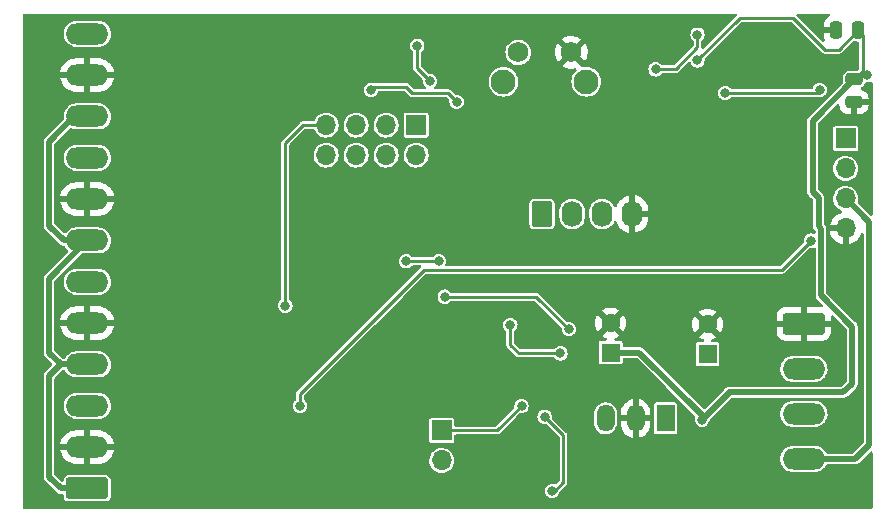
<source format=gbr>
%TF.GenerationSoftware,KiCad,Pcbnew,6.0.2+dfsg-1*%
%TF.CreationDate,2022-06-15T14:14:26+02:00*%
%TF.ProjectId,accra_A,61636372-615f-4412-9e6b-696361645f70,rev?*%
%TF.SameCoordinates,Original*%
%TF.FileFunction,Copper,L6,Bot*%
%TF.FilePolarity,Positive*%
%FSLAX46Y46*%
G04 Gerber Fmt 4.6, Leading zero omitted, Abs format (unit mm)*
G04 Created by KiCad (PCBNEW 6.0.2+dfsg-1) date 2022-06-15 14:14:26*
%MOMM*%
%LPD*%
G01*
G04 APERTURE LIST*
G04 Aperture macros list*
%AMRoundRect*
0 Rectangle with rounded corners*
0 $1 Rounding radius*
0 $2 $3 $4 $5 $6 $7 $8 $9 X,Y pos of 4 corners*
0 Add a 4 corners polygon primitive as box body*
4,1,4,$2,$3,$4,$5,$6,$7,$8,$9,$2,$3,0*
0 Add four circle primitives for the rounded corners*
1,1,$1+$1,$2,$3*
1,1,$1+$1,$4,$5*
1,1,$1+$1,$6,$7*
1,1,$1+$1,$8,$9*
0 Add four rect primitives between the rounded corners*
20,1,$1+$1,$2,$3,$4,$5,0*
20,1,$1+$1,$4,$5,$6,$7,0*
20,1,$1+$1,$6,$7,$8,$9,0*
20,1,$1+$1,$8,$9,$2,$3,0*%
G04 Aperture macros list end*
%TA.AperFunction,ComponentPad*%
%ADD10RoundRect,0.250000X1.550000X-0.650000X1.550000X0.650000X-1.550000X0.650000X-1.550000X-0.650000X0*%
%TD*%
%TA.AperFunction,ComponentPad*%
%ADD11O,3.600000X1.800000*%
%TD*%
%TA.AperFunction,ComponentPad*%
%ADD12RoundRect,0.250000X-0.620000X-0.845000X0.620000X-0.845000X0.620000X0.845000X-0.620000X0.845000X0*%
%TD*%
%TA.AperFunction,ComponentPad*%
%ADD13O,1.740000X2.190000*%
%TD*%
%TA.AperFunction,ComponentPad*%
%ADD14R,1.700000X1.700000*%
%TD*%
%TA.AperFunction,ComponentPad*%
%ADD15O,1.700000X1.700000*%
%TD*%
%TA.AperFunction,ComponentPad*%
%ADD16RoundRect,0.250000X-1.550000X0.650000X-1.550000X-0.650000X1.550000X-0.650000X1.550000X0.650000X0*%
%TD*%
%TA.AperFunction,SMDPad,CuDef*%
%ADD17RoundRect,0.250000X0.250000X0.475000X-0.250000X0.475000X-0.250000X-0.475000X0.250000X-0.475000X0*%
%TD*%
%TA.AperFunction,SMDPad,CuDef*%
%ADD18RoundRect,0.250000X-0.475000X0.250000X-0.475000X-0.250000X0.475000X-0.250000X0.475000X0.250000X0*%
%TD*%
%TA.AperFunction,ComponentPad*%
%ADD19R,1.500000X2.300000*%
%TD*%
%TA.AperFunction,ComponentPad*%
%ADD20O,1.500000X2.300000*%
%TD*%
%TA.AperFunction,ComponentPad*%
%ADD21C,2.100000*%
%TD*%
%TA.AperFunction,ComponentPad*%
%ADD22C,1.750000*%
%TD*%
%TA.AperFunction,ComponentPad*%
%ADD23R,1.600000X1.600000*%
%TD*%
%TA.AperFunction,ComponentPad*%
%ADD24C,1.600000*%
%TD*%
%TA.AperFunction,ViaPad*%
%ADD25C,0.800000*%
%TD*%
%TA.AperFunction,Conductor*%
%ADD26C,0.250000*%
%TD*%
%TA.AperFunction,Conductor*%
%ADD27C,0.500000*%
%TD*%
G04 APERTURE END LIST*
D10*
%TO.P,J4,1,Pin_1*%
%TO.N,+3V3*%
X117985000Y-124232500D03*
D11*
%TO.P,J4,2,Pin_2*%
%TO.N,GND*%
X117985000Y-120732500D03*
%TO.P,J4,3,Pin_3*%
%TO.N,Net-(J3-Pad7)*%
X117985000Y-117232500D03*
%TO.P,J4,4,Pin_4*%
%TO.N,+3V3*%
X117985000Y-113732500D03*
%TO.P,J4,5,Pin_5*%
%TO.N,GND*%
X117985000Y-110232500D03*
%TO.P,J4,6,Pin_6*%
%TO.N,Net-(J3-Pad5)*%
X117985000Y-106732500D03*
%TO.P,J4,7,Pin_7*%
%TO.N,+3V3*%
X117985000Y-103232500D03*
%TO.P,J4,8,Pin_8*%
%TO.N,GND*%
X117985000Y-99732500D03*
%TO.P,J4,9,Pin_9*%
%TO.N,Net-(J3-Pad3)*%
X117985000Y-96232500D03*
%TO.P,J4,10,Pin_10*%
%TO.N,+3V3*%
X117985000Y-92732500D03*
%TO.P,J4,11,Pin_11*%
%TO.N,GND*%
X117985000Y-89232500D03*
%TO.P,J4,12,Pin_12*%
%TO.N,Net-(J3-Pad1)*%
X117985000Y-85732500D03*
%TD*%
D12*
%TO.P,J5,1,Pin_1*%
%TO.N,+3V3*%
X156500000Y-101000000D03*
D13*
%TO.P,J5,2,Pin_2*%
%TO.N,/RXD*%
X159040000Y-101000000D03*
%TO.P,J5,3,Pin_3*%
%TO.N,/TXD*%
X161580000Y-101000000D03*
%TO.P,J5,4,Pin_4*%
%TO.N,GND*%
X164120000Y-101000000D03*
%TD*%
D14*
%TO.P,J3,1,Pin_1*%
%TO.N,Net-(J3-Pad1)*%
X145825000Y-93475000D03*
D15*
%TO.P,J3,2,Pin_2*%
%TO.N,Net-(J3-Pad2)*%
X145825000Y-96015000D03*
%TO.P,J3,3,Pin_3*%
%TO.N,Net-(J3-Pad3)*%
X143285000Y-93475000D03*
%TO.P,J3,4,Pin_4*%
%TO.N,Net-(J3-Pad4)*%
X143285000Y-96015000D03*
%TO.P,J3,5,Pin_5*%
%TO.N,Net-(J3-Pad5)*%
X140745000Y-93475000D03*
%TO.P,J3,6,Pin_6*%
%TO.N,Net-(J3-Pad6)*%
X140745000Y-96015000D03*
%TO.P,J3,7,Pin_7*%
%TO.N,Net-(J3-Pad7)*%
X138205000Y-93475000D03*
%TO.P,J3,8,Pin_8*%
%TO.N,Net-(J3-Pad8)*%
X138205000Y-96015000D03*
%TD*%
D14*
%TO.P,J2,1,Pin_1*%
%TO.N,/USB_D-*%
X182200000Y-94600000D03*
D15*
%TO.P,J2,2,Pin_2*%
%TO.N,/USB_D+*%
X182200000Y-97140000D03*
%TO.P,J2,3,Pin_3*%
%TO.N,+28V*%
X182200000Y-99680000D03*
%TO.P,J2,4,Pin_4*%
%TO.N,GND*%
X182200000Y-102220000D03*
%TD*%
D16*
%TO.P,J1,1,Pin_1*%
%TO.N,GND*%
X178657500Y-110302500D03*
D11*
%TO.P,J1,2,Pin_2*%
%TO.N,Net-(D1-Pad1)*%
X178657500Y-114112500D03*
%TO.P,J1,3,Pin_3*%
%TO.N,Net-(D1-Pad2)*%
X178657500Y-117922500D03*
%TO.P,J1,4,Pin_4*%
%TO.N,+28V*%
X178657500Y-121732500D03*
%TD*%
D17*
%TO.P,C7,1*%
%TO.N,+3V3*%
X183250000Y-85450000D03*
%TO.P,C7,2*%
%TO.N,GND*%
X181350000Y-85450000D03*
%TD*%
D18*
%TO.P,C6,1*%
%TO.N,+3V3*%
X182900000Y-89600000D03*
%TO.P,C6,2*%
%TO.N,GND*%
X182900000Y-91500000D03*
%TD*%
D14*
%TO.P,JP1,1,A*%
%TO.N,Net-(D1-Pad1)*%
X148000000Y-119325000D03*
D15*
%TO.P,JP1,2,B*%
%TO.N,Net-(JP1-Pad2)*%
X148000000Y-121865000D03*
%TD*%
D19*
%TO.P,U1,1,IN*%
%TO.N,+28V*%
X166947000Y-118292500D03*
D20*
%TO.P,U1,2,GND*%
%TO.N,GND*%
X164407000Y-118292500D03*
%TO.P,U1,3,OUT*%
%TO.N,+3V3*%
X161867000Y-118292500D03*
%TD*%
D21*
%TO.P,SW1,*%
%TO.N,*%
X153225000Y-89802500D03*
X160235000Y-89802500D03*
D22*
%TO.P,SW1,1,1*%
%TO.N,/config*%
X154475000Y-87312500D03*
%TO.P,SW1,2,2*%
%TO.N,GND*%
X158975000Y-87312500D03*
%TD*%
D23*
%TO.P,C2,1*%
%TO.N,+3V3*%
X162300000Y-112732380D03*
D24*
%TO.P,C2,2*%
%TO.N,GND*%
X162300000Y-110232380D03*
%TD*%
D23*
%TO.P,C1,1*%
%TO.N,+28V*%
X170500000Y-112832380D03*
D24*
%TO.P,C1,2*%
%TO.N,GND*%
X170500000Y-110332380D03*
%TD*%
D25*
%TO.N,GND*%
X173750000Y-89000000D03*
X168000000Y-123500000D03*
X166000000Y-93000000D03*
X165750000Y-85000000D03*
X165750000Y-90250000D03*
X165750000Y-90250000D03*
%TO.N,+3V3*%
X148250000Y-108000000D03*
X158750000Y-110750000D03*
%TO.N,Net-(D1-Pad1)*%
X154750000Y-117250000D03*
%TO.N,GND*%
X179750000Y-84500000D03*
X180750000Y-89250000D03*
X160250000Y-93750000D03*
X180750000Y-100750000D03*
X180250000Y-98000000D03*
X180250000Y-96000000D03*
X150750000Y-103500000D03*
%TO.N,/D*%
X172000000Y-90750000D03*
X180000000Y-90500000D03*
%TO.N,CNT3*%
X147750000Y-105000000D03*
%TO.N,CNT2*%
X149250000Y-91500000D03*
%TO.N,CNT1*%
X147000000Y-89750000D03*
%TO.N,CNT4*%
X136000000Y-117250000D03*
X179250000Y-103250000D03*
%TO.N,CNT3*%
X145000000Y-105000000D03*
%TO.N,CNT2*%
X142000000Y-90500000D03*
%TO.N,CNT1*%
X145925000Y-86750000D03*
%TO.N,+3V3*%
X184000000Y-89250000D03*
%TO.N,Net-(J3-Pad7)*%
X134750000Y-108750000D03*
%TO.N,+3V3*%
X170050000Y-118400000D03*
X169650000Y-88000000D03*
%TO.N,Net-(D1-Pad2)*%
X158050000Y-112800000D03*
X153800000Y-110400000D03*
X157350000Y-124450000D03*
X156700000Y-118150000D03*
%TO.N,Net-(C5-Pad1)*%
X166100000Y-88750000D03*
X169650000Y-85800000D03*
%TD*%
D26*
%TO.N,+3V3*%
X156000000Y-108000000D02*
X148250000Y-108000000D01*
X158750000Y-110750000D02*
X156000000Y-108000000D01*
%TO.N,Net-(D1-Pad1)*%
X152675000Y-119325000D02*
X148000000Y-119325000D01*
X154750000Y-117250000D02*
X152675000Y-119325000D01*
D27*
%TO.N,+3V3*%
X180104511Y-102254511D02*
X179895489Y-102045489D01*
X179895489Y-102045489D02*
X179895489Y-99604511D01*
X179895489Y-99604511D02*
X179395489Y-99104511D01*
X179395489Y-99104511D02*
X179395489Y-93104511D01*
X179395489Y-93104511D02*
X182900000Y-89600000D01*
X170050000Y-118400000D02*
X172300000Y-116150000D01*
X182000000Y-116100000D02*
X182750000Y-115350000D01*
X172300000Y-116150000D02*
X172300000Y-116100000D01*
X172300000Y-116100000D02*
X182000000Y-116100000D01*
X182750000Y-115350000D02*
X182750000Y-110540978D01*
X182750000Y-110540978D02*
X180104511Y-107895489D01*
X180104511Y-107895489D02*
X180104511Y-102254511D01*
D26*
%TO.N,CNT2*%
X145500000Y-90750000D02*
X148500000Y-90750000D01*
X148500000Y-90750000D02*
X149250000Y-91500000D01*
D27*
%TO.N,+3V3*%
X164732380Y-112732380D02*
X170050000Y-118050000D01*
X170050000Y-118050000D02*
X170050000Y-118400000D01*
D26*
%TO.N,CNT3*%
X147750000Y-105000000D02*
X145000000Y-105000000D01*
%TO.N,/D*%
X172000000Y-90750000D02*
X179750000Y-90750000D01*
X179750000Y-90750000D02*
X180000000Y-90500000D01*
%TO.N,CNT2*%
X145500000Y-90750000D02*
X145000000Y-90250000D01*
%TO.N,CNT1*%
X147000000Y-89750000D02*
X145925000Y-88675000D01*
X145925000Y-88675000D02*
X145925000Y-86750000D01*
%TO.N,CNT4*%
X136000000Y-116250000D02*
X136000000Y-117250000D01*
X176770489Y-105729511D02*
X146520489Y-105729511D01*
X179250000Y-103250000D02*
X176770489Y-105729511D01*
X146520489Y-105729511D02*
X136000000Y-116250000D01*
%TO.N,CNT2*%
X145000000Y-90250000D02*
X142250000Y-90250000D01*
X142250000Y-90250000D02*
X142000000Y-90500000D01*
%TO.N,+3V3*%
X184000000Y-89250000D02*
X183250000Y-89250000D01*
X183250000Y-89250000D02*
X182900000Y-89600000D01*
D27*
X114750000Y-114715000D02*
X114750000Y-123250000D01*
X114750000Y-123250000D02*
X115732500Y-124232500D01*
X115732500Y-124232500D02*
X117985000Y-124232500D01*
X114750000Y-114715000D02*
X115732500Y-113732500D01*
X114750000Y-94862020D02*
X114750000Y-102000000D01*
X114750000Y-102000000D02*
X115982500Y-103232500D01*
X114750000Y-94862020D02*
X116879520Y-92732500D01*
D26*
X116879520Y-92732500D02*
X117985000Y-92732500D01*
D27*
X117985000Y-103232500D02*
X115982500Y-103232500D01*
X115732500Y-113732500D02*
X114750000Y-112750000D01*
X117985000Y-113732500D02*
X115732500Y-113732500D01*
X114750000Y-112750000D02*
X114750000Y-106467500D01*
X114750000Y-106467500D02*
X117985000Y-103232500D01*
D26*
X116017500Y-113732500D02*
X117985000Y-113732500D01*
%TO.N,Net-(J3-Pad7)*%
X134750000Y-108750000D02*
X134750000Y-95000000D01*
X134750000Y-95000000D02*
X136275000Y-93475000D01*
X136275000Y-93475000D02*
X138205000Y-93475000D01*
D27*
%TO.N,+3V3*%
X162300000Y-112732380D02*
X164732380Y-112732380D01*
D26*
X173254520Y-84395480D02*
X177745480Y-84395480D01*
X180450000Y-87100000D02*
X181600000Y-87100000D01*
X169650000Y-88000000D02*
X173254520Y-84395480D01*
X177745480Y-84395480D02*
X180450000Y-87100000D01*
X181600000Y-87100000D02*
X183250000Y-85450000D01*
%TO.N,Net-(D1-Pad2)*%
X153800000Y-110400000D02*
X153800000Y-112100000D01*
X154500000Y-112800000D02*
X158050000Y-112800000D01*
X153800000Y-112100000D02*
X154500000Y-112800000D01*
X158300000Y-123700000D02*
X157550000Y-124450000D01*
X157550000Y-124450000D02*
X157350000Y-124450000D01*
X156700000Y-118150000D02*
X158300000Y-119750000D01*
X158300000Y-119750000D02*
X158300000Y-123700000D01*
D27*
%TO.N,+28V*%
X184179511Y-101659511D02*
X184179511Y-120570489D01*
X182200000Y-99680000D02*
X184179511Y-101659511D01*
X184179511Y-120570489D02*
X183017500Y-121732500D01*
X183017500Y-121732500D02*
X178657500Y-121732500D01*
D26*
%TO.N,Net-(C5-Pad1)*%
X167800000Y-88750000D02*
X166100000Y-88750000D01*
X169650000Y-85800000D02*
X169650000Y-86900000D01*
X169650000Y-86900000D02*
X167800000Y-88750000D01*
%TO.N,+3V3*%
X182900000Y-89600000D02*
X183650000Y-88850000D01*
X183650000Y-88850000D02*
X183650000Y-85850000D01*
X183650000Y-85850000D02*
X183250000Y-85450000D01*
%TD*%
%TA.AperFunction,Conductor*%
%TO.N,GND*%
G36*
X172917933Y-84048602D02*
G01*
X172964426Y-84102258D01*
X172974530Y-84172532D01*
X172945036Y-84237112D01*
X172938907Y-84243695D01*
X170197029Y-86985573D01*
X170134717Y-87019599D01*
X170063902Y-87014534D01*
X170007066Y-86971987D01*
X169982415Y-86907461D01*
X169980978Y-86891045D01*
X169980500Y-86880083D01*
X169980500Y-86371752D01*
X170000502Y-86303631D01*
X170029796Y-86271790D01*
X170075293Y-86236879D01*
X170075298Y-86236874D01*
X170081848Y-86231848D01*
X170178903Y-86105362D01*
X170239915Y-85958067D01*
X170260725Y-85800000D01*
X170239915Y-85641933D01*
X170178903Y-85494638D01*
X170081848Y-85368152D01*
X169955363Y-85271097D01*
X169808067Y-85210085D01*
X169650000Y-85189275D01*
X169491933Y-85210085D01*
X169344638Y-85271097D01*
X169218152Y-85368152D01*
X169121097Y-85494638D01*
X169060085Y-85641933D01*
X169039275Y-85800000D01*
X169060085Y-85958067D01*
X169121097Y-86105362D01*
X169218152Y-86231848D01*
X169224702Y-86236874D01*
X169224707Y-86236879D01*
X169270204Y-86271790D01*
X169312071Y-86329128D01*
X169319500Y-86371752D01*
X169319500Y-86710912D01*
X169299498Y-86779033D01*
X169282595Y-86800007D01*
X167700007Y-88382595D01*
X167637695Y-88416621D01*
X167610912Y-88419500D01*
X166671751Y-88419500D01*
X166603630Y-88399498D01*
X166571788Y-88370204D01*
X166553058Y-88345794D01*
X166531848Y-88318152D01*
X166505234Y-88297730D01*
X166411914Y-88226124D01*
X166405363Y-88221097D01*
X166258067Y-88160085D01*
X166100000Y-88139275D01*
X165941933Y-88160085D01*
X165794638Y-88221097D01*
X165788087Y-88226124D01*
X165788084Y-88226126D01*
X165686837Y-88303815D01*
X165668152Y-88318152D01*
X165571097Y-88444638D01*
X165510085Y-88591933D01*
X165489275Y-88750000D01*
X165510085Y-88908067D01*
X165571097Y-89055362D01*
X165668152Y-89181848D01*
X165794637Y-89278903D01*
X165941933Y-89339915D01*
X166100000Y-89360725D01*
X166108188Y-89359647D01*
X166249879Y-89340993D01*
X166258067Y-89339915D01*
X166405363Y-89278903D01*
X166531848Y-89181848D01*
X166571789Y-89129795D01*
X166629126Y-89087929D01*
X166671751Y-89080500D01*
X167780082Y-89080500D01*
X167791064Y-89080980D01*
X167818264Y-89083360D01*
X167818265Y-89083360D01*
X167829249Y-89084321D01*
X167839900Y-89081467D01*
X167839902Y-89081467D01*
X167866290Y-89074397D01*
X167877018Y-89072019D01*
X167903924Y-89067274D01*
X167903927Y-89067273D01*
X167914781Y-89065359D01*
X167924327Y-89059848D01*
X167927814Y-89058579D01*
X167931182Y-89057009D01*
X167941830Y-89054155D01*
X167950859Y-89047833D01*
X167950863Y-89047831D01*
X167973242Y-89032161D01*
X167982512Y-89026255D01*
X168006169Y-89012597D01*
X168006173Y-89012594D01*
X168015718Y-89007083D01*
X168040364Y-88977711D01*
X168047791Y-88969607D01*
X168867945Y-88149453D01*
X168930257Y-88115427D01*
X169001072Y-88120492D01*
X169057908Y-88163039D01*
X169073448Y-88190329D01*
X169121097Y-88305362D01*
X169218152Y-88431848D01*
X169224702Y-88436874D01*
X169224703Y-88436875D01*
X169258338Y-88462684D01*
X169344637Y-88528903D01*
X169491933Y-88589915D01*
X169650000Y-88610725D01*
X169658188Y-88609647D01*
X169799879Y-88590993D01*
X169808067Y-88589915D01*
X169955363Y-88528903D01*
X170041662Y-88462684D01*
X170075297Y-88436875D01*
X170075298Y-88436874D01*
X170081848Y-88431848D01*
X170178903Y-88305362D01*
X170239915Y-88158067D01*
X170260725Y-88000000D01*
X170252161Y-87934951D01*
X170263100Y-87864803D01*
X170287988Y-87829410D01*
X173354513Y-84762885D01*
X173416825Y-84728859D01*
X173443608Y-84725980D01*
X177556392Y-84725980D01*
X177624513Y-84745982D01*
X177645487Y-84762885D01*
X180202209Y-87319607D01*
X180209636Y-87327711D01*
X180234282Y-87357083D01*
X180243827Y-87362594D01*
X180243831Y-87362597D01*
X180267488Y-87376255D01*
X180276758Y-87382161D01*
X180299137Y-87397831D01*
X180299141Y-87397833D01*
X180308170Y-87404155D01*
X180318818Y-87407009D01*
X180322186Y-87408579D01*
X180325673Y-87409848D01*
X180335219Y-87415359D01*
X180346073Y-87417273D01*
X180346076Y-87417274D01*
X180372982Y-87422019D01*
X180383710Y-87424397D01*
X180410104Y-87431469D01*
X180410108Y-87431469D01*
X180420751Y-87434321D01*
X180431726Y-87433361D01*
X180431727Y-87433361D01*
X180458951Y-87430979D01*
X180469932Y-87430500D01*
X181580082Y-87430500D01*
X181591064Y-87430980D01*
X181618264Y-87433360D01*
X181618265Y-87433360D01*
X181629249Y-87434321D01*
X181639900Y-87431467D01*
X181639902Y-87431467D01*
X181666290Y-87424397D01*
X181677018Y-87422019D01*
X181703924Y-87417274D01*
X181703927Y-87417273D01*
X181714781Y-87415359D01*
X181724327Y-87409848D01*
X181727814Y-87408579D01*
X181731182Y-87407009D01*
X181741830Y-87404155D01*
X181750859Y-87397833D01*
X181750863Y-87397831D01*
X181773242Y-87382161D01*
X181782512Y-87376255D01*
X181806169Y-87362597D01*
X181806173Y-87362594D01*
X181815718Y-87357083D01*
X181840364Y-87327711D01*
X181847779Y-87319619D01*
X182766028Y-86401369D01*
X182828339Y-86367345D01*
X182896869Y-86371582D01*
X182906435Y-86374941D01*
X182906440Y-86374942D01*
X182913684Y-86377486D01*
X182921324Y-86378208D01*
X182921328Y-86378209D01*
X182937264Y-86379715D01*
X182945570Y-86380500D01*
X183193500Y-86380500D01*
X183261621Y-86400502D01*
X183308114Y-86454158D01*
X183319500Y-86506500D01*
X183319500Y-88660912D01*
X183299498Y-88729033D01*
X183282595Y-88750007D01*
X183175007Y-88857595D01*
X183112695Y-88891621D01*
X183085912Y-88894500D01*
X182370570Y-88894500D01*
X182361283Y-88895378D01*
X182346329Y-88896791D01*
X182346326Y-88896792D01*
X182338684Y-88897514D01*
X182331437Y-88900059D01*
X182233797Y-88934348D01*
X182209450Y-88942898D01*
X182099275Y-89024275D01*
X182017898Y-89134450D01*
X181972514Y-89263684D01*
X181971792Y-89271326D01*
X181971791Y-89271329D01*
X181971075Y-89278903D01*
X181969500Y-89295570D01*
X181969500Y-89834135D01*
X181949498Y-89902256D01*
X181932595Y-89923230D01*
X179097812Y-92758014D01*
X179086723Y-92767868D01*
X179067094Y-92783343D01*
X179067092Y-92783345D01*
X179059693Y-92789178D01*
X179054339Y-92796925D01*
X179054337Y-92796927D01*
X179025948Y-92838004D01*
X179023653Y-92841216D01*
X178988387Y-92888962D01*
X178985969Y-92895848D01*
X178981817Y-92901855D01*
X178978978Y-92910833D01*
X178978977Y-92910834D01*
X178963923Y-92958434D01*
X178962670Y-92962188D01*
X178946123Y-93009306D01*
X178946122Y-93009314D01*
X178943003Y-93018194D01*
X178942720Y-93025396D01*
X178942678Y-93025608D01*
X178940515Y-93032450D01*
X178939989Y-93039134D01*
X178939989Y-93092435D01*
X178939892Y-93097381D01*
X178937626Y-93155059D01*
X178939526Y-93162224D01*
X178939989Y-93170639D01*
X178939989Y-99069995D01*
X178939116Y-99084804D01*
X178935071Y-99118981D01*
X178936763Y-99128245D01*
X178936763Y-99128248D01*
X178945736Y-99177380D01*
X178946386Y-99181282D01*
X178955208Y-99239959D01*
X178958367Y-99246537D01*
X178959679Y-99253722D01*
X178964021Y-99262080D01*
X178964021Y-99262081D01*
X178987039Y-99306392D01*
X178988809Y-99309934D01*
X179005931Y-99345590D01*
X179014498Y-99363432D01*
X179019393Y-99368728D01*
X179019510Y-99368901D01*
X179022819Y-99375271D01*
X179027173Y-99380370D01*
X179064868Y-99418065D01*
X179068297Y-99421631D01*
X179107474Y-99464012D01*
X179113885Y-99467736D01*
X179120153Y-99473350D01*
X179271022Y-99624218D01*
X179403084Y-99756280D01*
X179437109Y-99818593D01*
X179439989Y-99845376D01*
X179439989Y-102010973D01*
X179439116Y-102025782D01*
X179435071Y-102059959D01*
X179436763Y-102069223D01*
X179436763Y-102069226D01*
X179445736Y-102118358D01*
X179446386Y-102122260D01*
X179453673Y-102170725D01*
X179455208Y-102180937D01*
X179458367Y-102187515D01*
X179459679Y-102194700D01*
X179464021Y-102203058D01*
X179464021Y-102203059D01*
X179487039Y-102247370D01*
X179488809Y-102250912D01*
X179501631Y-102277613D01*
X179514498Y-102304410D01*
X179519393Y-102309706D01*
X179519510Y-102309879D01*
X179522819Y-102316249D01*
X179527173Y-102321348D01*
X179564867Y-102359042D01*
X179568296Y-102362608D01*
X179600276Y-102397203D01*
X179602364Y-102399462D01*
X179607474Y-102404990D01*
X179606715Y-102405691D01*
X179642449Y-102456844D01*
X179649011Y-102496977D01*
X179649011Y-102571315D01*
X179629009Y-102639436D01*
X179575353Y-102685929D01*
X179505079Y-102696033D01*
X179474793Y-102687724D01*
X179453527Y-102678915D01*
X179408067Y-102660085D01*
X179250000Y-102639275D01*
X179091933Y-102660085D01*
X178944638Y-102721097D01*
X178818152Y-102818152D01*
X178813126Y-102824702D01*
X178777641Y-102870947D01*
X178721097Y-102944638D01*
X178660085Y-103091933D01*
X178639275Y-103250000D01*
X178640353Y-103258187D01*
X178647839Y-103315048D01*
X178636900Y-103385197D01*
X178612012Y-103420590D01*
X176670496Y-105362106D01*
X176608184Y-105396132D01*
X176581401Y-105399011D01*
X148428685Y-105399011D01*
X148360564Y-105379009D01*
X148314071Y-105325353D01*
X148303967Y-105255079D01*
X148312276Y-105224793D01*
X148336755Y-105165696D01*
X148339915Y-105158067D01*
X148360725Y-105000000D01*
X148339915Y-104841933D01*
X148278903Y-104694638D01*
X148181848Y-104568152D01*
X148055363Y-104471097D01*
X147908067Y-104410085D01*
X147750000Y-104389275D01*
X147591933Y-104410085D01*
X147444638Y-104471097D01*
X147318152Y-104568152D01*
X147313124Y-104574705D01*
X147278212Y-104620204D01*
X147220874Y-104662071D01*
X147178249Y-104669500D01*
X145571751Y-104669500D01*
X145503630Y-104649498D01*
X145471788Y-104620204D01*
X145431848Y-104568152D01*
X145305363Y-104471097D01*
X145158067Y-104410085D01*
X145000000Y-104389275D01*
X144841933Y-104410085D01*
X144694638Y-104471097D01*
X144568152Y-104568152D01*
X144471097Y-104694638D01*
X144410085Y-104841933D01*
X144389275Y-105000000D01*
X144410085Y-105158067D01*
X144471097Y-105305362D01*
X144568152Y-105431848D01*
X144694637Y-105528903D01*
X144841933Y-105589915D01*
X145000000Y-105610725D01*
X145008188Y-105609647D01*
X145149879Y-105590993D01*
X145158067Y-105589915D01*
X145305363Y-105528903D01*
X145431848Y-105431848D01*
X145471789Y-105379795D01*
X145529126Y-105337929D01*
X145571751Y-105330500D01*
X146147912Y-105330500D01*
X146216033Y-105350502D01*
X146262526Y-105404158D01*
X146272630Y-105474432D01*
X146243136Y-105539012D01*
X146237007Y-105545595D01*
X135780393Y-116002209D01*
X135772289Y-116009636D01*
X135742917Y-116034282D01*
X135737406Y-116043827D01*
X135737403Y-116043831D01*
X135723745Y-116067488D01*
X135717839Y-116076758D01*
X135702169Y-116099137D01*
X135702167Y-116099141D01*
X135695845Y-116108170D01*
X135692991Y-116118818D01*
X135691421Y-116122186D01*
X135690152Y-116125673D01*
X135684641Y-116135219D01*
X135682727Y-116146073D01*
X135682726Y-116146076D01*
X135677981Y-116172982D01*
X135675603Y-116183710D01*
X135668533Y-116210098D01*
X135665679Y-116220751D01*
X135667937Y-116246555D01*
X135669020Y-116258936D01*
X135669500Y-116269918D01*
X135669500Y-116678249D01*
X135649498Y-116746370D01*
X135620206Y-116778210D01*
X135568152Y-116818152D01*
X135563126Y-116824702D01*
X135527641Y-116870947D01*
X135471097Y-116944638D01*
X135410085Y-117091933D01*
X135389275Y-117250000D01*
X135410085Y-117408067D01*
X135471097Y-117555362D01*
X135568152Y-117681848D01*
X135574702Y-117686874D01*
X135574703Y-117686875D01*
X135631395Y-117730376D01*
X135694637Y-117778903D01*
X135841933Y-117839915D01*
X135850121Y-117840993D01*
X135897131Y-117847182D01*
X136000000Y-117860725D01*
X136008188Y-117859647D01*
X136149879Y-117840993D01*
X136158067Y-117839915D01*
X136305363Y-117778903D01*
X136368606Y-117730375D01*
X136425297Y-117686875D01*
X136425298Y-117686874D01*
X136431848Y-117681848D01*
X136528903Y-117555362D01*
X136589915Y-117408067D01*
X136610725Y-117250000D01*
X136589915Y-117091933D01*
X136528903Y-116944638D01*
X136431848Y-116818152D01*
X136425297Y-116813125D01*
X136425293Y-116813121D01*
X136379796Y-116778210D01*
X136337929Y-116720872D01*
X136330500Y-116678248D01*
X136330500Y-116439088D01*
X136350502Y-116370967D01*
X136367405Y-116349993D01*
X142317398Y-110400000D01*
X153189275Y-110400000D01*
X153190353Y-110408188D01*
X153207162Y-110535861D01*
X153210085Y-110558067D01*
X153271097Y-110705362D01*
X153368152Y-110831848D01*
X153374702Y-110836874D01*
X153374707Y-110836879D01*
X153420204Y-110871790D01*
X153462071Y-110929128D01*
X153469500Y-110971752D01*
X153469500Y-112080082D01*
X153469020Y-112091064D01*
X153465679Y-112129249D01*
X153468533Y-112139900D01*
X153468533Y-112139902D01*
X153475603Y-112166290D01*
X153477981Y-112177018D01*
X153482726Y-112203924D01*
X153482727Y-112203927D01*
X153484641Y-112214781D01*
X153490152Y-112224327D01*
X153491421Y-112227814D01*
X153492991Y-112231182D01*
X153495845Y-112241830D01*
X153502167Y-112250859D01*
X153502169Y-112250863D01*
X153517839Y-112273242D01*
X153523745Y-112282512D01*
X153537403Y-112306169D01*
X153537406Y-112306173D01*
X153542917Y-112315718D01*
X153552799Y-112324010D01*
X153572283Y-112340359D01*
X153580387Y-112347785D01*
X154252210Y-113019607D01*
X154259636Y-113027711D01*
X154284282Y-113057083D01*
X154293825Y-113062593D01*
X154293829Y-113062596D01*
X154317493Y-113076258D01*
X154326760Y-113082162D01*
X154358170Y-113104155D01*
X154368820Y-113107008D01*
X154372193Y-113108581D01*
X154375675Y-113109848D01*
X154385219Y-113115359D01*
X154404960Y-113118840D01*
X154422993Y-113122020D01*
X154433721Y-113124399D01*
X154460104Y-113131468D01*
X154460106Y-113131468D01*
X154470750Y-113134320D01*
X154481725Y-113133360D01*
X154481726Y-113133360D01*
X154508939Y-113130979D01*
X154519920Y-113130500D01*
X157478249Y-113130500D01*
X157546370Y-113150502D01*
X157578211Y-113179795D01*
X157618152Y-113231848D01*
X157624702Y-113236874D01*
X157624703Y-113236875D01*
X157668144Y-113270208D01*
X157744637Y-113328903D01*
X157891933Y-113389915D01*
X158050000Y-113410725D01*
X158058188Y-113409647D01*
X158199879Y-113390993D01*
X158208067Y-113389915D01*
X158355363Y-113328903D01*
X158431856Y-113270208D01*
X158475297Y-113236875D01*
X158475298Y-113236874D01*
X158481848Y-113231848D01*
X158578903Y-113105362D01*
X158639915Y-112958067D01*
X158648610Y-112892026D01*
X158653124Y-112857732D01*
X158660725Y-112800000D01*
X158639915Y-112641933D01*
X158578903Y-112494638D01*
X158481848Y-112368152D01*
X158473448Y-112361706D01*
X158392458Y-112299561D01*
X158355363Y-112271097D01*
X158208067Y-112210085D01*
X158050000Y-112189275D01*
X157891933Y-112210085D01*
X157744638Y-112271097D01*
X157738087Y-112276124D01*
X157738084Y-112276126D01*
X157666736Y-112330873D01*
X157618152Y-112368152D01*
X157596336Y-112396584D01*
X157578212Y-112420204D01*
X157520874Y-112462071D01*
X157478249Y-112469500D01*
X154689088Y-112469500D01*
X154620967Y-112449498D01*
X154599992Y-112432595D01*
X154167404Y-112000006D01*
X154133379Y-111937694D01*
X154130500Y-111910911D01*
X154130500Y-110971752D01*
X154150502Y-110903631D01*
X154179796Y-110871790D01*
X154225293Y-110836879D01*
X154225298Y-110836874D01*
X154231848Y-110831848D01*
X154328903Y-110705362D01*
X154389915Y-110558067D01*
X154392839Y-110535861D01*
X154409647Y-110408188D01*
X154410725Y-110400000D01*
X154389915Y-110241933D01*
X154328903Y-110094638D01*
X154231848Y-109968152D01*
X154105363Y-109871097D01*
X153958067Y-109810085D01*
X153800000Y-109789275D01*
X153641933Y-109810085D01*
X153494638Y-109871097D01*
X153368152Y-109968152D01*
X153363126Y-109974702D01*
X153276126Y-110088084D01*
X153271097Y-110094638D01*
X153210085Y-110241933D01*
X153189275Y-110400000D01*
X142317398Y-110400000D01*
X144717398Y-108000000D01*
X147639275Y-108000000D01*
X147660085Y-108158067D01*
X147721097Y-108305362D01*
X147818152Y-108431848D01*
X147824702Y-108436874D01*
X147824703Y-108436875D01*
X147881395Y-108480376D01*
X147944637Y-108528903D01*
X148091933Y-108589915D01*
X148250000Y-108610725D01*
X148258188Y-108609647D01*
X148399879Y-108590993D01*
X148408067Y-108589915D01*
X148555363Y-108528903D01*
X148618606Y-108480375D01*
X148675297Y-108436875D01*
X148675298Y-108436874D01*
X148681848Y-108431848D01*
X148721789Y-108379795D01*
X148779126Y-108337929D01*
X148821751Y-108330500D01*
X155810912Y-108330500D01*
X155879033Y-108350502D01*
X155900007Y-108367405D01*
X158112012Y-110579409D01*
X158146037Y-110641721D01*
X158147839Y-110684949D01*
X158139275Y-110750000D01*
X158160085Y-110908067D01*
X158221097Y-111055362D01*
X158318152Y-111181848D01*
X158444637Y-111278903D01*
X158591933Y-111339915D01*
X158750000Y-111360725D01*
X158758188Y-111359647D01*
X158899879Y-111340993D01*
X158908067Y-111339915D01*
X159055363Y-111278903D01*
X159181848Y-111181848D01*
X159278903Y-111055362D01*
X159339915Y-110908067D01*
X159360725Y-110750000D01*
X159339915Y-110591933D01*
X159278903Y-110444638D01*
X159181848Y-110318152D01*
X159133040Y-110280700D01*
X159082517Y-110241933D01*
X159077202Y-110237855D01*
X160987483Y-110237855D01*
X161006472Y-110454899D01*
X161008375Y-110465692D01*
X161064764Y-110676141D01*
X161068510Y-110686433D01*
X161160586Y-110883891D01*
X161166069Y-110893386D01*
X161202509Y-110945428D01*
X161212988Y-110953804D01*
X161226434Y-110946736D01*
X161927978Y-110245192D01*
X161934356Y-110233512D01*
X162664408Y-110233512D01*
X162664539Y-110235345D01*
X162668790Y-110241960D01*
X163374287Y-110947457D01*
X163386062Y-110953887D01*
X163398077Y-110944591D01*
X163433931Y-110893386D01*
X163439414Y-110883891D01*
X163531490Y-110686433D01*
X163535236Y-110676141D01*
X163591625Y-110465692D01*
X163593528Y-110454899D01*
X163603768Y-110337855D01*
X169187483Y-110337855D01*
X169206472Y-110554899D01*
X169208375Y-110565692D01*
X169264764Y-110776141D01*
X169268510Y-110786433D01*
X169360586Y-110983891D01*
X169366069Y-110993386D01*
X169402509Y-111045428D01*
X169412988Y-111053804D01*
X169426434Y-111046736D01*
X170127978Y-110345192D01*
X170134356Y-110333512D01*
X170864408Y-110333512D01*
X170864539Y-110335345D01*
X170868790Y-110341960D01*
X171574287Y-111047457D01*
X171586062Y-111053887D01*
X171598077Y-111044591D01*
X171629583Y-110999595D01*
X176349501Y-110999595D01*
X176349838Y-111006114D01*
X176359757Y-111101706D01*
X176362649Y-111115100D01*
X176414088Y-111269284D01*
X176420261Y-111282462D01*
X176505563Y-111420307D01*
X176514599Y-111431708D01*
X176629329Y-111546239D01*
X176640740Y-111555251D01*
X176778743Y-111640316D01*
X176791924Y-111646463D01*
X176946210Y-111697638D01*
X176959586Y-111700505D01*
X177053938Y-111710172D01*
X177060354Y-111710500D01*
X178385385Y-111710500D01*
X178400624Y-111706025D01*
X178401829Y-111704635D01*
X178403500Y-111696952D01*
X178403500Y-111692384D01*
X178911500Y-111692384D01*
X178915975Y-111707623D01*
X178917365Y-111708828D01*
X178925048Y-111710499D01*
X180254595Y-111710499D01*
X180261114Y-111710162D01*
X180356706Y-111700243D01*
X180370100Y-111697351D01*
X180524284Y-111645912D01*
X180537462Y-111639739D01*
X180675307Y-111554437D01*
X180686708Y-111545401D01*
X180801239Y-111430671D01*
X180810251Y-111419260D01*
X180895316Y-111281257D01*
X180901463Y-111268076D01*
X180952638Y-111113790D01*
X180955505Y-111100414D01*
X180965172Y-111006062D01*
X180965500Y-110999646D01*
X180965500Y-110574615D01*
X180961025Y-110559376D01*
X180959635Y-110558171D01*
X180951952Y-110556500D01*
X178929615Y-110556500D01*
X178914376Y-110560975D01*
X178913171Y-110562365D01*
X178911500Y-110570048D01*
X178911500Y-111692384D01*
X178403500Y-111692384D01*
X178403500Y-110574615D01*
X178399025Y-110559376D01*
X178397635Y-110558171D01*
X178389952Y-110556500D01*
X176367616Y-110556500D01*
X176352377Y-110560975D01*
X176351172Y-110562365D01*
X176349501Y-110570048D01*
X176349501Y-110999595D01*
X171629583Y-110999595D01*
X171633931Y-110993386D01*
X171639414Y-110983891D01*
X171731490Y-110786433D01*
X171735236Y-110776141D01*
X171791625Y-110565692D01*
X171793528Y-110554899D01*
X171812517Y-110337855D01*
X171812517Y-110326905D01*
X171793528Y-110109861D01*
X171791625Y-110099068D01*
X171773222Y-110030385D01*
X176349500Y-110030385D01*
X176353975Y-110045624D01*
X176355365Y-110046829D01*
X176363048Y-110048500D01*
X178385385Y-110048500D01*
X178400624Y-110044025D01*
X178401829Y-110042635D01*
X178403500Y-110034952D01*
X178403500Y-108912616D01*
X178399025Y-108897377D01*
X178397635Y-108896172D01*
X178389952Y-108894501D01*
X177060405Y-108894501D01*
X177053886Y-108894838D01*
X176958294Y-108904757D01*
X176944900Y-108907649D01*
X176790716Y-108959088D01*
X176777538Y-108965261D01*
X176639693Y-109050563D01*
X176628292Y-109059599D01*
X176513761Y-109174329D01*
X176504749Y-109185740D01*
X176419684Y-109323743D01*
X176413537Y-109336924D01*
X176362362Y-109491210D01*
X176359495Y-109504586D01*
X176349828Y-109598938D01*
X176349500Y-109605355D01*
X176349500Y-110030385D01*
X171773222Y-110030385D01*
X171735236Y-109888619D01*
X171731490Y-109878327D01*
X171639414Y-109680869D01*
X171633931Y-109671374D01*
X171597491Y-109619332D01*
X171587012Y-109610956D01*
X171573566Y-109618024D01*
X170872022Y-110319568D01*
X170864408Y-110333512D01*
X170134356Y-110333512D01*
X170135592Y-110331248D01*
X170135461Y-110329415D01*
X170131210Y-110322800D01*
X169425713Y-109617303D01*
X169413938Y-109610873D01*
X169401923Y-109620169D01*
X169366069Y-109671374D01*
X169360586Y-109680869D01*
X169268510Y-109878327D01*
X169264764Y-109888619D01*
X169208375Y-110099068D01*
X169206472Y-110109861D01*
X169187483Y-110326905D01*
X169187483Y-110337855D01*
X163603768Y-110337855D01*
X163612517Y-110237855D01*
X163612517Y-110226905D01*
X163593528Y-110009861D01*
X163591625Y-109999068D01*
X163535236Y-109788619D01*
X163531490Y-109778327D01*
X163439414Y-109580869D01*
X163433931Y-109571374D01*
X163397491Y-109519332D01*
X163387012Y-109510956D01*
X163373566Y-109518024D01*
X162672022Y-110219568D01*
X162664408Y-110233512D01*
X161934356Y-110233512D01*
X161935592Y-110231248D01*
X161935461Y-110229415D01*
X161931210Y-110222800D01*
X161225713Y-109517303D01*
X161213938Y-109510873D01*
X161201923Y-109520169D01*
X161166069Y-109571374D01*
X161160586Y-109580869D01*
X161068510Y-109778327D01*
X161064764Y-109788619D01*
X161008375Y-109999068D01*
X161006472Y-110009861D01*
X160987483Y-110226905D01*
X160987483Y-110237855D01*
X159077202Y-110237855D01*
X159055363Y-110221097D01*
X158908067Y-110160085D01*
X158750000Y-110139275D01*
X158684949Y-110147839D01*
X158614802Y-110136900D01*
X158579409Y-110112012D01*
X157612766Y-109145368D01*
X161578576Y-109145368D01*
X161585644Y-109158814D01*
X162287188Y-109860358D01*
X162301132Y-109867972D01*
X162302965Y-109867841D01*
X162309580Y-109863590D01*
X162927802Y-109245368D01*
X169778576Y-109245368D01*
X169785644Y-109258814D01*
X170487188Y-109960358D01*
X170501132Y-109967972D01*
X170502965Y-109967841D01*
X170509580Y-109963590D01*
X171215077Y-109258093D01*
X171221507Y-109246318D01*
X171212211Y-109234303D01*
X171161006Y-109198449D01*
X171151511Y-109192966D01*
X170954053Y-109100890D01*
X170943761Y-109097144D01*
X170733312Y-109040755D01*
X170722519Y-109038852D01*
X170505475Y-109019863D01*
X170494525Y-109019863D01*
X170277481Y-109038852D01*
X170266688Y-109040755D01*
X170056239Y-109097144D01*
X170045947Y-109100890D01*
X169848489Y-109192966D01*
X169838994Y-109198449D01*
X169786952Y-109234889D01*
X169778576Y-109245368D01*
X162927802Y-109245368D01*
X163015077Y-109158093D01*
X163021507Y-109146318D01*
X163012211Y-109134303D01*
X162961006Y-109098449D01*
X162951511Y-109092966D01*
X162754053Y-109000890D01*
X162743761Y-108997144D01*
X162533312Y-108940755D01*
X162522519Y-108938852D01*
X162305475Y-108919863D01*
X162294525Y-108919863D01*
X162077481Y-108938852D01*
X162066688Y-108940755D01*
X161856239Y-108997144D01*
X161845947Y-109000890D01*
X161648489Y-109092966D01*
X161638994Y-109098449D01*
X161586952Y-109134889D01*
X161578576Y-109145368D01*
X157612766Y-109145368D01*
X157432659Y-108965261D01*
X156247791Y-107780393D01*
X156240364Y-107772289D01*
X156222804Y-107751362D01*
X156222805Y-107751362D01*
X156215718Y-107742917D01*
X156206173Y-107737406D01*
X156206169Y-107737403D01*
X156182512Y-107723745D01*
X156173242Y-107717839D01*
X156150863Y-107702169D01*
X156150859Y-107702167D01*
X156141830Y-107695845D01*
X156131182Y-107692991D01*
X156127814Y-107691421D01*
X156124327Y-107690152D01*
X156114781Y-107684641D01*
X156103927Y-107682727D01*
X156103924Y-107682726D01*
X156077018Y-107677981D01*
X156066290Y-107675603D01*
X156039902Y-107668533D01*
X156039900Y-107668533D01*
X156029249Y-107665679D01*
X156018265Y-107666640D01*
X156018264Y-107666640D01*
X155991064Y-107669020D01*
X155980082Y-107669500D01*
X148821751Y-107669500D01*
X148753630Y-107649498D01*
X148721788Y-107620204D01*
X148711862Y-107607268D01*
X148681848Y-107568152D01*
X148555363Y-107471097D01*
X148408067Y-107410085D01*
X148250000Y-107389275D01*
X148091933Y-107410085D01*
X147944638Y-107471097D01*
X147818152Y-107568152D01*
X147721097Y-107694638D01*
X147660085Y-107841933D01*
X147639275Y-108000000D01*
X144717398Y-108000000D01*
X146620482Y-106096916D01*
X146682794Y-106062890D01*
X146709577Y-106060011D01*
X176750571Y-106060011D01*
X176761553Y-106060491D01*
X176788753Y-106062871D01*
X176788754Y-106062871D01*
X176799738Y-106063832D01*
X176810389Y-106060978D01*
X176810391Y-106060978D01*
X176836779Y-106053908D01*
X176847507Y-106051530D01*
X176874413Y-106046785D01*
X176874416Y-106046784D01*
X176885270Y-106044870D01*
X176894816Y-106039359D01*
X176898303Y-106038090D01*
X176901671Y-106036520D01*
X176912319Y-106033666D01*
X176921348Y-106027344D01*
X176921352Y-106027342D01*
X176943731Y-106011672D01*
X176953001Y-106005766D01*
X176976658Y-105992108D01*
X176976662Y-105992105D01*
X176986207Y-105986594D01*
X177010853Y-105957222D01*
X177018280Y-105949118D01*
X179079410Y-103887988D01*
X179141722Y-103853962D01*
X179184950Y-103852161D01*
X179250000Y-103860725D01*
X179258188Y-103859647D01*
X179399879Y-103840993D01*
X179408067Y-103839915D01*
X179474794Y-103812276D01*
X179545382Y-103804687D01*
X179608869Y-103836466D01*
X179645097Y-103897524D01*
X179649011Y-103928685D01*
X179649011Y-107860973D01*
X179648138Y-107875782D01*
X179644093Y-107909959D01*
X179645785Y-107919223D01*
X179645785Y-107919226D01*
X179654758Y-107968358D01*
X179655408Y-107972260D01*
X179660810Y-108008188D01*
X179664230Y-108030937D01*
X179667389Y-108037515D01*
X179668701Y-108044700D01*
X179673043Y-108053058D01*
X179673043Y-108053059D01*
X179696061Y-108097370D01*
X179697831Y-108100912D01*
X179723520Y-108154410D01*
X179728415Y-108159706D01*
X179728532Y-108159879D01*
X179731841Y-108166249D01*
X179736195Y-108171348D01*
X179773891Y-108209044D01*
X179777320Y-108212610D01*
X179816496Y-108254990D01*
X179822907Y-108258714D01*
X179829180Y-108264333D01*
X180244252Y-108679405D01*
X180278278Y-108741717D01*
X180273213Y-108812532D01*
X180230666Y-108869368D01*
X180164146Y-108894179D01*
X180155157Y-108894500D01*
X178929615Y-108894500D01*
X178914376Y-108898975D01*
X178913171Y-108900365D01*
X178911500Y-108908048D01*
X178911500Y-110030385D01*
X178915975Y-110045624D01*
X178917365Y-110046829D01*
X178925048Y-110048500D01*
X180947384Y-110048500D01*
X180962623Y-110044025D01*
X180963828Y-110042635D01*
X180965499Y-110034952D01*
X180965499Y-109704842D01*
X180985501Y-109636721D01*
X181039157Y-109590228D01*
X181109431Y-109580124D01*
X181174011Y-109609618D01*
X181180594Y-109615747D01*
X182257595Y-110692748D01*
X182291621Y-110755060D01*
X182294500Y-110781843D01*
X182294500Y-115109134D01*
X182274498Y-115177255D01*
X182257596Y-115198229D01*
X181848231Y-115607595D01*
X181785918Y-115641620D01*
X181759135Y-115644500D01*
X172366625Y-115644500D01*
X172354748Y-115643142D01*
X172354709Y-115643641D01*
X172345318Y-115642902D01*
X172336142Y-115640775D01*
X172326747Y-115641440D01*
X172326744Y-115641440D01*
X172287982Y-115644185D01*
X172279083Y-115644500D01*
X172265779Y-115644500D01*
X172261129Y-115645199D01*
X172261117Y-115645200D01*
X172254858Y-115646141D01*
X172245029Y-115647226D01*
X172231952Y-115648152D01*
X172199513Y-115650449D01*
X172190728Y-115653847D01*
X172182211Y-115655751D01*
X172173865Y-115658319D01*
X172164552Y-115659719D01*
X172123418Y-115679471D01*
X172114339Y-115683400D01*
X172071769Y-115699869D01*
X172064378Y-115705695D01*
X172056808Y-115710013D01*
X172049572Y-115714930D01*
X172041079Y-115719009D01*
X172034161Y-115725404D01*
X172034158Y-115725406D01*
X172007563Y-115749990D01*
X172000040Y-115756415D01*
X171973869Y-115777048D01*
X171964204Y-115784667D01*
X171958849Y-115792416D01*
X171952886Y-115798765D01*
X171947420Y-115805587D01*
X171940499Y-115811985D01*
X171935767Y-115820131D01*
X171935765Y-115820134D01*
X171917577Y-115851446D01*
X171912278Y-115859797D01*
X171886328Y-115897344D01*
X171883487Y-115906327D01*
X171879345Y-115914783D01*
X171877250Y-115913757D01*
X171854320Y-115951506D01*
X170314095Y-117491731D01*
X170251783Y-117525757D01*
X170180968Y-117520692D01*
X170135905Y-117491731D01*
X166702425Y-114058251D01*
X176648297Y-114058251D01*
X176658050Y-114268975D01*
X176659454Y-114274800D01*
X176703640Y-114458143D01*
X176707474Y-114474053D01*
X176709956Y-114479511D01*
X176709957Y-114479515D01*
X176723011Y-114508225D01*
X176794786Y-114666085D01*
X176916835Y-114838143D01*
X177069217Y-114984017D01*
X177246435Y-115098445D01*
X177252001Y-115100688D01*
X177436524Y-115175053D01*
X177436527Y-115175054D01*
X177442093Y-115177297D01*
X177545462Y-115197484D01*
X177644685Y-115216861D01*
X177644688Y-115216861D01*
X177649131Y-115217729D01*
X177654672Y-115218000D01*
X179610211Y-115218000D01*
X179767496Y-115202994D01*
X179783739Y-115198229D01*
X179964151Y-115145301D01*
X179969915Y-115143610D01*
X180063925Y-115095192D01*
X180152122Y-115049768D01*
X180152125Y-115049766D01*
X180157453Y-115047022D01*
X180209442Y-115006184D01*
X180318626Y-114920420D01*
X180318631Y-114920416D01*
X180323343Y-114916714D01*
X180461599Y-114757387D01*
X180567233Y-114574792D01*
X180611091Y-114448493D01*
X180634466Y-114381181D01*
X180634466Y-114381179D01*
X180636433Y-114375516D01*
X180637450Y-114368503D01*
X180665842Y-114172689D01*
X180665842Y-114172686D01*
X180666703Y-114166749D01*
X180656950Y-113956025D01*
X180632705Y-113855421D01*
X180608932Y-113756780D01*
X180608931Y-113756778D01*
X180607526Y-113750947D01*
X180597265Y-113728378D01*
X180539072Y-113600390D01*
X180520214Y-113558915D01*
X180398165Y-113386857D01*
X180268828Y-113263044D01*
X180250113Y-113245128D01*
X180245783Y-113240983D01*
X180068565Y-113126555D01*
X179997041Y-113097730D01*
X179878476Y-113049947D01*
X179878473Y-113049946D01*
X179872907Y-113047703D01*
X179738403Y-113021436D01*
X179670315Y-113008139D01*
X179670312Y-113008139D01*
X179665869Y-113007271D01*
X179660328Y-113007000D01*
X177704789Y-113007000D01*
X177547504Y-113022006D01*
X177541744Y-113023696D01*
X177541743Y-113023696D01*
X177399903Y-113065308D01*
X177345085Y-113081390D01*
X177313359Y-113097730D01*
X177162878Y-113175232D01*
X177162875Y-113175234D01*
X177157547Y-113177978D01*
X177111568Y-113214095D01*
X176996374Y-113304580D01*
X176996369Y-113304584D01*
X176991657Y-113308286D01*
X176987726Y-113312816D01*
X176987725Y-113312817D01*
X176942023Y-113365485D01*
X176853401Y-113467613D01*
X176747767Y-113650208D01*
X176730341Y-113700390D01*
X176682597Y-113837880D01*
X176678567Y-113849484D01*
X176648297Y-114058251D01*
X166702425Y-114058251D01*
X166296794Y-113652620D01*
X169494500Y-113652620D01*
X169506423Y-113712562D01*
X169551843Y-113780537D01*
X169619818Y-113825957D01*
X169679760Y-113837880D01*
X171320240Y-113837880D01*
X171380182Y-113825957D01*
X171448157Y-113780537D01*
X171493577Y-113712562D01*
X171505500Y-113652620D01*
X171505500Y-112012140D01*
X171493577Y-111952198D01*
X171448157Y-111884223D01*
X171380182Y-111838803D01*
X171320240Y-111826880D01*
X170933240Y-111826880D01*
X170865119Y-111806878D01*
X170818626Y-111753222D01*
X170808522Y-111682948D01*
X170838016Y-111618368D01*
X170900629Y-111579173D01*
X170943761Y-111567616D01*
X170954053Y-111563870D01*
X171151511Y-111471794D01*
X171161006Y-111466311D01*
X171213048Y-111429871D01*
X171221424Y-111419392D01*
X171214356Y-111405946D01*
X170512812Y-110704402D01*
X170498868Y-110696788D01*
X170497035Y-110696919D01*
X170490420Y-110701170D01*
X169784923Y-111406667D01*
X169778493Y-111418442D01*
X169787789Y-111430457D01*
X169838994Y-111466311D01*
X169848489Y-111471794D01*
X170045947Y-111563870D01*
X170056239Y-111567616D01*
X170099371Y-111579173D01*
X170159994Y-111616125D01*
X170191015Y-111679985D01*
X170182587Y-111750480D01*
X170137384Y-111805227D01*
X170066760Y-111826880D01*
X169679760Y-111826880D01*
X169619818Y-111838803D01*
X169551843Y-111884223D01*
X169506423Y-111952198D01*
X169494500Y-112012140D01*
X169494500Y-113652620D01*
X166296794Y-113652620D01*
X165078877Y-112434703D01*
X165069023Y-112423614D01*
X165053548Y-112403985D01*
X165053546Y-112403983D01*
X165047713Y-112396584D01*
X165039966Y-112391230D01*
X165039964Y-112391228D01*
X165006575Y-112368152D01*
X164998877Y-112362832D01*
X164995665Y-112360537D01*
X164947929Y-112325278D01*
X164941043Y-112322860D01*
X164935036Y-112318708D01*
X164926058Y-112315869D01*
X164926057Y-112315868D01*
X164878457Y-112300814D01*
X164874703Y-112299561D01*
X164827585Y-112283014D01*
X164827577Y-112283013D01*
X164818697Y-112279894D01*
X164811495Y-112279611D01*
X164811283Y-112279569D01*
X164804441Y-112277406D01*
X164797757Y-112276880D01*
X164744456Y-112276880D01*
X164739510Y-112276783D01*
X164739482Y-112276782D01*
X164681832Y-112274517D01*
X164674667Y-112276417D01*
X164666252Y-112276880D01*
X163431500Y-112276880D01*
X163363379Y-112256878D01*
X163316886Y-112203222D01*
X163305500Y-112150880D01*
X163305500Y-111912140D01*
X163293577Y-111852198D01*
X163248157Y-111784223D01*
X163180182Y-111738803D01*
X163120240Y-111726880D01*
X162733240Y-111726880D01*
X162665119Y-111706878D01*
X162618626Y-111653222D01*
X162608522Y-111582948D01*
X162638016Y-111518368D01*
X162700629Y-111479173D01*
X162743761Y-111467616D01*
X162754053Y-111463870D01*
X162951511Y-111371794D01*
X162961006Y-111366311D01*
X163013048Y-111329871D01*
X163021424Y-111319392D01*
X163014356Y-111305946D01*
X162312812Y-110604402D01*
X162298868Y-110596788D01*
X162297035Y-110596919D01*
X162290420Y-110601170D01*
X161584923Y-111306667D01*
X161578493Y-111318442D01*
X161587789Y-111330457D01*
X161638994Y-111366311D01*
X161648489Y-111371794D01*
X161845947Y-111463870D01*
X161856239Y-111467616D01*
X161899371Y-111479173D01*
X161959994Y-111516125D01*
X161991015Y-111579985D01*
X161982587Y-111650480D01*
X161937384Y-111705227D01*
X161866760Y-111726880D01*
X161479760Y-111726880D01*
X161419818Y-111738803D01*
X161351843Y-111784223D01*
X161306423Y-111852198D01*
X161294500Y-111912140D01*
X161294500Y-113552620D01*
X161306423Y-113612562D01*
X161351843Y-113680537D01*
X161419818Y-113725957D01*
X161479760Y-113737880D01*
X163120240Y-113737880D01*
X163180182Y-113725957D01*
X163248157Y-113680537D01*
X163293577Y-113612562D01*
X163305500Y-113552620D01*
X163305500Y-113313880D01*
X163325502Y-113245759D01*
X163379158Y-113199266D01*
X163431500Y-113187880D01*
X164491515Y-113187880D01*
X164559636Y-113207882D01*
X164580610Y-113224785D01*
X167021159Y-115665333D01*
X169440877Y-118085051D01*
X169474903Y-118147363D01*
X169468190Y-118222365D01*
X169463246Y-118234300D01*
X169463245Y-118234305D01*
X169460085Y-118241933D01*
X169439275Y-118400000D01*
X169460085Y-118558067D01*
X169521097Y-118705362D01*
X169618152Y-118831848D01*
X169624702Y-118836874D01*
X169624703Y-118836875D01*
X169654538Y-118859768D01*
X169744637Y-118928903D01*
X169891933Y-118989915D01*
X170050000Y-119010725D01*
X170058188Y-119009647D01*
X170199879Y-118990993D01*
X170208067Y-118989915D01*
X170355363Y-118928903D01*
X170445462Y-118859768D01*
X170475297Y-118836875D01*
X170475298Y-118836874D01*
X170481848Y-118831848D01*
X170578903Y-118705362D01*
X170639915Y-118558067D01*
X170650071Y-118480926D01*
X170678793Y-118415998D01*
X170685898Y-118408277D01*
X171225924Y-117868251D01*
X176648297Y-117868251D01*
X176658050Y-118078975D01*
X176659454Y-118084800D01*
X176705691Y-118276653D01*
X176707474Y-118284053D01*
X176709956Y-118289511D01*
X176709957Y-118289515D01*
X176731879Y-118337729D01*
X176794786Y-118476085D01*
X176916835Y-118648143D01*
X177069217Y-118794017D01*
X177246435Y-118908445D01*
X177297198Y-118928903D01*
X177436524Y-118985053D01*
X177436527Y-118985054D01*
X177442093Y-118987297D01*
X177545462Y-119007484D01*
X177644685Y-119026861D01*
X177644688Y-119026861D01*
X177649131Y-119027729D01*
X177654672Y-119028000D01*
X179610211Y-119028000D01*
X179767496Y-119012994D01*
X179775231Y-119010725D01*
X179964151Y-118955301D01*
X179969915Y-118953610D01*
X180090098Y-118891712D01*
X180152122Y-118859768D01*
X180152125Y-118859766D01*
X180157453Y-118857022D01*
X180233054Y-118797637D01*
X180318626Y-118730420D01*
X180318631Y-118730416D01*
X180323343Y-118726714D01*
X180461599Y-118567387D01*
X180567233Y-118384792D01*
X180611166Y-118258278D01*
X180634466Y-118191181D01*
X180634466Y-118191179D01*
X180636433Y-118185516D01*
X180637294Y-118179579D01*
X180665842Y-117982689D01*
X180665842Y-117982686D01*
X180666703Y-117976749D01*
X180656950Y-117766025D01*
X180644202Y-117713126D01*
X180608932Y-117566780D01*
X180608931Y-117566778D01*
X180607526Y-117560947D01*
X180598163Y-117540353D01*
X180538015Y-117408067D01*
X180520214Y-117368915D01*
X180398165Y-117196857D01*
X180245783Y-117050983D01*
X180068565Y-116936555D01*
X180008632Y-116912401D01*
X179878476Y-116859947D01*
X179878473Y-116859946D01*
X179872907Y-116857703D01*
X179738403Y-116831436D01*
X179670315Y-116818139D01*
X179670312Y-116818139D01*
X179665869Y-116817271D01*
X179660328Y-116817000D01*
X177704789Y-116817000D01*
X177547504Y-116832006D01*
X177345085Y-116891390D01*
X177339746Y-116894140D01*
X177162878Y-116985232D01*
X177162875Y-116985234D01*
X177157547Y-116987978D01*
X177152832Y-116991682D01*
X176996374Y-117114580D01*
X176996369Y-117114584D01*
X176991657Y-117118286D01*
X176853401Y-117277613D01*
X176747767Y-117460208D01*
X176678567Y-117659484D01*
X176677706Y-117665419D01*
X176677706Y-117665421D01*
X176649545Y-117859647D01*
X176648297Y-117868251D01*
X171225924Y-117868251D01*
X172501769Y-116592405D01*
X172564081Y-116558380D01*
X172590864Y-116555500D01*
X181965484Y-116555500D01*
X181980293Y-116556373D01*
X182014470Y-116560418D01*
X182023734Y-116558726D01*
X182023737Y-116558726D01*
X182072869Y-116549753D01*
X182076771Y-116549103D01*
X182126132Y-116541682D01*
X182126134Y-116541681D01*
X182135448Y-116540281D01*
X182142026Y-116537122D01*
X182149211Y-116535810D01*
X182157570Y-116531468D01*
X182201881Y-116508450D01*
X182205423Y-116506680D01*
X182250431Y-116485068D01*
X182250432Y-116485067D01*
X182258921Y-116480991D01*
X182264217Y-116476096D01*
X182264390Y-116475979D01*
X182270760Y-116472670D01*
X182275859Y-116468316D01*
X182313554Y-116430621D01*
X182317120Y-116427192D01*
X182352583Y-116394410D01*
X182359501Y-116388015D01*
X182363225Y-116381604D01*
X182368839Y-116375336D01*
X183047682Y-115696492D01*
X183058772Y-115686637D01*
X183078399Y-115671164D01*
X183085796Y-115665333D01*
X183119577Y-115616457D01*
X183121845Y-115613284D01*
X183151507Y-115573126D01*
X183151509Y-115573123D01*
X183157102Y-115565550D01*
X183159521Y-115558662D01*
X183163672Y-115552656D01*
X183181572Y-115496056D01*
X183182823Y-115492308D01*
X183199365Y-115445203D01*
X183202486Y-115436317D01*
X183202769Y-115429113D01*
X183202810Y-115428905D01*
X183204974Y-115422061D01*
X183205500Y-115415377D01*
X183205500Y-115362076D01*
X183205597Y-115357130D01*
X183207493Y-115308861D01*
X183207863Y-115299452D01*
X183205963Y-115292287D01*
X183205500Y-115283872D01*
X183205500Y-110575487D01*
X183206373Y-110560678D01*
X183209310Y-110535861D01*
X183210417Y-110526508D01*
X183199754Y-110468120D01*
X183199109Y-110464247D01*
X183190281Y-110405530D01*
X183187121Y-110398948D01*
X183185809Y-110391767D01*
X183181471Y-110383416D01*
X183181469Y-110383410D01*
X183158448Y-110339094D01*
X183156678Y-110335551D01*
X183135070Y-110290550D01*
X183135067Y-110290546D01*
X183130991Y-110282057D01*
X183126096Y-110276762D01*
X183125981Y-110276591D01*
X183122670Y-110270217D01*
X183118315Y-110265119D01*
X183080632Y-110227436D01*
X183077203Y-110223870D01*
X183044410Y-110188395D01*
X183038015Y-110181477D01*
X183031603Y-110177753D01*
X183025326Y-110172130D01*
X180596916Y-107743720D01*
X180562890Y-107681408D01*
X180560011Y-107654625D01*
X180560011Y-102487966D01*
X180868257Y-102487966D01*
X180898565Y-102622446D01*
X180901645Y-102632275D01*
X180981770Y-102829603D01*
X180986413Y-102838794D01*
X181097694Y-103020388D01*
X181103777Y-103028699D01*
X181243213Y-103189667D01*
X181250580Y-103196883D01*
X181414434Y-103332916D01*
X181422881Y-103338831D01*
X181606756Y-103446279D01*
X181616042Y-103450729D01*
X181815001Y-103526703D01*
X181824899Y-103529579D01*
X181928250Y-103550606D01*
X181942299Y-103549410D01*
X181946000Y-103539065D01*
X181946000Y-102492115D01*
X181941525Y-102476876D01*
X181940135Y-102475671D01*
X181932452Y-102474000D01*
X180883225Y-102474000D01*
X180869694Y-102477973D01*
X180868257Y-102487966D01*
X180560011Y-102487966D01*
X180560011Y-102289028D01*
X180560884Y-102274218D01*
X180562534Y-102260277D01*
X180564929Y-102240042D01*
X180554262Y-102181634D01*
X180553612Y-102177731D01*
X180552104Y-102167703D01*
X180544792Y-102119063D01*
X180541633Y-102112485D01*
X180540321Y-102105300D01*
X180533412Y-102092000D01*
X180512961Y-102052630D01*
X180511191Y-102049088D01*
X180489579Y-102004080D01*
X180489578Y-102004079D01*
X180485502Y-101995590D01*
X180480606Y-101990293D01*
X180480491Y-101990123D01*
X180477181Y-101983751D01*
X180472827Y-101978653D01*
X180435143Y-101940969D01*
X180431714Y-101937403D01*
X180419020Y-101923671D01*
X180392526Y-101895010D01*
X180393285Y-101894309D01*
X180357551Y-101843156D01*
X180350989Y-101803023D01*
X180350989Y-99639028D01*
X180351862Y-99624218D01*
X180354800Y-99599394D01*
X180355907Y-99590042D01*
X180345240Y-99531634D01*
X180344590Y-99527731D01*
X180337433Y-99480127D01*
X180335770Y-99469063D01*
X180332611Y-99462485D01*
X180331299Y-99455300D01*
X180315477Y-99424842D01*
X180303939Y-99402630D01*
X180302169Y-99399088D01*
X180280557Y-99354080D01*
X180280556Y-99354079D01*
X180276480Y-99345590D01*
X180271584Y-99340293D01*
X180271469Y-99340123D01*
X180268159Y-99333751D01*
X180263805Y-99328653D01*
X180226121Y-99290969D01*
X180222692Y-99287403D01*
X180189899Y-99251928D01*
X180183504Y-99245010D01*
X180177092Y-99241286D01*
X180170815Y-99235663D01*
X179887894Y-98952742D01*
X179853868Y-98890430D01*
X179850989Y-98863647D01*
X179850989Y-97125192D01*
X181139496Y-97125192D01*
X181141035Y-97143522D01*
X181154045Y-97298447D01*
X181156817Y-97331460D01*
X181158515Y-97337381D01*
X181158515Y-97337382D01*
X181158611Y-97337715D01*
X181213873Y-97530435D01*
X181308489Y-97714540D01*
X181437063Y-97876760D01*
X181441756Y-97880754D01*
X181441757Y-97880755D01*
X181468363Y-97903398D01*
X181594697Y-98010917D01*
X181775387Y-98111901D01*
X181972250Y-98175865D01*
X182177788Y-98200374D01*
X182183923Y-98199902D01*
X182183925Y-98199902D01*
X182378030Y-98184967D01*
X182378034Y-98184966D01*
X182384172Y-98184494D01*
X182390105Y-98182838D01*
X182390108Y-98182837D01*
X182577607Y-98130486D01*
X182577606Y-98130486D01*
X182583542Y-98128829D01*
X182768302Y-98035500D01*
X182931415Y-97908062D01*
X183066670Y-97751368D01*
X183168913Y-97571388D01*
X183234250Y-97374976D01*
X183260193Y-97169614D01*
X183260607Y-97140000D01*
X183240408Y-96933994D01*
X183180580Y-96735834D01*
X183083402Y-96553069D01*
X183079511Y-96548299D01*
X183079509Y-96548295D01*
X182956471Y-96397435D01*
X182956468Y-96397432D01*
X182952576Y-96392660D01*
X182940882Y-96382986D01*
X182797834Y-96264646D01*
X182797831Y-96264644D01*
X182793084Y-96260717D01*
X182611002Y-96162265D01*
X182512134Y-96131661D01*
X182419152Y-96102878D01*
X182419149Y-96102877D01*
X182413265Y-96101056D01*
X182407140Y-96100412D01*
X182407139Y-96100412D01*
X182213532Y-96080063D01*
X182213531Y-96080063D01*
X182207404Y-96079419D01*
X182120465Y-96087331D01*
X182007401Y-96097620D01*
X182007398Y-96097621D01*
X182001262Y-96098179D01*
X181802690Y-96156622D01*
X181773299Y-96171987D01*
X181624711Y-96249667D01*
X181624707Y-96249670D01*
X181619251Y-96252522D01*
X181457932Y-96382225D01*
X181324879Y-96540792D01*
X181321915Y-96546184D01*
X181321912Y-96546188D01*
X181280780Y-96621008D01*
X181225159Y-96722182D01*
X181223298Y-96728049D01*
X181223297Y-96728051D01*
X181204888Y-96786085D01*
X181162570Y-96919487D01*
X181139496Y-97125192D01*
X179850989Y-97125192D01*
X179850989Y-95470240D01*
X181144500Y-95470240D01*
X181156423Y-95530182D01*
X181201843Y-95598157D01*
X181269818Y-95643577D01*
X181329760Y-95655500D01*
X183070240Y-95655500D01*
X183130182Y-95643577D01*
X183198157Y-95598157D01*
X183243577Y-95530182D01*
X183255500Y-95470240D01*
X183255500Y-93729760D01*
X183243577Y-93669818D01*
X183198157Y-93601843D01*
X183130182Y-93556423D01*
X183070240Y-93544500D01*
X181329760Y-93544500D01*
X181269818Y-93556423D01*
X181201843Y-93601843D01*
X181156423Y-93669818D01*
X181144500Y-93729760D01*
X181144500Y-95470240D01*
X179850989Y-95470240D01*
X179850989Y-93345376D01*
X179870991Y-93277255D01*
X179887894Y-93256281D01*
X180668754Y-92475421D01*
X181451907Y-91692267D01*
X181514218Y-91658243D01*
X181585033Y-91663307D01*
X181641869Y-91705854D01*
X181666680Y-91772374D01*
X181667001Y-91781363D01*
X181667001Y-91797095D01*
X181667338Y-91803614D01*
X181677257Y-91899206D01*
X181680149Y-91912600D01*
X181731588Y-92066784D01*
X181737761Y-92079962D01*
X181823063Y-92217807D01*
X181832099Y-92229208D01*
X181946829Y-92343739D01*
X181958240Y-92352751D01*
X182096243Y-92437816D01*
X182109424Y-92443963D01*
X182263710Y-92495138D01*
X182277086Y-92498005D01*
X182371438Y-92507672D01*
X182377854Y-92508000D01*
X182627885Y-92508000D01*
X182643124Y-92503525D01*
X182644329Y-92502135D01*
X182646000Y-92494452D01*
X182646000Y-92489884D01*
X183154000Y-92489884D01*
X183158475Y-92505123D01*
X183159865Y-92506328D01*
X183167548Y-92507999D01*
X183422095Y-92507999D01*
X183428614Y-92507662D01*
X183524206Y-92497743D01*
X183537600Y-92494851D01*
X183691784Y-92443412D01*
X183704962Y-92437239D01*
X183842807Y-92351937D01*
X183854208Y-92342901D01*
X183968739Y-92228171D01*
X183977751Y-92216760D01*
X184062816Y-92078757D01*
X184068963Y-92065576D01*
X184120138Y-91911290D01*
X184123005Y-91897914D01*
X184132672Y-91803562D01*
X184133000Y-91797146D01*
X184133000Y-91772115D01*
X184128525Y-91756876D01*
X184127135Y-91755671D01*
X184119452Y-91754000D01*
X183172115Y-91754000D01*
X183156876Y-91758475D01*
X183155671Y-91759865D01*
X183154000Y-91767548D01*
X183154000Y-92489884D01*
X182646000Y-92489884D01*
X182646000Y-91372000D01*
X182666002Y-91303879D01*
X182719658Y-91257386D01*
X182772000Y-91246000D01*
X184114884Y-91246000D01*
X184130123Y-91241525D01*
X184131328Y-91240135D01*
X184132999Y-91232452D01*
X184132999Y-91202905D01*
X184132662Y-91196386D01*
X184122743Y-91100794D01*
X184119851Y-91087400D01*
X184068412Y-90933216D01*
X184062239Y-90920038D01*
X183976937Y-90782193D01*
X183967901Y-90770792D01*
X183853171Y-90656261D01*
X183841760Y-90647249D01*
X183703757Y-90562184D01*
X183690574Y-90556036D01*
X183551668Y-90509963D01*
X183493308Y-90469532D01*
X183466071Y-90403968D01*
X183478604Y-90334087D01*
X183526929Y-90282075D01*
X183549585Y-90271488D01*
X183551572Y-90270790D01*
X183590550Y-90257102D01*
X183700725Y-90175725D01*
X183782102Y-90065550D01*
X183826585Y-89938881D01*
X183868027Y-89881239D01*
X183934056Y-89855151D01*
X183961911Y-89855711D01*
X183991810Y-89859647D01*
X183991812Y-89859647D01*
X184000000Y-89860725D01*
X184008188Y-89859647D01*
X184042339Y-89855151D01*
X184158067Y-89839915D01*
X184165694Y-89836756D01*
X184165697Y-89836755D01*
X184301882Y-89780345D01*
X184372472Y-89772756D01*
X184435959Y-89804535D01*
X184472186Y-89865593D01*
X184476100Y-89896754D01*
X184476100Y-101007736D01*
X184456098Y-101075857D01*
X184402442Y-101122350D01*
X184332168Y-101132454D01*
X184267588Y-101102960D01*
X184261005Y-101096831D01*
X183250561Y-100086387D01*
X183216535Y-100024075D01*
X183220097Y-99957521D01*
X183232305Y-99920823D01*
X183234250Y-99914976D01*
X183260193Y-99709614D01*
X183260607Y-99680000D01*
X183240408Y-99473994D01*
X183180580Y-99275834D01*
X183091958Y-99109160D01*
X183086296Y-99098511D01*
X183086294Y-99098508D01*
X183083402Y-99093069D01*
X183079511Y-99088299D01*
X183079509Y-99088295D01*
X182956471Y-98937435D01*
X182956468Y-98937432D01*
X182952576Y-98932660D01*
X182945667Y-98926944D01*
X182797834Y-98804646D01*
X182797831Y-98804644D01*
X182793084Y-98800717D01*
X182611002Y-98702265D01*
X182512133Y-98671660D01*
X182419152Y-98642878D01*
X182419149Y-98642877D01*
X182413265Y-98641056D01*
X182407140Y-98640412D01*
X182407139Y-98640412D01*
X182213532Y-98620063D01*
X182213531Y-98620063D01*
X182207404Y-98619419D01*
X182120465Y-98627331D01*
X182007401Y-98637620D01*
X182007398Y-98637621D01*
X182001262Y-98638179D01*
X181802690Y-98696622D01*
X181773299Y-98711987D01*
X181624711Y-98789667D01*
X181624707Y-98789670D01*
X181619251Y-98792522D01*
X181457932Y-98922225D01*
X181324879Y-99080792D01*
X181321915Y-99086184D01*
X181321912Y-99086188D01*
X181256068Y-99205959D01*
X181225159Y-99262182D01*
X181223298Y-99268049D01*
X181223297Y-99268051D01*
X181169911Y-99436345D01*
X181162570Y-99459487D01*
X181139496Y-99665192D01*
X181141035Y-99683522D01*
X181154627Y-99845376D01*
X181156817Y-99871460D01*
X181158515Y-99877381D01*
X181158515Y-99877382D01*
X181211293Y-100061437D01*
X181213873Y-100070435D01*
X181234428Y-100110431D01*
X181280422Y-100199926D01*
X181308489Y-100254540D01*
X181437063Y-100416760D01*
X181594697Y-100550917D01*
X181600075Y-100553923D01*
X181600077Y-100553924D01*
X181685042Y-100601409D01*
X181775387Y-100651901D01*
X181781247Y-100653805D01*
X181834371Y-100671066D01*
X181892977Y-100711139D01*
X181920614Y-100776536D01*
X181908507Y-100846493D01*
X181860501Y-100898799D01*
X181834580Y-100910664D01*
X181676868Y-100962212D01*
X181667359Y-100966209D01*
X181478463Y-101064542D01*
X181469738Y-101070036D01*
X181299433Y-101197905D01*
X181291726Y-101204748D01*
X181144590Y-101358717D01*
X181138104Y-101366727D01*
X181018098Y-101542649D01*
X181013000Y-101551623D01*
X180923338Y-101744783D01*
X180919775Y-101754470D01*
X180864389Y-101954183D01*
X180865912Y-101962607D01*
X180878292Y-101966000D01*
X182328000Y-101966000D01*
X182396121Y-101986002D01*
X182442614Y-102039658D01*
X182454000Y-102092000D01*
X182454000Y-103538517D01*
X182458064Y-103552359D01*
X182471478Y-103554393D01*
X182478184Y-103553534D01*
X182488262Y-103551392D01*
X182692255Y-103490191D01*
X182701842Y-103486433D01*
X182893095Y-103392739D01*
X182901945Y-103387464D01*
X183075328Y-103263792D01*
X183083200Y-103257139D01*
X183234052Y-103106812D01*
X183240730Y-103098965D01*
X183365003Y-102926020D01*
X183370313Y-102917183D01*
X183464670Y-102726267D01*
X183468469Y-102716672D01*
X183477453Y-102687103D01*
X183516394Y-102627739D01*
X183581248Y-102598852D01*
X183651424Y-102609614D01*
X183704642Y-102656607D01*
X183724011Y-102723732D01*
X183724011Y-120329625D01*
X183704009Y-120397746D01*
X183687106Y-120418720D01*
X182865731Y-121240095D01*
X182803419Y-121274121D01*
X182776636Y-121277000D01*
X180645934Y-121277000D01*
X180577813Y-121256998D01*
X180531235Y-121203154D01*
X180520214Y-121178915D01*
X180398165Y-121006857D01*
X180265526Y-120879883D01*
X180250113Y-120865128D01*
X180245783Y-120860983D01*
X180068565Y-120746555D01*
X180008632Y-120722401D01*
X179878476Y-120669947D01*
X179878473Y-120669946D01*
X179872907Y-120667703D01*
X179749976Y-120643696D01*
X179670315Y-120628139D01*
X179670312Y-120628139D01*
X179665869Y-120627271D01*
X179660328Y-120627000D01*
X177704789Y-120627000D01*
X177547504Y-120642006D01*
X177345085Y-120701390D01*
X177339746Y-120704140D01*
X177162878Y-120795232D01*
X177162875Y-120795234D01*
X177157547Y-120797978D01*
X177109961Y-120835357D01*
X176996374Y-120924580D01*
X176996369Y-120924584D01*
X176991657Y-120928286D01*
X176853401Y-121087613D01*
X176747767Y-121270208D01*
X176718031Y-121355840D01*
X176683461Y-121455392D01*
X176678567Y-121469484D01*
X176677706Y-121475419D01*
X176677706Y-121475421D01*
X176653193Y-121644487D01*
X176648297Y-121678251D01*
X176658050Y-121888975D01*
X176660636Y-121899706D01*
X176700882Y-122066699D01*
X176707474Y-122094053D01*
X176709956Y-122099511D01*
X176709957Y-122099515D01*
X176747281Y-122181603D01*
X176794786Y-122286085D01*
X176916835Y-122458143D01*
X177069217Y-122604017D01*
X177246435Y-122718445D01*
X177252001Y-122720688D01*
X177436524Y-122795053D01*
X177436527Y-122795054D01*
X177442093Y-122797297D01*
X177545462Y-122817484D01*
X177644685Y-122836861D01*
X177644688Y-122836861D01*
X177649131Y-122837729D01*
X177654672Y-122838000D01*
X179610211Y-122838000D01*
X179767496Y-122822994D01*
X179969915Y-122763610D01*
X180063925Y-122715192D01*
X180152122Y-122669768D01*
X180152125Y-122669766D01*
X180157453Y-122667022D01*
X180209442Y-122626184D01*
X180318626Y-122540420D01*
X180318631Y-122540416D01*
X180323343Y-122536714D01*
X180461599Y-122377387D01*
X180534770Y-122250905D01*
X180586196Y-122201956D01*
X180643835Y-122188000D01*
X182982984Y-122188000D01*
X182997793Y-122188873D01*
X183031970Y-122192918D01*
X183041234Y-122191226D01*
X183041237Y-122191226D01*
X183090369Y-122182253D01*
X183094271Y-122181603D01*
X183143632Y-122174182D01*
X183143634Y-122174181D01*
X183152948Y-122172781D01*
X183159526Y-122169622D01*
X183166711Y-122168310D01*
X183219381Y-122140950D01*
X183222923Y-122139180D01*
X183267931Y-122117568D01*
X183267932Y-122117567D01*
X183276421Y-122113491D01*
X183281717Y-122108596D01*
X183281890Y-122108479D01*
X183288260Y-122105170D01*
X183293359Y-122100816D01*
X183331054Y-122063121D01*
X183334620Y-122059692D01*
X183370083Y-122026910D01*
X183377001Y-122020515D01*
X183380726Y-122014103D01*
X183386334Y-122007841D01*
X184261007Y-121133168D01*
X184323317Y-121099144D01*
X184394132Y-121104208D01*
X184450968Y-121146755D01*
X184475779Y-121213275D01*
X184476100Y-121222264D01*
X184476100Y-125852600D01*
X184456098Y-125920721D01*
X184402442Y-125967214D01*
X184350100Y-125978600D01*
X112652100Y-125978600D01*
X112583979Y-125958598D01*
X112537486Y-125904942D01*
X112526100Y-125852600D01*
X112526100Y-123264470D01*
X114289582Y-123264470D01*
X114291274Y-123273734D01*
X114291274Y-123273737D01*
X114300247Y-123322869D01*
X114300897Y-123326771D01*
X114309719Y-123385448D01*
X114312878Y-123392026D01*
X114314190Y-123399211D01*
X114318532Y-123407569D01*
X114318532Y-123407570D01*
X114341550Y-123451881D01*
X114343320Y-123455423D01*
X114369009Y-123508921D01*
X114373904Y-123514217D01*
X114374021Y-123514390D01*
X114377330Y-123520760D01*
X114381684Y-123525859D01*
X114419379Y-123563554D01*
X114422808Y-123567120D01*
X114461985Y-123609501D01*
X114468396Y-123613225D01*
X114474664Y-123618839D01*
X115386008Y-124530182D01*
X115395863Y-124541272D01*
X115417167Y-124568296D01*
X115424914Y-124573650D01*
X115424916Y-124573652D01*
X115451176Y-124591801D01*
X115462865Y-124599879D01*
X115465993Y-124602041D01*
X115469205Y-124604336D01*
X115516951Y-124639602D01*
X115523837Y-124642020D01*
X115529844Y-124646172D01*
X115538824Y-124649012D01*
X115538828Y-124649014D01*
X115586446Y-124664073D01*
X115590177Y-124665317D01*
X115646184Y-124684986D01*
X115653384Y-124685269D01*
X115653598Y-124685311D01*
X115660439Y-124687474D01*
X115667123Y-124688000D01*
X115720424Y-124688000D01*
X115725370Y-124688097D01*
X115783048Y-124690363D01*
X115790213Y-124688463D01*
X115798628Y-124688000D01*
X115853500Y-124688000D01*
X115921621Y-124708002D01*
X115968114Y-124761658D01*
X115979500Y-124814000D01*
X115979500Y-124936930D01*
X115982514Y-124968816D01*
X116027898Y-125098050D01*
X116109275Y-125208225D01*
X116219450Y-125289602D01*
X116348684Y-125334986D01*
X116356326Y-125335708D01*
X116356329Y-125335709D01*
X116371283Y-125337122D01*
X116380570Y-125338000D01*
X119589430Y-125338000D01*
X119598717Y-125337122D01*
X119613671Y-125335709D01*
X119613674Y-125335708D01*
X119621316Y-125334986D01*
X119750550Y-125289602D01*
X119860725Y-125208225D01*
X119942102Y-125098050D01*
X119987486Y-124968816D01*
X119990500Y-124936930D01*
X119990500Y-123528070D01*
X119987486Y-123496184D01*
X119942102Y-123366950D01*
X119860725Y-123256775D01*
X119750550Y-123175398D01*
X119621316Y-123130014D01*
X119613674Y-123129292D01*
X119613671Y-123129291D01*
X119598717Y-123127878D01*
X119589430Y-123127000D01*
X116380570Y-123127000D01*
X116371283Y-123127878D01*
X116356329Y-123129291D01*
X116356326Y-123129292D01*
X116348684Y-123130014D01*
X116219450Y-123175398D01*
X116109275Y-123256775D01*
X116027898Y-123366950D01*
X115982514Y-123496184D01*
X115979500Y-123528070D01*
X115979500Y-123531136D01*
X115979494Y-123531155D01*
X115979360Y-123534004D01*
X115978667Y-123533971D01*
X115959498Y-123599257D01*
X115905842Y-123645750D01*
X115835568Y-123655854D01*
X115770988Y-123626360D01*
X115764405Y-123620231D01*
X115242405Y-123098231D01*
X115208379Y-123035919D01*
X115205500Y-123009136D01*
X115205500Y-121001080D01*
X115702662Y-121001080D01*
X115730413Y-121133340D01*
X115733473Y-121143537D01*
X115817315Y-121355840D01*
X115822049Y-121365376D01*
X115940468Y-121560525D01*
X115946734Y-121569118D01*
X116096342Y-121741527D01*
X116103972Y-121748947D01*
X116280488Y-121893680D01*
X116289255Y-121899706D01*
X116487633Y-122012629D01*
X116497297Y-122017095D01*
X116711868Y-122094981D01*
X116722135Y-122097751D01*
X116947932Y-122138581D01*
X116956162Y-122139516D01*
X116975550Y-122140430D01*
X116978526Y-122140500D01*
X117712885Y-122140500D01*
X117728124Y-122136025D01*
X117729329Y-122134635D01*
X117731000Y-122126952D01*
X117731000Y-122122385D01*
X118239000Y-122122385D01*
X118243475Y-122137624D01*
X118244865Y-122138829D01*
X118252548Y-122140500D01*
X118942340Y-122140500D01*
X118947649Y-122140275D01*
X119117771Y-122125840D01*
X119128259Y-122124048D01*
X119349211Y-122066699D01*
X119359239Y-122063167D01*
X119567363Y-121969415D01*
X119576669Y-121964235D01*
X119746062Y-121850192D01*
X146939496Y-121850192D01*
X146941035Y-121868522D01*
X146954336Y-122026910D01*
X146956817Y-122056460D01*
X146958515Y-122062381D01*
X146958515Y-122062382D01*
X146996484Y-122194792D01*
X147013873Y-122255435D01*
X147108489Y-122439540D01*
X147237063Y-122601760D01*
X147241756Y-122605754D01*
X147241757Y-122605755D01*
X147313746Y-122667022D01*
X147394697Y-122735917D01*
X147400075Y-122738923D01*
X147400077Y-122738924D01*
X147485042Y-122786409D01*
X147575387Y-122836901D01*
X147772250Y-122900865D01*
X147977788Y-122925374D01*
X147983923Y-122924902D01*
X147983925Y-122924902D01*
X148178030Y-122909967D01*
X148178034Y-122909966D01*
X148184172Y-122909494D01*
X148190105Y-122907838D01*
X148190108Y-122907837D01*
X148377607Y-122855486D01*
X148377606Y-122855486D01*
X148383542Y-122853829D01*
X148568302Y-122760500D01*
X148731415Y-122633062D01*
X148866670Y-122476368D01*
X148968913Y-122296388D01*
X149034250Y-122099976D01*
X149060193Y-121894614D01*
X149060607Y-121865000D01*
X149040408Y-121658994D01*
X148980580Y-121460834D01*
X148883402Y-121278069D01*
X148879511Y-121273299D01*
X148879509Y-121273295D01*
X148756471Y-121122435D01*
X148756468Y-121122432D01*
X148752576Y-121117660D01*
X148745667Y-121111944D01*
X148597834Y-120989646D01*
X148597831Y-120989644D01*
X148593084Y-120985717D01*
X148411002Y-120887265D01*
X148312134Y-120856661D01*
X148219152Y-120827878D01*
X148219149Y-120827877D01*
X148213265Y-120826056D01*
X148207140Y-120825412D01*
X148207139Y-120825412D01*
X148013532Y-120805063D01*
X148013531Y-120805063D01*
X148007404Y-120804419D01*
X147920465Y-120812331D01*
X147807401Y-120822620D01*
X147807398Y-120822621D01*
X147801262Y-120823179D01*
X147602690Y-120881622D01*
X147573299Y-120896987D01*
X147424711Y-120974667D01*
X147424707Y-120974670D01*
X147419251Y-120977522D01*
X147414451Y-120981382D01*
X147414450Y-120981382D01*
X147404172Y-120989646D01*
X147257932Y-121107225D01*
X147124879Y-121265792D01*
X147121915Y-121271184D01*
X147121912Y-121271188D01*
X147070132Y-121365376D01*
X147025159Y-121447182D01*
X147023298Y-121453049D01*
X147023297Y-121453051D01*
X146964432Y-121638617D01*
X146962570Y-121644487D01*
X146939496Y-121850192D01*
X119746062Y-121850192D01*
X119766024Y-121836753D01*
X119774307Y-121830094D01*
X119939478Y-121672529D01*
X119946530Y-121664558D01*
X120082790Y-121481418D01*
X120088394Y-121472381D01*
X120191851Y-121268894D01*
X120195852Y-121259041D01*
X120263544Y-121041039D01*
X120265828Y-121030652D01*
X120269300Y-121004457D01*
X120267104Y-120990293D01*
X120253919Y-120986500D01*
X118257115Y-120986500D01*
X118241876Y-120990975D01*
X118240671Y-120992365D01*
X118239000Y-121000048D01*
X118239000Y-122122385D01*
X117731000Y-122122385D01*
X117731000Y-121004615D01*
X117726525Y-120989376D01*
X117725135Y-120988171D01*
X117717452Y-120986500D01*
X115717718Y-120986500D01*
X115704187Y-120990473D01*
X115702662Y-121001080D01*
X115205500Y-121001080D01*
X115205500Y-120460543D01*
X115700700Y-120460543D01*
X115702896Y-120474707D01*
X115716081Y-120478500D01*
X117712885Y-120478500D01*
X117728124Y-120474025D01*
X117729329Y-120472635D01*
X117731000Y-120464952D01*
X117731000Y-120460385D01*
X118239000Y-120460385D01*
X118243475Y-120475624D01*
X118244865Y-120476829D01*
X118252548Y-120478500D01*
X120252282Y-120478500D01*
X120265813Y-120474527D01*
X120267338Y-120463920D01*
X120239587Y-120331660D01*
X120236527Y-120321463D01*
X120186679Y-120195240D01*
X146944500Y-120195240D01*
X146956423Y-120255182D01*
X147001843Y-120323157D01*
X147069818Y-120368577D01*
X147129760Y-120380500D01*
X148870240Y-120380500D01*
X148930182Y-120368577D01*
X148998157Y-120323157D01*
X149043577Y-120255182D01*
X149055500Y-120195240D01*
X149055500Y-119781500D01*
X149075502Y-119713379D01*
X149129158Y-119666886D01*
X149181500Y-119655500D01*
X152655082Y-119655500D01*
X152666064Y-119655980D01*
X152693264Y-119658360D01*
X152693265Y-119658360D01*
X152704249Y-119659321D01*
X152714900Y-119656467D01*
X152714902Y-119656467D01*
X152741290Y-119649397D01*
X152752018Y-119647019D01*
X152778924Y-119642274D01*
X152778927Y-119642273D01*
X152789781Y-119640359D01*
X152799327Y-119634848D01*
X152802814Y-119633579D01*
X152806182Y-119632009D01*
X152816830Y-119629155D01*
X152825859Y-119622833D01*
X152825863Y-119622831D01*
X152848242Y-119607161D01*
X152857512Y-119601255D01*
X152881169Y-119587597D01*
X152881173Y-119587594D01*
X152890718Y-119582083D01*
X152915364Y-119552711D01*
X152922791Y-119544607D01*
X154317398Y-118150000D01*
X156089275Y-118150000D01*
X156090353Y-118158187D01*
X156090353Y-118158188D01*
X156106259Y-118279002D01*
X156110085Y-118308067D01*
X156171097Y-118455362D01*
X156268152Y-118581848D01*
X156394637Y-118678903D01*
X156541933Y-118739915D01*
X156550121Y-118740993D01*
X156593280Y-118746675D01*
X156700000Y-118760725D01*
X156765049Y-118752161D01*
X156835197Y-118763100D01*
X156870590Y-118787988D01*
X157932595Y-119849993D01*
X157966621Y-119912305D01*
X157969500Y-119939088D01*
X157969500Y-123510912D01*
X157949498Y-123579033D01*
X157932595Y-123600007D01*
X157683883Y-123848719D01*
X157621571Y-123882745D01*
X157546571Y-123876033D01*
X157515700Y-123863246D01*
X157515695Y-123863245D01*
X157508067Y-123860085D01*
X157350000Y-123839275D01*
X157191933Y-123860085D01*
X157044638Y-123921097D01*
X156918152Y-124018152D01*
X156821097Y-124144638D01*
X156760085Y-124291933D01*
X156739275Y-124450000D01*
X156760085Y-124608067D01*
X156821097Y-124755362D01*
X156918152Y-124881848D01*
X157044637Y-124978903D01*
X157191933Y-125039915D01*
X157350000Y-125060725D01*
X157358188Y-125059647D01*
X157499879Y-125040993D01*
X157508067Y-125039915D01*
X157655363Y-124978903D01*
X157781848Y-124881848D01*
X157878903Y-124755362D01*
X157939915Y-124608067D01*
X157946550Y-124557670D01*
X157975272Y-124492743D01*
X157982377Y-124485021D01*
X158519607Y-123947791D01*
X158527711Y-123940364D01*
X158548638Y-123922804D01*
X158557083Y-123915718D01*
X158562594Y-123906173D01*
X158562597Y-123906169D01*
X158576255Y-123882512D01*
X158582161Y-123873242D01*
X158597831Y-123850863D01*
X158597833Y-123850859D01*
X158604155Y-123841830D01*
X158607008Y-123831185D01*
X158608575Y-123827824D01*
X158609847Y-123824329D01*
X158615359Y-123814781D01*
X158622017Y-123777020D01*
X158624397Y-123766287D01*
X158631466Y-123739904D01*
X158634321Y-123729250D01*
X158630980Y-123691065D01*
X158630500Y-123680083D01*
X158630500Y-119769932D01*
X158630979Y-119758951D01*
X158633361Y-119731727D01*
X158633361Y-119731726D01*
X158634321Y-119720751D01*
X158631469Y-119710108D01*
X158631469Y-119710104D01*
X158624397Y-119683710D01*
X158622019Y-119672982D01*
X158617274Y-119646076D01*
X158617273Y-119646073D01*
X158615359Y-119635219D01*
X158609848Y-119625673D01*
X158608579Y-119622186D01*
X158607009Y-119618818D01*
X158604155Y-119608170D01*
X158597833Y-119599141D01*
X158597831Y-119599137D01*
X158582161Y-119576758D01*
X158576255Y-119567488D01*
X158562597Y-119543831D01*
X158562594Y-119543827D01*
X158557083Y-119534282D01*
X158527711Y-119509636D01*
X158519607Y-119502209D01*
X157758412Y-118741014D01*
X160911500Y-118741014D01*
X160926189Y-118885621D01*
X160984237Y-119070853D01*
X161078345Y-119240629D01*
X161204670Y-119388015D01*
X161281360Y-119447502D01*
X161353007Y-119503077D01*
X161353010Y-119503079D01*
X161358051Y-119506989D01*
X161363777Y-119509807D01*
X161363781Y-119509809D01*
X161510662Y-119582083D01*
X161532222Y-119592692D01*
X161619131Y-119615330D01*
X161713886Y-119640012D01*
X161713889Y-119640012D01*
X161720068Y-119641622D01*
X161803632Y-119646001D01*
X161907536Y-119651447D01*
X161907540Y-119651447D01*
X161913917Y-119651781D01*
X162105849Y-119622754D01*
X162118479Y-119618107D01*
X162282034Y-119557931D01*
X162282035Y-119557931D01*
X162288024Y-119555727D01*
X162453000Y-119453437D01*
X162572939Y-119340016D01*
X162589398Y-119324452D01*
X162589399Y-119324451D01*
X162594039Y-119320063D01*
X162705379Y-119161054D01*
X162782471Y-118982905D01*
X162808196Y-118859768D01*
X162821176Y-118797637D01*
X162821176Y-118797633D01*
X162822167Y-118792892D01*
X162822500Y-118786538D01*
X162822500Y-118746675D01*
X163149000Y-118746675D01*
X163149249Y-118752270D01*
X163163378Y-118910578D01*
X163165360Y-118921592D01*
X163221651Y-119127360D01*
X163225549Y-119137841D01*
X163317397Y-119330403D01*
X163323082Y-119340016D01*
X163447575Y-119513267D01*
X163454883Y-119521733D01*
X163608082Y-119670192D01*
X163616779Y-119677235D01*
X163793844Y-119796219D01*
X163803642Y-119801605D01*
X163998990Y-119887357D01*
X164009582Y-119890922D01*
X164135384Y-119921124D01*
X164149470Y-119920419D01*
X164153000Y-119911540D01*
X164153000Y-119910911D01*
X164661000Y-119910911D01*
X164665105Y-119924893D01*
X164674728Y-119926386D01*
X164674973Y-119926334D01*
X164878883Y-119863602D01*
X164889229Y-119859381D01*
X165078814Y-119761529D01*
X165088245Y-119755543D01*
X165257501Y-119625668D01*
X165265724Y-119618107D01*
X165407097Y-119462740D01*
X165991500Y-119462740D01*
X166003423Y-119522682D01*
X166048843Y-119590657D01*
X166116818Y-119636077D01*
X166176760Y-119648000D01*
X167717240Y-119648000D01*
X167777182Y-119636077D01*
X167845157Y-119590657D01*
X167890577Y-119522682D01*
X167902500Y-119462740D01*
X167902500Y-117122260D01*
X167890577Y-117062318D01*
X167845157Y-116994343D01*
X167777182Y-116948923D01*
X167717240Y-116937000D01*
X166176760Y-116937000D01*
X166116818Y-116948923D01*
X166048843Y-116994343D01*
X166003423Y-117062318D01*
X165991500Y-117122260D01*
X165991500Y-119462740D01*
X165407097Y-119462740D01*
X165409312Y-119460306D01*
X165416067Y-119451406D01*
X165529434Y-119270685D01*
X165534511Y-119260719D01*
X165614080Y-119062786D01*
X165617315Y-119052071D01*
X165660777Y-118842199D01*
X165661980Y-118833062D01*
X165664895Y-118782510D01*
X165665000Y-118778863D01*
X165665000Y-118564615D01*
X165660525Y-118549376D01*
X165659135Y-118548171D01*
X165651452Y-118546500D01*
X164679115Y-118546500D01*
X164663876Y-118550975D01*
X164662671Y-118552365D01*
X164661000Y-118560048D01*
X164661000Y-119910911D01*
X164153000Y-119910911D01*
X164153000Y-118564615D01*
X164148525Y-118549376D01*
X164147135Y-118548171D01*
X164139452Y-118546500D01*
X163167115Y-118546500D01*
X163151876Y-118550975D01*
X163150671Y-118552365D01*
X163149000Y-118560048D01*
X163149000Y-118746675D01*
X162822500Y-118746675D01*
X162822500Y-118020385D01*
X163149000Y-118020385D01*
X163153475Y-118035624D01*
X163154865Y-118036829D01*
X163162548Y-118038500D01*
X164134885Y-118038500D01*
X164150124Y-118034025D01*
X164151329Y-118032635D01*
X164153000Y-118024952D01*
X164153000Y-118020385D01*
X164661000Y-118020385D01*
X164665475Y-118035624D01*
X164666865Y-118036829D01*
X164674548Y-118038500D01*
X165646885Y-118038500D01*
X165662124Y-118034025D01*
X165663329Y-118032635D01*
X165665000Y-118024952D01*
X165665000Y-117838325D01*
X165664751Y-117832730D01*
X165650622Y-117674422D01*
X165648640Y-117663408D01*
X165592349Y-117457640D01*
X165588451Y-117447159D01*
X165496603Y-117254597D01*
X165490918Y-117244984D01*
X165366425Y-117071733D01*
X165359117Y-117063267D01*
X165205918Y-116914808D01*
X165197221Y-116907765D01*
X165020156Y-116788781D01*
X165010358Y-116783395D01*
X164815010Y-116697643D01*
X164804418Y-116694078D01*
X164678616Y-116663876D01*
X164664530Y-116664581D01*
X164661000Y-116673460D01*
X164661000Y-118020385D01*
X164153000Y-118020385D01*
X164153000Y-116674089D01*
X164148895Y-116660107D01*
X164139272Y-116658614D01*
X164139027Y-116658666D01*
X163935117Y-116721398D01*
X163924771Y-116725619D01*
X163735186Y-116823471D01*
X163725755Y-116829457D01*
X163556499Y-116959332D01*
X163548276Y-116966893D01*
X163404688Y-117124694D01*
X163397933Y-117133594D01*
X163284566Y-117314315D01*
X163279489Y-117324281D01*
X163199920Y-117522214D01*
X163196685Y-117532929D01*
X163153223Y-117742801D01*
X163152020Y-117751938D01*
X163149105Y-117802490D01*
X163149000Y-117806137D01*
X163149000Y-118020385D01*
X162822500Y-118020385D01*
X162822500Y-117843986D01*
X162807811Y-117699379D01*
X162749763Y-117514147D01*
X162655655Y-117344371D01*
X162529330Y-117196985D01*
X162450645Y-117135951D01*
X162380993Y-117081923D01*
X162380990Y-117081921D01*
X162375949Y-117078011D01*
X162370223Y-117075193D01*
X162370219Y-117075191D01*
X162207507Y-116995127D01*
X162201778Y-116992308D01*
X162086368Y-116962246D01*
X162020114Y-116944988D01*
X162020111Y-116944988D01*
X162013932Y-116943378D01*
X161930368Y-116938999D01*
X161826464Y-116933553D01*
X161826460Y-116933553D01*
X161820083Y-116933219D01*
X161628151Y-116962246D01*
X161622156Y-116964452D01*
X161622155Y-116964452D01*
X161538783Y-116995127D01*
X161445976Y-117029273D01*
X161281000Y-117131563D01*
X161139961Y-117264937D01*
X161136299Y-117270167D01*
X161136298Y-117270168D01*
X161124688Y-117286749D01*
X161028621Y-117423946D01*
X160951529Y-117602095D01*
X160950224Y-117608342D01*
X160913932Y-117782063D01*
X160911833Y-117792108D01*
X160911500Y-117798462D01*
X160911500Y-118741014D01*
X157758412Y-118741014D01*
X157337988Y-118320590D01*
X157303962Y-118258278D01*
X157302161Y-118215048D01*
X157308123Y-118169768D01*
X157310725Y-118150000D01*
X157289915Y-117991933D01*
X157281142Y-117970752D01*
X157232064Y-117852270D01*
X157228903Y-117844638D01*
X157131848Y-117718152D01*
X157107383Y-117699379D01*
X157011914Y-117626124D01*
X157005363Y-117621097D01*
X156858067Y-117560085D01*
X156822193Y-117555362D01*
X156708188Y-117540353D01*
X156700000Y-117539275D01*
X156691812Y-117540353D01*
X156577808Y-117555362D01*
X156541933Y-117560085D01*
X156394638Y-117621097D01*
X156388087Y-117626124D01*
X156388084Y-117626126D01*
X156344611Y-117659484D01*
X156268152Y-117718152D01*
X156263126Y-117724702D01*
X156180234Y-117832730D01*
X156171097Y-117844638D01*
X156167936Y-117852270D01*
X156118859Y-117970752D01*
X156110085Y-117991933D01*
X156089275Y-118150000D01*
X154317398Y-118150000D01*
X154579410Y-117887988D01*
X154641722Y-117853962D01*
X154684950Y-117852161D01*
X154750000Y-117860725D01*
X154758188Y-117859647D01*
X154899879Y-117840993D01*
X154908067Y-117839915D01*
X155055363Y-117778903D01*
X155118606Y-117730375D01*
X155175297Y-117686875D01*
X155175298Y-117686874D01*
X155181848Y-117681848D01*
X155278903Y-117555362D01*
X155339915Y-117408067D01*
X155360725Y-117250000D01*
X155339915Y-117091933D01*
X155278903Y-116944638D01*
X155181848Y-116818152D01*
X155175292Y-116813121D01*
X155112594Y-116765012D01*
X155055363Y-116721097D01*
X154908067Y-116660085D01*
X154750000Y-116639275D01*
X154591933Y-116660085D01*
X154444638Y-116721097D01*
X154318152Y-116818152D01*
X154313126Y-116824702D01*
X154277641Y-116870947D01*
X154221097Y-116944638D01*
X154160085Y-117091933D01*
X154139275Y-117250000D01*
X154142911Y-117277613D01*
X154147839Y-117315048D01*
X154136900Y-117385197D01*
X154112012Y-117420590D01*
X152575007Y-118957595D01*
X152512695Y-118991621D01*
X152485912Y-118994500D01*
X149181500Y-118994500D01*
X149113379Y-118974498D01*
X149066886Y-118920842D01*
X149055500Y-118868500D01*
X149055500Y-118454760D01*
X149043577Y-118394818D01*
X148998157Y-118326843D01*
X148953939Y-118297297D01*
X148940501Y-118288318D01*
X148930182Y-118281423D01*
X148870240Y-118269500D01*
X147129760Y-118269500D01*
X147069818Y-118281423D01*
X147059499Y-118288318D01*
X147046061Y-118297297D01*
X147001843Y-118326843D01*
X146956423Y-118394818D01*
X146944500Y-118454760D01*
X146944500Y-120195240D01*
X120186679Y-120195240D01*
X120152685Y-120109160D01*
X120147951Y-120099624D01*
X120029532Y-119904475D01*
X120023266Y-119895882D01*
X119873658Y-119723473D01*
X119866028Y-119716053D01*
X119689512Y-119571320D01*
X119680745Y-119565294D01*
X119482367Y-119452371D01*
X119472703Y-119447905D01*
X119258132Y-119370019D01*
X119247865Y-119367249D01*
X119022068Y-119326419D01*
X119013838Y-119325484D01*
X118994450Y-119324570D01*
X118991474Y-119324500D01*
X118257115Y-119324500D01*
X118241876Y-119328975D01*
X118240671Y-119330365D01*
X118239000Y-119338048D01*
X118239000Y-120460385D01*
X117731000Y-120460385D01*
X117731000Y-119342615D01*
X117726525Y-119327376D01*
X117725135Y-119326171D01*
X117717452Y-119324500D01*
X117027660Y-119324500D01*
X117022351Y-119324725D01*
X116852229Y-119339160D01*
X116841741Y-119340952D01*
X116620789Y-119398301D01*
X116610761Y-119401833D01*
X116402637Y-119495585D01*
X116393331Y-119500765D01*
X116203976Y-119628247D01*
X116195693Y-119634906D01*
X116030522Y-119792471D01*
X116023470Y-119800442D01*
X115887210Y-119983582D01*
X115881606Y-119992619D01*
X115778149Y-120196106D01*
X115774148Y-120205959D01*
X115706456Y-120423961D01*
X115704172Y-120434348D01*
X115700700Y-120460543D01*
X115205500Y-120460543D01*
X115205500Y-117178251D01*
X115975797Y-117178251D01*
X115985550Y-117388975D01*
X115986954Y-117394800D01*
X116026788Y-117560085D01*
X116034974Y-117594053D01*
X116037456Y-117599511D01*
X116037457Y-117599515D01*
X116074892Y-117681848D01*
X116122286Y-117786085D01*
X116244335Y-117958143D01*
X116396717Y-118104017D01*
X116573935Y-118218445D01*
X116579501Y-118220688D01*
X116764024Y-118295053D01*
X116764027Y-118295054D01*
X116769593Y-118297297D01*
X116863808Y-118315696D01*
X116972185Y-118336861D01*
X116972188Y-118336861D01*
X116976631Y-118337729D01*
X116982172Y-118338000D01*
X118937711Y-118338000D01*
X119094996Y-118322994D01*
X119103191Y-118320590D01*
X119291651Y-118265301D01*
X119297415Y-118263610D01*
X119391704Y-118215048D01*
X119479622Y-118169768D01*
X119479625Y-118169766D01*
X119484953Y-118167022D01*
X119536942Y-118126184D01*
X119646126Y-118040420D01*
X119646131Y-118040416D01*
X119650843Y-118036714D01*
X119661050Y-118024952D01*
X119785167Y-117881918D01*
X119789099Y-117877387D01*
X119894733Y-117694792D01*
X119932269Y-117586700D01*
X119961966Y-117501181D01*
X119961966Y-117501179D01*
X119963933Y-117495516D01*
X119968231Y-117465876D01*
X119993342Y-117292689D01*
X119993342Y-117292686D01*
X119994203Y-117286749D01*
X119984450Y-117076025D01*
X119981376Y-117063267D01*
X119936432Y-116876780D01*
X119936431Y-116876778D01*
X119935026Y-116870947D01*
X119929005Y-116857703D01*
X119875663Y-116740385D01*
X119847714Y-116678915D01*
X119725665Y-116506857D01*
X119600354Y-116386898D01*
X119577613Y-116365128D01*
X119573283Y-116360983D01*
X119396065Y-116246555D01*
X119305603Y-116210098D01*
X119205976Y-116169947D01*
X119205973Y-116169946D01*
X119200407Y-116167703D01*
X119065903Y-116141436D01*
X118997815Y-116128139D01*
X118997812Y-116128139D01*
X118993369Y-116127271D01*
X118987828Y-116127000D01*
X117032289Y-116127000D01*
X116875004Y-116142006D01*
X116869244Y-116143696D01*
X116869243Y-116143696D01*
X116791332Y-116166553D01*
X116672585Y-116201390D01*
X116634993Y-116220751D01*
X116490378Y-116295232D01*
X116490375Y-116295234D01*
X116485047Y-116297978D01*
X116480332Y-116301682D01*
X116323874Y-116424580D01*
X116323869Y-116424584D01*
X116319157Y-116428286D01*
X116315226Y-116432816D01*
X116315225Y-116432817D01*
X116285943Y-116466562D01*
X116180901Y-116587613D01*
X116075267Y-116770208D01*
X116042181Y-116865485D01*
X116010813Y-116955818D01*
X116006067Y-116969484D01*
X116005206Y-116975419D01*
X116005206Y-116975421D01*
X115983835Y-117122817D01*
X115975797Y-117178251D01*
X115205500Y-117178251D01*
X115205500Y-114955866D01*
X115225502Y-114887745D01*
X115242404Y-114866771D01*
X115884269Y-114224905D01*
X115946582Y-114190880D01*
X115973365Y-114188000D01*
X115996566Y-114188000D01*
X116064687Y-114208002D01*
X116111265Y-114261846D01*
X116122286Y-114286085D01*
X116244335Y-114458143D01*
X116396717Y-114604017D01*
X116573935Y-114718445D01*
X116579501Y-114720688D01*
X116764024Y-114795053D01*
X116764027Y-114795054D01*
X116769593Y-114797297D01*
X116872962Y-114817484D01*
X116972185Y-114836861D01*
X116972188Y-114836861D01*
X116976631Y-114837729D01*
X116982172Y-114838000D01*
X118937711Y-114838000D01*
X119094996Y-114822994D01*
X119297415Y-114763610D01*
X119391425Y-114715192D01*
X119479622Y-114669768D01*
X119479625Y-114669766D01*
X119484953Y-114667022D01*
X119545076Y-114619795D01*
X119646126Y-114540420D01*
X119646131Y-114540416D01*
X119650843Y-114536714D01*
X119789099Y-114377387D01*
X119894733Y-114194792D01*
X119963933Y-113995516D01*
X119985928Y-113843819D01*
X119993342Y-113792689D01*
X119993342Y-113792686D01*
X119994203Y-113786749D01*
X119984450Y-113576025D01*
X119980327Y-113558915D01*
X119936432Y-113376780D01*
X119936431Y-113376778D01*
X119935026Y-113370947D01*
X119917347Y-113332063D01*
X119863709Y-113214095D01*
X119847714Y-113178915D01*
X119753823Y-113046553D01*
X119729131Y-113011743D01*
X119729130Y-113011742D01*
X119725665Y-113006857D01*
X119615574Y-112901468D01*
X119577613Y-112865128D01*
X119573283Y-112860983D01*
X119396065Y-112746555D01*
X119318968Y-112715484D01*
X119205976Y-112669947D01*
X119205973Y-112669946D01*
X119200407Y-112667703D01*
X119029383Y-112634304D01*
X118997815Y-112628139D01*
X118997812Y-112628139D01*
X118993369Y-112627271D01*
X118987828Y-112627000D01*
X117032289Y-112627000D01*
X116875004Y-112642006D01*
X116869244Y-112643696D01*
X116869243Y-112643696D01*
X116791332Y-112666553D01*
X116672585Y-112701390D01*
X116667246Y-112704140D01*
X116490378Y-112795232D01*
X116490375Y-112795234D01*
X116485047Y-112797978D01*
X116480332Y-112801682D01*
X116323874Y-112924580D01*
X116323869Y-112924584D01*
X116319157Y-112928286D01*
X116315226Y-112932816D01*
X116315225Y-112932817D01*
X116286694Y-112965696D01*
X116180901Y-113087613D01*
X116156491Y-113129808D01*
X116107729Y-113214095D01*
X116056304Y-113263044D01*
X115998665Y-113277000D01*
X115973364Y-113277000D01*
X115905243Y-113256998D01*
X115884269Y-113240095D01*
X115242405Y-112598231D01*
X115208379Y-112535919D01*
X115205500Y-112509136D01*
X115205500Y-110501080D01*
X115702662Y-110501080D01*
X115730413Y-110633340D01*
X115733473Y-110643537D01*
X115817315Y-110855840D01*
X115822049Y-110865376D01*
X115940468Y-111060525D01*
X115946734Y-111069118D01*
X116096342Y-111241527D01*
X116103972Y-111248947D01*
X116280488Y-111393680D01*
X116289255Y-111399706D01*
X116487633Y-111512629D01*
X116497297Y-111517095D01*
X116711868Y-111594981D01*
X116722135Y-111597751D01*
X116947932Y-111638581D01*
X116956162Y-111639516D01*
X116975550Y-111640430D01*
X116978526Y-111640500D01*
X117712885Y-111640500D01*
X117728124Y-111636025D01*
X117729329Y-111634635D01*
X117731000Y-111626952D01*
X117731000Y-111622385D01*
X118239000Y-111622385D01*
X118243475Y-111637624D01*
X118244865Y-111638829D01*
X118252548Y-111640500D01*
X118942340Y-111640500D01*
X118947649Y-111640275D01*
X119117771Y-111625840D01*
X119128259Y-111624048D01*
X119349211Y-111566699D01*
X119359239Y-111563167D01*
X119567363Y-111469415D01*
X119576669Y-111464235D01*
X119766024Y-111336753D01*
X119774307Y-111330094D01*
X119939478Y-111172529D01*
X119946530Y-111164558D01*
X120082790Y-110981418D01*
X120088394Y-110972381D01*
X120191851Y-110768894D01*
X120195852Y-110759041D01*
X120263544Y-110541039D01*
X120265828Y-110530652D01*
X120269300Y-110504457D01*
X120267104Y-110490293D01*
X120253919Y-110486500D01*
X118257115Y-110486500D01*
X118241876Y-110490975D01*
X118240671Y-110492365D01*
X118239000Y-110500048D01*
X118239000Y-111622385D01*
X117731000Y-111622385D01*
X117731000Y-110504615D01*
X117726525Y-110489376D01*
X117725135Y-110488171D01*
X117717452Y-110486500D01*
X115717718Y-110486500D01*
X115704187Y-110490473D01*
X115702662Y-110501080D01*
X115205500Y-110501080D01*
X115205500Y-109960543D01*
X115700700Y-109960543D01*
X115702896Y-109974707D01*
X115716081Y-109978500D01*
X117712885Y-109978500D01*
X117728124Y-109974025D01*
X117729329Y-109972635D01*
X117731000Y-109964952D01*
X117731000Y-109960385D01*
X118239000Y-109960385D01*
X118243475Y-109975624D01*
X118244865Y-109976829D01*
X118252548Y-109978500D01*
X120252282Y-109978500D01*
X120265813Y-109974527D01*
X120267338Y-109963920D01*
X120239587Y-109831660D01*
X120236527Y-109821463D01*
X120152685Y-109609160D01*
X120147951Y-109599624D01*
X120029532Y-109404475D01*
X120023266Y-109395882D01*
X119873658Y-109223473D01*
X119866028Y-109216053D01*
X119689512Y-109071320D01*
X119680745Y-109065294D01*
X119482367Y-108952371D01*
X119472703Y-108947905D01*
X119258132Y-108870019D01*
X119247865Y-108867249D01*
X119022068Y-108826419D01*
X119013838Y-108825484D01*
X118994450Y-108824570D01*
X118991474Y-108824500D01*
X118257115Y-108824500D01*
X118241876Y-108828975D01*
X118240671Y-108830365D01*
X118239000Y-108838048D01*
X118239000Y-109960385D01*
X117731000Y-109960385D01*
X117731000Y-108842615D01*
X117726525Y-108827376D01*
X117725135Y-108826171D01*
X117717452Y-108824500D01*
X117027660Y-108824500D01*
X117022351Y-108824725D01*
X116852229Y-108839160D01*
X116841741Y-108840952D01*
X116620789Y-108898301D01*
X116610761Y-108901833D01*
X116402637Y-108995585D01*
X116393331Y-109000765D01*
X116203976Y-109128247D01*
X116195693Y-109134906D01*
X116030522Y-109292471D01*
X116023470Y-109300442D01*
X115887210Y-109483582D01*
X115881606Y-109492619D01*
X115778149Y-109696106D01*
X115774148Y-109705959D01*
X115706456Y-109923961D01*
X115704172Y-109934348D01*
X115700700Y-109960543D01*
X115205500Y-109960543D01*
X115205500Y-108750000D01*
X134139275Y-108750000D01*
X134160085Y-108908067D01*
X134221097Y-109055362D01*
X134318152Y-109181848D01*
X134444637Y-109278903D01*
X134591933Y-109339915D01*
X134750000Y-109360725D01*
X134758188Y-109359647D01*
X134899879Y-109340993D01*
X134908067Y-109339915D01*
X135055363Y-109278903D01*
X135181848Y-109181848D01*
X135278903Y-109055362D01*
X135339915Y-108908067D01*
X135360725Y-108750000D01*
X135339915Y-108591933D01*
X135278903Y-108444638D01*
X135181848Y-108318152D01*
X135175298Y-108313126D01*
X135175293Y-108313121D01*
X135129796Y-108278210D01*
X135087929Y-108220872D01*
X135080500Y-108178248D01*
X135080500Y-101899430D01*
X155424500Y-101899430D01*
X155427514Y-101931316D01*
X155430059Y-101938563D01*
X155466683Y-102042851D01*
X155472898Y-102060550D01*
X155554275Y-102170725D01*
X155664450Y-102252102D01*
X155673336Y-102255223D01*
X155673337Y-102255223D01*
X155699136Y-102264283D01*
X155793684Y-102297486D01*
X155801326Y-102298208D01*
X155801329Y-102298209D01*
X155816283Y-102299622D01*
X155825570Y-102300500D01*
X157174430Y-102300500D01*
X157183717Y-102299622D01*
X157198671Y-102298209D01*
X157198674Y-102298208D01*
X157206316Y-102297486D01*
X157300864Y-102264283D01*
X157326663Y-102255223D01*
X157326664Y-102255223D01*
X157335550Y-102252102D01*
X157445725Y-102170725D01*
X157527102Y-102060550D01*
X157533318Y-102042851D01*
X157569941Y-101938563D01*
X157572486Y-101931316D01*
X157575500Y-101899430D01*
X157575500Y-101276273D01*
X157964500Y-101276273D01*
X157979100Y-101429297D01*
X157980789Y-101435053D01*
X157980789Y-101435055D01*
X158002863Y-101510300D01*
X158036871Y-101626223D01*
X158039615Y-101631550D01*
X158039615Y-101631551D01*
X158105326Y-101759136D01*
X158130838Y-101808671D01*
X158134538Y-101813381D01*
X158134541Y-101813386D01*
X158234760Y-101940969D01*
X158257611Y-101970059D01*
X158262141Y-101973990D01*
X158262142Y-101973991D01*
X158408082Y-102100633D01*
X158408087Y-102100637D01*
X158412613Y-102104564D01*
X158477369Y-102142026D01*
X158582870Y-102203059D01*
X158590254Y-102207331D01*
X158595923Y-102209300D01*
X158595926Y-102209301D01*
X158681750Y-102239104D01*
X158784122Y-102274654D01*
X158790060Y-102275515D01*
X158981283Y-102303241D01*
X158981286Y-102303241D01*
X158987223Y-102304102D01*
X159192229Y-102294614D01*
X159198053Y-102293210D01*
X159198056Y-102293210D01*
X159373563Y-102250912D01*
X159391741Y-102246531D01*
X159397191Y-102244053D01*
X159397194Y-102244052D01*
X159494742Y-102199699D01*
X159578562Y-102161588D01*
X159732164Y-102052630D01*
X159741064Y-102046317D01*
X159741065Y-102046316D01*
X159745950Y-102042851D01*
X159750088Y-102038528D01*
X159750093Y-102038524D01*
X159883721Y-101898934D01*
X159883721Y-101898933D01*
X159887866Y-101894604D01*
X159999189Y-101722196D01*
X160056487Y-101580021D01*
X160073657Y-101537417D01*
X160073658Y-101537414D01*
X160075901Y-101531848D01*
X160109611Y-101359234D01*
X160114368Y-101334874D01*
X160114368Y-101334871D01*
X160115236Y-101330428D01*
X160115500Y-101325030D01*
X160115500Y-101276273D01*
X160504500Y-101276273D01*
X160519100Y-101429297D01*
X160520789Y-101435053D01*
X160520789Y-101435055D01*
X160542863Y-101510300D01*
X160576871Y-101626223D01*
X160579615Y-101631550D01*
X160579615Y-101631551D01*
X160645326Y-101759136D01*
X160670838Y-101808671D01*
X160674538Y-101813381D01*
X160674541Y-101813386D01*
X160774760Y-101940969D01*
X160797611Y-101970059D01*
X160802141Y-101973990D01*
X160802142Y-101973991D01*
X160948082Y-102100633D01*
X160948087Y-102100637D01*
X160952613Y-102104564D01*
X161017369Y-102142026D01*
X161122870Y-102203059D01*
X161130254Y-102207331D01*
X161135923Y-102209300D01*
X161135926Y-102209301D01*
X161221750Y-102239104D01*
X161324122Y-102274654D01*
X161330060Y-102275515D01*
X161521283Y-102303241D01*
X161521286Y-102303241D01*
X161527223Y-102304102D01*
X161732229Y-102294614D01*
X161738053Y-102293210D01*
X161738056Y-102293210D01*
X161913563Y-102250912D01*
X161931741Y-102246531D01*
X161937191Y-102244053D01*
X161937194Y-102244052D01*
X162034742Y-102199699D01*
X162118562Y-102161588D01*
X162272164Y-102052630D01*
X162281064Y-102046317D01*
X162281065Y-102046316D01*
X162285950Y-102042851D01*
X162290088Y-102038528D01*
X162290093Y-102038524D01*
X162423721Y-101898934D01*
X162423721Y-101898933D01*
X162427866Y-101894604D01*
X162539189Y-101722196D01*
X162570426Y-101644688D01*
X162614439Y-101588985D01*
X162681584Y-101565918D01*
X162750540Y-101582815D01*
X162799416Y-101634310D01*
X162809249Y-101660134D01*
X162814199Y-101679205D01*
X162817734Y-101689242D01*
X162909399Y-101892732D01*
X162914568Y-101902018D01*
X163039210Y-102087155D01*
X163045871Y-102095441D01*
X163199924Y-102256930D01*
X163207892Y-102263979D01*
X163386952Y-102397203D01*
X163395982Y-102402802D01*
X163594931Y-102503953D01*
X163604792Y-102507956D01*
X163817929Y-102574138D01*
X163828309Y-102576420D01*
X163848043Y-102579036D01*
X163862207Y-102576840D01*
X163866000Y-102563655D01*
X163866000Y-102561627D01*
X164374000Y-102561627D01*
X164377973Y-102575158D01*
X164388580Y-102576683D01*
X164512188Y-102550748D01*
X164522384Y-102547688D01*
X164729952Y-102465716D01*
X164739489Y-102460982D01*
X164930285Y-102345204D01*
X164938878Y-102338938D01*
X165107441Y-102192667D01*
X165114861Y-102185036D01*
X165256368Y-102012458D01*
X165262393Y-102003691D01*
X165372797Y-101809738D01*
X165377262Y-101800074D01*
X165453410Y-101590289D01*
X165456181Y-101580021D01*
X165496106Y-101359234D01*
X165497039Y-101351005D01*
X165497930Y-101332126D01*
X165498000Y-101329151D01*
X165498000Y-101272115D01*
X165493525Y-101256876D01*
X165492135Y-101255671D01*
X165484452Y-101254000D01*
X164392115Y-101254000D01*
X164376876Y-101258475D01*
X164375671Y-101259865D01*
X164374000Y-101267548D01*
X164374000Y-102561627D01*
X163866000Y-102561627D01*
X163866000Y-100727885D01*
X164374000Y-100727885D01*
X164378475Y-100743124D01*
X164379865Y-100744329D01*
X164387548Y-100746000D01*
X165479885Y-100746000D01*
X165495124Y-100741525D01*
X165496329Y-100740135D01*
X165498000Y-100732452D01*
X165498000Y-100718946D01*
X165497775Y-100713637D01*
X165483661Y-100547293D01*
X165481871Y-100536821D01*
X165425802Y-100320798D01*
X165422266Y-100310758D01*
X165330601Y-100107268D01*
X165325432Y-100097982D01*
X165200790Y-99912845D01*
X165194129Y-99904559D01*
X165040076Y-99743070D01*
X165032108Y-99736021D01*
X164853048Y-99602797D01*
X164844018Y-99597198D01*
X164645069Y-99496047D01*
X164635208Y-99492044D01*
X164422071Y-99425862D01*
X164411691Y-99423580D01*
X164391957Y-99420964D01*
X164377793Y-99423160D01*
X164374000Y-99436345D01*
X164374000Y-100727885D01*
X163866000Y-100727885D01*
X163866000Y-99438373D01*
X163862027Y-99424842D01*
X163851420Y-99423317D01*
X163727812Y-99449252D01*
X163717616Y-99452312D01*
X163510048Y-99534284D01*
X163500511Y-99539018D01*
X163309715Y-99654796D01*
X163301122Y-99661062D01*
X163132559Y-99807333D01*
X163125139Y-99814964D01*
X162983632Y-99987542D01*
X162977607Y-99996309D01*
X162867203Y-100190262D01*
X162862738Y-100199926D01*
X162808531Y-100349264D01*
X162766487Y-100406472D01*
X162700188Y-100431868D01*
X162630683Y-100417388D01*
X162578076Y-100363965D01*
X162491908Y-100196661D01*
X162489162Y-100191329D01*
X162485462Y-100186619D01*
X162485459Y-100186614D01*
X162366095Y-100034659D01*
X162362389Y-100029941D01*
X162316907Y-99990473D01*
X162211918Y-99899367D01*
X162211913Y-99899363D01*
X162207387Y-99895436D01*
X162029746Y-99792669D01*
X162024077Y-99790700D01*
X162024074Y-99790699D01*
X161924958Y-99756280D01*
X161835878Y-99725346D01*
X161829940Y-99724485D01*
X161638717Y-99696759D01*
X161638714Y-99696759D01*
X161632777Y-99695898D01*
X161427771Y-99705386D01*
X161421947Y-99706790D01*
X161421944Y-99706790D01*
X161344950Y-99725346D01*
X161228259Y-99753469D01*
X161222809Y-99755947D01*
X161222806Y-99755948D01*
X161146376Y-99790699D01*
X161041438Y-99838412D01*
X160948188Y-99904559D01*
X160886473Y-99948337D01*
X160874050Y-99957149D01*
X160869912Y-99961472D01*
X160869907Y-99961476D01*
X160750331Y-100086387D01*
X160732134Y-100105396D01*
X160620811Y-100277804D01*
X160618568Y-100283370D01*
X160568957Y-100406472D01*
X160544099Y-100468152D01*
X160504764Y-100669572D01*
X160504500Y-100674970D01*
X160504500Y-101276273D01*
X160115500Y-101276273D01*
X160115500Y-100723727D01*
X160100900Y-100570703D01*
X160095096Y-100550917D01*
X160060171Y-100431868D01*
X160043129Y-100373777D01*
X160038802Y-100365376D01*
X159951908Y-100196660D01*
X159951906Y-100196657D01*
X159949162Y-100191329D01*
X159945462Y-100186619D01*
X159945459Y-100186614D01*
X159826095Y-100034659D01*
X159822389Y-100029941D01*
X159776907Y-99990473D01*
X159671918Y-99899367D01*
X159671913Y-99899363D01*
X159667387Y-99895436D01*
X159489746Y-99792669D01*
X159484077Y-99790700D01*
X159484074Y-99790699D01*
X159384958Y-99756280D01*
X159295878Y-99725346D01*
X159289940Y-99724485D01*
X159098717Y-99696759D01*
X159098714Y-99696759D01*
X159092777Y-99695898D01*
X158887771Y-99705386D01*
X158881947Y-99706790D01*
X158881944Y-99706790D01*
X158804950Y-99725346D01*
X158688259Y-99753469D01*
X158682809Y-99755947D01*
X158682806Y-99755948D01*
X158606376Y-99790699D01*
X158501438Y-99838412D01*
X158408188Y-99904559D01*
X158346473Y-99948337D01*
X158334050Y-99957149D01*
X158329912Y-99961472D01*
X158329907Y-99961476D01*
X158210331Y-100086387D01*
X158192134Y-100105396D01*
X158080811Y-100277804D01*
X158078568Y-100283370D01*
X158028957Y-100406472D01*
X158004099Y-100468152D01*
X157964764Y-100669572D01*
X157964500Y-100674970D01*
X157964500Y-101276273D01*
X157575500Y-101276273D01*
X157575500Y-100100570D01*
X157572486Y-100068684D01*
X157533448Y-99957521D01*
X157530223Y-99948337D01*
X157530223Y-99948336D01*
X157527102Y-99939450D01*
X157445725Y-99829275D01*
X157335550Y-99747898D01*
X157301730Y-99736021D01*
X157213563Y-99705059D01*
X157206316Y-99702514D01*
X157198674Y-99701792D01*
X157198671Y-99701791D01*
X157183717Y-99700378D01*
X157174430Y-99699500D01*
X155825570Y-99699500D01*
X155816283Y-99700378D01*
X155801329Y-99701791D01*
X155801326Y-99701792D01*
X155793684Y-99702514D01*
X155786437Y-99705059D01*
X155698271Y-99736021D01*
X155664450Y-99747898D01*
X155554275Y-99829275D01*
X155472898Y-99939450D01*
X155469777Y-99948336D01*
X155469777Y-99948337D01*
X155466552Y-99957521D01*
X155427514Y-100068684D01*
X155424500Y-100100570D01*
X155424500Y-101899430D01*
X135080500Y-101899430D01*
X135080500Y-96000192D01*
X137144496Y-96000192D01*
X137146035Y-96018522D01*
X137159952Y-96184248D01*
X137161817Y-96206460D01*
X137163515Y-96212381D01*
X137163515Y-96212382D01*
X137215210Y-96392660D01*
X137218873Y-96405435D01*
X137221688Y-96410912D01*
X137286012Y-96536074D01*
X137313489Y-96589540D01*
X137442063Y-96751760D01*
X137446756Y-96755754D01*
X137446757Y-96755755D01*
X137473363Y-96778398D01*
X137599697Y-96885917D01*
X137605075Y-96888923D01*
X137605077Y-96888924D01*
X137670712Y-96925606D01*
X137780387Y-96986901D01*
X137977250Y-97050865D01*
X138182788Y-97075374D01*
X138188923Y-97074902D01*
X138188925Y-97074902D01*
X138383030Y-97059967D01*
X138383034Y-97059966D01*
X138389172Y-97059494D01*
X138395105Y-97057838D01*
X138395108Y-97057837D01*
X138582607Y-97005486D01*
X138582606Y-97005486D01*
X138588542Y-97003829D01*
X138773302Y-96910500D01*
X138809886Y-96881918D01*
X138931559Y-96786856D01*
X138936415Y-96783062D01*
X138967604Y-96746929D01*
X139067641Y-96631036D01*
X139067642Y-96631034D01*
X139071670Y-96626368D01*
X139090028Y-96594053D01*
X139170865Y-96451753D01*
X139173913Y-96446388D01*
X139239250Y-96249976D01*
X139265193Y-96044614D01*
X139265607Y-96015000D01*
X139264155Y-96000192D01*
X139684496Y-96000192D01*
X139686035Y-96018522D01*
X139699952Y-96184248D01*
X139701817Y-96206460D01*
X139703515Y-96212381D01*
X139703515Y-96212382D01*
X139755210Y-96392660D01*
X139758873Y-96405435D01*
X139761688Y-96410912D01*
X139826012Y-96536074D01*
X139853489Y-96589540D01*
X139982063Y-96751760D01*
X139986756Y-96755754D01*
X139986757Y-96755755D01*
X140013363Y-96778398D01*
X140139697Y-96885917D01*
X140145075Y-96888923D01*
X140145077Y-96888924D01*
X140210712Y-96925606D01*
X140320387Y-96986901D01*
X140517250Y-97050865D01*
X140722788Y-97075374D01*
X140728923Y-97074902D01*
X140728925Y-97074902D01*
X140923030Y-97059967D01*
X140923034Y-97059966D01*
X140929172Y-97059494D01*
X140935105Y-97057838D01*
X140935108Y-97057837D01*
X141122607Y-97005486D01*
X141122606Y-97005486D01*
X141128542Y-97003829D01*
X141313302Y-96910500D01*
X141349886Y-96881918D01*
X141471559Y-96786856D01*
X141476415Y-96783062D01*
X141507604Y-96746929D01*
X141607641Y-96631036D01*
X141607642Y-96631034D01*
X141611670Y-96626368D01*
X141630028Y-96594053D01*
X141710865Y-96451753D01*
X141713913Y-96446388D01*
X141779250Y-96249976D01*
X141805193Y-96044614D01*
X141805607Y-96015000D01*
X141804155Y-96000192D01*
X142224496Y-96000192D01*
X142226035Y-96018522D01*
X142239952Y-96184248D01*
X142241817Y-96206460D01*
X142243515Y-96212381D01*
X142243515Y-96212382D01*
X142295210Y-96392660D01*
X142298873Y-96405435D01*
X142301688Y-96410912D01*
X142366012Y-96536074D01*
X142393489Y-96589540D01*
X142522063Y-96751760D01*
X142526756Y-96755754D01*
X142526757Y-96755755D01*
X142553363Y-96778398D01*
X142679697Y-96885917D01*
X142685075Y-96888923D01*
X142685077Y-96888924D01*
X142750712Y-96925606D01*
X142860387Y-96986901D01*
X143057250Y-97050865D01*
X143262788Y-97075374D01*
X143268923Y-97074902D01*
X143268925Y-97074902D01*
X143463030Y-97059967D01*
X143463034Y-97059966D01*
X143469172Y-97059494D01*
X143475105Y-97057838D01*
X143475108Y-97057837D01*
X143662607Y-97005486D01*
X143662606Y-97005486D01*
X143668542Y-97003829D01*
X143853302Y-96910500D01*
X143889886Y-96881918D01*
X144011559Y-96786856D01*
X144016415Y-96783062D01*
X144047604Y-96746929D01*
X144147641Y-96631036D01*
X144147642Y-96631034D01*
X144151670Y-96626368D01*
X144170028Y-96594053D01*
X144250865Y-96451753D01*
X144253913Y-96446388D01*
X144319250Y-96249976D01*
X144345193Y-96044614D01*
X144345607Y-96015000D01*
X144344155Y-96000192D01*
X144764496Y-96000192D01*
X144766035Y-96018522D01*
X144779952Y-96184248D01*
X144781817Y-96206460D01*
X144783515Y-96212381D01*
X144783515Y-96212382D01*
X144835210Y-96392660D01*
X144838873Y-96405435D01*
X144841688Y-96410912D01*
X144906012Y-96536074D01*
X144933489Y-96589540D01*
X145062063Y-96751760D01*
X145066756Y-96755754D01*
X145066757Y-96755755D01*
X145093363Y-96778398D01*
X145219697Y-96885917D01*
X145225075Y-96888923D01*
X145225077Y-96888924D01*
X145290712Y-96925606D01*
X145400387Y-96986901D01*
X145597250Y-97050865D01*
X145802788Y-97075374D01*
X145808923Y-97074902D01*
X145808925Y-97074902D01*
X146003030Y-97059967D01*
X146003034Y-97059966D01*
X146009172Y-97059494D01*
X146015105Y-97057838D01*
X146015108Y-97057837D01*
X146202607Y-97005486D01*
X146202606Y-97005486D01*
X146208542Y-97003829D01*
X146393302Y-96910500D01*
X146429886Y-96881918D01*
X146551559Y-96786856D01*
X146556415Y-96783062D01*
X146587604Y-96746929D01*
X146687641Y-96631036D01*
X146687642Y-96631034D01*
X146691670Y-96626368D01*
X146710028Y-96594053D01*
X146790865Y-96451753D01*
X146793913Y-96446388D01*
X146859250Y-96249976D01*
X146885193Y-96044614D01*
X146885607Y-96015000D01*
X146865408Y-95808994D01*
X146805580Y-95610834D01*
X146708402Y-95428069D01*
X146704511Y-95423299D01*
X146704509Y-95423295D01*
X146581471Y-95272435D01*
X146581468Y-95272432D01*
X146577576Y-95267660D01*
X146570667Y-95261944D01*
X146422834Y-95139646D01*
X146422831Y-95139644D01*
X146418084Y-95135717D01*
X146236002Y-95037265D01*
X146137133Y-95006660D01*
X146044152Y-94977878D01*
X146044149Y-94977877D01*
X146038265Y-94976056D01*
X146032140Y-94975412D01*
X146032139Y-94975412D01*
X145838532Y-94955063D01*
X145838531Y-94955063D01*
X145832404Y-94954419D01*
X145745465Y-94962331D01*
X145632401Y-94972620D01*
X145632398Y-94972621D01*
X145626262Y-94973179D01*
X145427690Y-95031622D01*
X145398299Y-95046987D01*
X145249711Y-95124667D01*
X145249707Y-95124670D01*
X145244251Y-95127522D01*
X145239451Y-95131382D01*
X145239450Y-95131382D01*
X145229172Y-95139646D01*
X145082932Y-95257225D01*
X144949879Y-95415792D01*
X144946915Y-95421184D01*
X144946912Y-95421188D01*
X144881320Y-95540501D01*
X144850159Y-95597182D01*
X144848298Y-95603049D01*
X144848297Y-95603051D01*
X144832042Y-95654293D01*
X144787570Y-95794487D01*
X144764496Y-96000192D01*
X144344155Y-96000192D01*
X144325408Y-95808994D01*
X144265580Y-95610834D01*
X144168402Y-95428069D01*
X144164511Y-95423299D01*
X144164509Y-95423295D01*
X144041471Y-95272435D01*
X144041468Y-95272432D01*
X144037576Y-95267660D01*
X144030667Y-95261944D01*
X143882834Y-95139646D01*
X143882831Y-95139644D01*
X143878084Y-95135717D01*
X143696002Y-95037265D01*
X143597133Y-95006660D01*
X143504152Y-94977878D01*
X143504149Y-94977877D01*
X143498265Y-94976056D01*
X143492140Y-94975412D01*
X143492139Y-94975412D01*
X143298532Y-94955063D01*
X143298531Y-94955063D01*
X143292404Y-94954419D01*
X143205465Y-94962331D01*
X143092401Y-94972620D01*
X143092398Y-94972621D01*
X143086262Y-94973179D01*
X142887690Y-95031622D01*
X142858299Y-95046987D01*
X142709711Y-95124667D01*
X142709707Y-95124670D01*
X142704251Y-95127522D01*
X142699451Y-95131382D01*
X142699450Y-95131382D01*
X142689172Y-95139646D01*
X142542932Y-95257225D01*
X142409879Y-95415792D01*
X142406915Y-95421184D01*
X142406912Y-95421188D01*
X142341320Y-95540501D01*
X142310159Y-95597182D01*
X142308298Y-95603049D01*
X142308297Y-95603051D01*
X142292042Y-95654293D01*
X142247570Y-95794487D01*
X142224496Y-96000192D01*
X141804155Y-96000192D01*
X141785408Y-95808994D01*
X141725580Y-95610834D01*
X141628402Y-95428069D01*
X141624511Y-95423299D01*
X141624509Y-95423295D01*
X141501471Y-95272435D01*
X141501468Y-95272432D01*
X141497576Y-95267660D01*
X141490667Y-95261944D01*
X141342834Y-95139646D01*
X141342831Y-95139644D01*
X141338084Y-95135717D01*
X141156002Y-95037265D01*
X141057133Y-95006660D01*
X140964152Y-94977878D01*
X140964149Y-94977877D01*
X140958265Y-94976056D01*
X140952140Y-94975412D01*
X140952139Y-94975412D01*
X140758532Y-94955063D01*
X140758531Y-94955063D01*
X140752404Y-94954419D01*
X140665465Y-94962331D01*
X140552401Y-94972620D01*
X140552398Y-94972621D01*
X140546262Y-94973179D01*
X140347690Y-95031622D01*
X140318299Y-95046987D01*
X140169711Y-95124667D01*
X140169707Y-95124670D01*
X140164251Y-95127522D01*
X140159451Y-95131382D01*
X140159450Y-95131382D01*
X140149172Y-95139646D01*
X140002932Y-95257225D01*
X139869879Y-95415792D01*
X139866915Y-95421184D01*
X139866912Y-95421188D01*
X139801320Y-95540501D01*
X139770159Y-95597182D01*
X139768298Y-95603049D01*
X139768297Y-95603051D01*
X139752042Y-95654293D01*
X139707570Y-95794487D01*
X139684496Y-96000192D01*
X139264155Y-96000192D01*
X139245408Y-95808994D01*
X139185580Y-95610834D01*
X139088402Y-95428069D01*
X139084511Y-95423299D01*
X139084509Y-95423295D01*
X138961471Y-95272435D01*
X138961468Y-95272432D01*
X138957576Y-95267660D01*
X138950667Y-95261944D01*
X138802834Y-95139646D01*
X138802831Y-95139644D01*
X138798084Y-95135717D01*
X138616002Y-95037265D01*
X138517133Y-95006660D01*
X138424152Y-94977878D01*
X138424149Y-94977877D01*
X138418265Y-94976056D01*
X138412140Y-94975412D01*
X138412139Y-94975412D01*
X138218532Y-94955063D01*
X138218531Y-94955063D01*
X138212404Y-94954419D01*
X138125465Y-94962331D01*
X138012401Y-94972620D01*
X138012398Y-94972621D01*
X138006262Y-94973179D01*
X137807690Y-95031622D01*
X137778299Y-95046987D01*
X137629711Y-95124667D01*
X137629707Y-95124670D01*
X137624251Y-95127522D01*
X137619451Y-95131382D01*
X137619450Y-95131382D01*
X137609172Y-95139646D01*
X137462932Y-95257225D01*
X137329879Y-95415792D01*
X137326915Y-95421184D01*
X137326912Y-95421188D01*
X137261320Y-95540501D01*
X137230159Y-95597182D01*
X137228298Y-95603049D01*
X137228297Y-95603051D01*
X137212042Y-95654293D01*
X137167570Y-95794487D01*
X137144496Y-96000192D01*
X135080500Y-96000192D01*
X135080500Y-95189088D01*
X135100502Y-95120967D01*
X135117405Y-95099993D01*
X136374993Y-93842405D01*
X136437305Y-93808379D01*
X136464088Y-93805500D01*
X137111159Y-93805500D01*
X137179280Y-93825502D01*
X137223226Y-93873906D01*
X137242677Y-93911753D01*
X137313489Y-94049540D01*
X137442063Y-94211760D01*
X137446756Y-94215754D01*
X137446757Y-94215755D01*
X137473363Y-94238398D01*
X137599697Y-94345917D01*
X137780387Y-94446901D01*
X137977250Y-94510865D01*
X138182788Y-94535374D01*
X138188923Y-94534902D01*
X138188925Y-94534902D01*
X138383030Y-94519967D01*
X138383034Y-94519966D01*
X138389172Y-94519494D01*
X138395105Y-94517838D01*
X138395108Y-94517837D01*
X138582607Y-94465486D01*
X138582606Y-94465486D01*
X138588542Y-94463829D01*
X138773302Y-94370500D01*
X138805634Y-94345240D01*
X138931559Y-94246856D01*
X138936415Y-94243062D01*
X139071670Y-94086368D01*
X139173913Y-93906388D01*
X139239250Y-93709976D01*
X139265193Y-93504614D01*
X139265607Y-93475000D01*
X139264155Y-93460192D01*
X139684496Y-93460192D01*
X139686035Y-93478522D01*
X139692374Y-93554002D01*
X139701817Y-93666460D01*
X139703515Y-93672381D01*
X139703515Y-93672382D01*
X139746867Y-93823564D01*
X139758873Y-93865435D01*
X139853489Y-94049540D01*
X139982063Y-94211760D01*
X139986756Y-94215754D01*
X139986757Y-94215755D01*
X140013363Y-94238398D01*
X140139697Y-94345917D01*
X140320387Y-94446901D01*
X140517250Y-94510865D01*
X140722788Y-94535374D01*
X140728923Y-94534902D01*
X140728925Y-94534902D01*
X140923030Y-94519967D01*
X140923034Y-94519966D01*
X140929172Y-94519494D01*
X140935105Y-94517838D01*
X140935108Y-94517837D01*
X141122607Y-94465486D01*
X141122606Y-94465486D01*
X141128542Y-94463829D01*
X141313302Y-94370500D01*
X141345634Y-94345240D01*
X141471559Y-94246856D01*
X141476415Y-94243062D01*
X141611670Y-94086368D01*
X141713913Y-93906388D01*
X141779250Y-93709976D01*
X141805193Y-93504614D01*
X141805607Y-93475000D01*
X141804155Y-93460192D01*
X142224496Y-93460192D01*
X142226035Y-93478522D01*
X142232374Y-93554002D01*
X142241817Y-93666460D01*
X142243515Y-93672381D01*
X142243515Y-93672382D01*
X142286867Y-93823564D01*
X142298873Y-93865435D01*
X142393489Y-94049540D01*
X142522063Y-94211760D01*
X142526756Y-94215754D01*
X142526757Y-94215755D01*
X142553363Y-94238398D01*
X142679697Y-94345917D01*
X142860387Y-94446901D01*
X143057250Y-94510865D01*
X143262788Y-94535374D01*
X143268923Y-94534902D01*
X143268925Y-94534902D01*
X143463030Y-94519967D01*
X143463034Y-94519966D01*
X143469172Y-94519494D01*
X143475105Y-94517838D01*
X143475108Y-94517837D01*
X143662607Y-94465486D01*
X143662606Y-94465486D01*
X143668542Y-94463829D01*
X143853302Y-94370500D01*
X143885634Y-94345240D01*
X144769500Y-94345240D01*
X144781423Y-94405182D01*
X144826843Y-94473157D01*
X144894818Y-94518577D01*
X144954760Y-94530500D01*
X146695240Y-94530500D01*
X146755182Y-94518577D01*
X146823157Y-94473157D01*
X146868577Y-94405182D01*
X146880500Y-94345240D01*
X146880500Y-92604760D01*
X146868577Y-92544818D01*
X146823157Y-92476843D01*
X146755182Y-92431423D01*
X146695240Y-92419500D01*
X144954760Y-92419500D01*
X144894818Y-92431423D01*
X144826843Y-92476843D01*
X144781423Y-92544818D01*
X144769500Y-92604760D01*
X144769500Y-94345240D01*
X143885634Y-94345240D01*
X144011559Y-94246856D01*
X144016415Y-94243062D01*
X144151670Y-94086368D01*
X144253913Y-93906388D01*
X144319250Y-93709976D01*
X144345193Y-93504614D01*
X144345607Y-93475000D01*
X144325408Y-93268994D01*
X144265580Y-93070834D01*
X144205816Y-92958434D01*
X144171296Y-92893511D01*
X144171294Y-92893508D01*
X144168402Y-92888069D01*
X144164511Y-92883299D01*
X144164509Y-92883295D01*
X144041471Y-92732435D01*
X144041468Y-92732432D01*
X144037576Y-92727660D01*
X144030667Y-92721944D01*
X143882834Y-92599646D01*
X143882831Y-92599644D01*
X143878084Y-92595717D01*
X143696002Y-92497265D01*
X143587954Y-92463819D01*
X143504152Y-92437878D01*
X143504149Y-92437877D01*
X143498265Y-92436056D01*
X143492140Y-92435412D01*
X143492139Y-92435412D01*
X143298532Y-92415063D01*
X143298531Y-92415063D01*
X143292404Y-92414419D01*
X143205465Y-92422331D01*
X143092401Y-92432620D01*
X143092398Y-92432621D01*
X143086262Y-92433179D01*
X142887690Y-92491622D01*
X142867581Y-92502135D01*
X142709711Y-92584667D01*
X142709707Y-92584670D01*
X142704251Y-92587522D01*
X142542932Y-92717225D01*
X142409879Y-92875792D01*
X142406915Y-92881184D01*
X142406912Y-92881188D01*
X142327582Y-93025489D01*
X142310159Y-93057182D01*
X142308298Y-93063049D01*
X142308297Y-93063051D01*
X142278554Y-93156813D01*
X142247570Y-93254487D01*
X142224496Y-93460192D01*
X141804155Y-93460192D01*
X141785408Y-93268994D01*
X141725580Y-93070834D01*
X141665816Y-92958434D01*
X141631296Y-92893511D01*
X141631294Y-92893508D01*
X141628402Y-92888069D01*
X141624511Y-92883299D01*
X141624509Y-92883295D01*
X141501471Y-92732435D01*
X141501468Y-92732432D01*
X141497576Y-92727660D01*
X141490667Y-92721944D01*
X141342834Y-92599646D01*
X141342831Y-92599644D01*
X141338084Y-92595717D01*
X141156002Y-92497265D01*
X141047954Y-92463819D01*
X140964152Y-92437878D01*
X140964149Y-92437877D01*
X140958265Y-92436056D01*
X140952140Y-92435412D01*
X140952139Y-92435412D01*
X140758532Y-92415063D01*
X140758531Y-92415063D01*
X140752404Y-92414419D01*
X140665465Y-92422331D01*
X140552401Y-92432620D01*
X140552398Y-92432621D01*
X140546262Y-92433179D01*
X140347690Y-92491622D01*
X140327581Y-92502135D01*
X140169711Y-92584667D01*
X140169707Y-92584670D01*
X140164251Y-92587522D01*
X140002932Y-92717225D01*
X139869879Y-92875792D01*
X139866915Y-92881184D01*
X139866912Y-92881188D01*
X139787582Y-93025489D01*
X139770159Y-93057182D01*
X139768298Y-93063049D01*
X139768297Y-93063051D01*
X139738554Y-93156813D01*
X139707570Y-93254487D01*
X139684496Y-93460192D01*
X139264155Y-93460192D01*
X139245408Y-93268994D01*
X139185580Y-93070834D01*
X139125816Y-92958434D01*
X139091296Y-92893511D01*
X139091294Y-92893508D01*
X139088402Y-92888069D01*
X139084511Y-92883299D01*
X139084509Y-92883295D01*
X138961471Y-92732435D01*
X138961468Y-92732432D01*
X138957576Y-92727660D01*
X138950667Y-92721944D01*
X138802834Y-92599646D01*
X138802831Y-92599644D01*
X138798084Y-92595717D01*
X138616002Y-92497265D01*
X138507954Y-92463819D01*
X138424152Y-92437878D01*
X138424149Y-92437877D01*
X138418265Y-92436056D01*
X138412140Y-92435412D01*
X138412139Y-92435412D01*
X138218532Y-92415063D01*
X138218531Y-92415063D01*
X138212404Y-92414419D01*
X138125465Y-92422331D01*
X138012401Y-92432620D01*
X138012398Y-92432621D01*
X138006262Y-92433179D01*
X137807690Y-92491622D01*
X137787581Y-92502135D01*
X137629711Y-92584667D01*
X137629707Y-92584670D01*
X137624251Y-92587522D01*
X137462932Y-92717225D01*
X137329879Y-92875792D01*
X137326915Y-92881184D01*
X137326912Y-92881188D01*
X137269022Y-92986490D01*
X137230159Y-93057182D01*
X137228295Y-93063058D01*
X137226119Y-93068135D01*
X137180899Y-93122868D01*
X137110307Y-93144500D01*
X136294932Y-93144500D01*
X136283951Y-93144021D01*
X136256727Y-93141639D01*
X136256726Y-93141639D01*
X136245751Y-93140679D01*
X136235108Y-93143531D01*
X136235104Y-93143531D01*
X136208710Y-93150603D01*
X136197982Y-93152981D01*
X136171076Y-93157726D01*
X136171073Y-93157727D01*
X136160219Y-93159641D01*
X136150673Y-93165152D01*
X136147186Y-93166421D01*
X136143818Y-93167991D01*
X136133170Y-93170845D01*
X136124141Y-93177167D01*
X136124137Y-93177169D01*
X136101758Y-93192839D01*
X136092488Y-93198745D01*
X136068831Y-93212403D01*
X136068827Y-93212406D01*
X136059282Y-93217917D01*
X136052195Y-93226362D01*
X136052196Y-93226362D01*
X136034636Y-93247289D01*
X136027209Y-93255393D01*
X134530393Y-94752209D01*
X134522289Y-94759636D01*
X134492917Y-94784282D01*
X134487406Y-94793827D01*
X134487403Y-94793831D01*
X134473745Y-94817488D01*
X134467839Y-94826758D01*
X134452169Y-94849137D01*
X134452167Y-94849141D01*
X134445845Y-94858170D01*
X134442991Y-94868818D01*
X134441421Y-94872186D01*
X134440152Y-94875673D01*
X134434641Y-94885219D01*
X134432727Y-94896073D01*
X134432726Y-94896076D01*
X134427981Y-94922982D01*
X134425603Y-94933710D01*
X134418533Y-94960098D01*
X134415679Y-94970751D01*
X134416640Y-94981733D01*
X134419020Y-95008936D01*
X134419500Y-95019918D01*
X134419500Y-108178249D01*
X134399498Y-108246370D01*
X134370206Y-108278210D01*
X134318152Y-108318152D01*
X134221097Y-108444638D01*
X134160085Y-108591933D01*
X134139275Y-108750000D01*
X115205500Y-108750000D01*
X115205500Y-106708365D01*
X115214342Y-106678251D01*
X115975797Y-106678251D01*
X115985550Y-106888975D01*
X116034974Y-107094053D01*
X116122286Y-107286085D01*
X116244335Y-107458143D01*
X116396717Y-107604017D01*
X116573935Y-107718445D01*
X116579501Y-107720688D01*
X116764024Y-107795053D01*
X116764027Y-107795054D01*
X116769593Y-107797297D01*
X116872962Y-107817484D01*
X116972185Y-107836861D01*
X116972188Y-107836861D01*
X116976631Y-107837729D01*
X116982172Y-107838000D01*
X118937711Y-107838000D01*
X119094996Y-107822994D01*
X119297415Y-107763610D01*
X119407690Y-107706815D01*
X119479622Y-107669768D01*
X119479625Y-107669766D01*
X119484953Y-107667022D01*
X119544555Y-107620204D01*
X119646126Y-107540420D01*
X119646131Y-107540416D01*
X119650843Y-107536714D01*
X119789099Y-107377387D01*
X119894733Y-107194792D01*
X119963933Y-106995516D01*
X119994203Y-106786749D01*
X119984450Y-106576025D01*
X119974233Y-106533628D01*
X119936432Y-106376780D01*
X119936431Y-106376778D01*
X119935026Y-106370947D01*
X119884053Y-106258837D01*
X119859217Y-106204215D01*
X119847714Y-106178915D01*
X119725665Y-106006857D01*
X119573283Y-105860983D01*
X119396065Y-105746555D01*
X119336132Y-105722401D01*
X119205976Y-105669947D01*
X119205973Y-105669946D01*
X119200407Y-105667703D01*
X119065903Y-105641436D01*
X118997815Y-105628139D01*
X118997812Y-105628139D01*
X118993369Y-105627271D01*
X118987828Y-105627000D01*
X117032289Y-105627000D01*
X116875004Y-105642006D01*
X116672585Y-105701390D01*
X116667246Y-105704140D01*
X116490378Y-105795232D01*
X116490375Y-105795234D01*
X116485047Y-105797978D01*
X116480332Y-105801682D01*
X116323874Y-105924580D01*
X116323869Y-105924584D01*
X116319157Y-105928286D01*
X116180901Y-106087613D01*
X116075267Y-106270208D01*
X116056179Y-106325177D01*
X116028601Y-106404594D01*
X116006067Y-106469484D01*
X116005206Y-106475419D01*
X116005206Y-106475421D01*
X115999026Y-106518048D01*
X115975797Y-106678251D01*
X115214342Y-106678251D01*
X115225502Y-106640244D01*
X115242405Y-106619270D01*
X117486769Y-104374905D01*
X117549081Y-104340880D01*
X117575864Y-104338000D01*
X118937711Y-104338000D01*
X119094996Y-104322994D01*
X119297415Y-104263610D01*
X119454058Y-104182934D01*
X119479622Y-104169768D01*
X119479625Y-104169766D01*
X119484953Y-104167022D01*
X119565162Y-104104017D01*
X119646126Y-104040420D01*
X119646131Y-104040416D01*
X119650843Y-104036714D01*
X119789099Y-103877387D01*
X119894733Y-103694792D01*
X119950070Y-103535437D01*
X119961966Y-103501181D01*
X119961966Y-103501179D01*
X119963933Y-103495516D01*
X119979929Y-103385197D01*
X119993342Y-103292689D01*
X119993342Y-103292686D01*
X119994203Y-103286749D01*
X119984450Y-103076025D01*
X119973045Y-103028699D01*
X119936432Y-102876780D01*
X119936431Y-102876778D01*
X119935026Y-102870947D01*
X119911022Y-102818152D01*
X119850194Y-102684370D01*
X119847714Y-102678915D01*
X119725665Y-102506857D01*
X119573283Y-102360983D01*
X119396065Y-102246555D01*
X119336132Y-102222401D01*
X119205976Y-102169947D01*
X119205973Y-102169946D01*
X119200407Y-102167703D01*
X119077476Y-102143696D01*
X118997815Y-102128139D01*
X118997812Y-102128139D01*
X118993369Y-102127271D01*
X118987828Y-102127000D01*
X117032289Y-102127000D01*
X116875004Y-102142006D01*
X116869244Y-102143696D01*
X116869243Y-102143696D01*
X116678349Y-102199699D01*
X116672585Y-102201390D01*
X116661050Y-102207331D01*
X116490378Y-102295232D01*
X116490375Y-102295234D01*
X116485047Y-102297978D01*
X116470033Y-102309772D01*
X116323874Y-102424580D01*
X116323869Y-102424584D01*
X116319157Y-102428286D01*
X116315226Y-102432816D01*
X116315225Y-102432817D01*
X116190249Y-102576840D01*
X116180901Y-102587613D01*
X116180022Y-102586850D01*
X116129010Y-102626908D01*
X116058330Y-102633606D01*
X115993169Y-102598995D01*
X115242405Y-101848231D01*
X115208379Y-101785919D01*
X115205500Y-101759136D01*
X115205500Y-100001080D01*
X115702662Y-100001080D01*
X115730413Y-100133340D01*
X115733473Y-100143537D01*
X115817315Y-100355840D01*
X115822049Y-100365376D01*
X115940468Y-100560525D01*
X115946734Y-100569118D01*
X116096342Y-100741527D01*
X116103972Y-100748947D01*
X116280488Y-100893680D01*
X116289255Y-100899706D01*
X116487633Y-101012629D01*
X116497297Y-101017095D01*
X116711868Y-101094981D01*
X116722135Y-101097751D01*
X116947932Y-101138581D01*
X116956162Y-101139516D01*
X116975550Y-101140430D01*
X116978526Y-101140500D01*
X117712885Y-101140500D01*
X117728124Y-101136025D01*
X117729329Y-101134635D01*
X117731000Y-101126952D01*
X117731000Y-101122385D01*
X118239000Y-101122385D01*
X118243475Y-101137624D01*
X118244865Y-101138829D01*
X118252548Y-101140500D01*
X118942340Y-101140500D01*
X118947649Y-101140275D01*
X119117771Y-101125840D01*
X119128259Y-101124048D01*
X119349211Y-101066699D01*
X119359239Y-101063167D01*
X119567363Y-100969415D01*
X119576669Y-100964235D01*
X119766024Y-100836753D01*
X119774307Y-100830094D01*
X119939478Y-100672529D01*
X119946530Y-100664558D01*
X120082790Y-100481418D01*
X120088394Y-100472381D01*
X120191851Y-100268894D01*
X120195852Y-100259041D01*
X120263544Y-100041039D01*
X120265828Y-100030652D01*
X120269300Y-100004457D01*
X120267104Y-99990293D01*
X120253919Y-99986500D01*
X118257115Y-99986500D01*
X118241876Y-99990975D01*
X118240671Y-99992365D01*
X118239000Y-100000048D01*
X118239000Y-101122385D01*
X117731000Y-101122385D01*
X117731000Y-100004615D01*
X117726525Y-99989376D01*
X117725135Y-99988171D01*
X117717452Y-99986500D01*
X115717718Y-99986500D01*
X115704187Y-99990473D01*
X115702662Y-100001080D01*
X115205500Y-100001080D01*
X115205500Y-99460543D01*
X115700700Y-99460543D01*
X115702896Y-99474707D01*
X115716081Y-99478500D01*
X117712885Y-99478500D01*
X117728124Y-99474025D01*
X117729329Y-99472635D01*
X117731000Y-99464952D01*
X117731000Y-99460385D01*
X118239000Y-99460385D01*
X118243475Y-99475624D01*
X118244865Y-99476829D01*
X118252548Y-99478500D01*
X120252282Y-99478500D01*
X120265813Y-99474527D01*
X120267338Y-99463920D01*
X120239587Y-99331660D01*
X120236527Y-99321463D01*
X120152685Y-99109160D01*
X120147951Y-99099624D01*
X120029532Y-98904475D01*
X120023266Y-98895882D01*
X119873658Y-98723473D01*
X119866028Y-98716053D01*
X119689512Y-98571320D01*
X119680745Y-98565294D01*
X119482367Y-98452371D01*
X119472703Y-98447905D01*
X119258132Y-98370019D01*
X119247865Y-98367249D01*
X119022068Y-98326419D01*
X119013838Y-98325484D01*
X118994450Y-98324570D01*
X118991474Y-98324500D01*
X118257115Y-98324500D01*
X118241876Y-98328975D01*
X118240671Y-98330365D01*
X118239000Y-98338048D01*
X118239000Y-99460385D01*
X117731000Y-99460385D01*
X117731000Y-98342615D01*
X117726525Y-98327376D01*
X117725135Y-98326171D01*
X117717452Y-98324500D01*
X117027660Y-98324500D01*
X117022351Y-98324725D01*
X116852229Y-98339160D01*
X116841741Y-98340952D01*
X116620789Y-98398301D01*
X116610761Y-98401833D01*
X116402637Y-98495585D01*
X116393331Y-98500765D01*
X116203976Y-98628247D01*
X116195693Y-98634906D01*
X116030522Y-98792471D01*
X116023470Y-98800442D01*
X115887210Y-98983582D01*
X115881606Y-98992619D01*
X115778149Y-99196106D01*
X115774148Y-99205959D01*
X115706456Y-99423961D01*
X115704172Y-99434348D01*
X115700700Y-99460543D01*
X115205500Y-99460543D01*
X115205500Y-96178251D01*
X115975797Y-96178251D01*
X115985550Y-96388975D01*
X116034974Y-96594053D01*
X116037456Y-96599511D01*
X116037457Y-96599515D01*
X116051789Y-96631036D01*
X116122286Y-96786085D01*
X116244335Y-96958143D01*
X116396717Y-97104017D01*
X116573935Y-97218445D01*
X116579501Y-97220688D01*
X116764024Y-97295053D01*
X116764027Y-97295054D01*
X116769593Y-97297297D01*
X116872962Y-97317484D01*
X116972185Y-97336861D01*
X116972188Y-97336861D01*
X116976631Y-97337729D01*
X116982172Y-97338000D01*
X118937711Y-97338000D01*
X119094996Y-97322994D01*
X119297415Y-97263610D01*
X119391425Y-97215192D01*
X119479622Y-97169768D01*
X119479625Y-97169766D01*
X119484953Y-97167022D01*
X119546003Y-97119067D01*
X119646126Y-97040420D01*
X119646131Y-97040416D01*
X119650843Y-97036714D01*
X119789099Y-96877387D01*
X119894733Y-96694792D01*
X119963933Y-96495516D01*
X119964794Y-96489579D01*
X119993342Y-96292689D01*
X119993342Y-96292686D01*
X119994203Y-96286749D01*
X119984450Y-96076025D01*
X119977725Y-96048118D01*
X119936432Y-95876780D01*
X119936431Y-95876778D01*
X119935026Y-95870947D01*
X119847714Y-95678915D01*
X119725665Y-95506857D01*
X119573283Y-95360983D01*
X119396065Y-95246555D01*
X119336132Y-95222401D01*
X119205976Y-95169947D01*
X119205973Y-95169946D01*
X119200407Y-95167703D01*
X119065903Y-95141436D01*
X118997815Y-95128139D01*
X118997812Y-95128139D01*
X118993369Y-95127271D01*
X118987828Y-95127000D01*
X117032289Y-95127000D01*
X116875004Y-95142006D01*
X116672585Y-95201390D01*
X116667246Y-95204140D01*
X116490378Y-95295232D01*
X116490375Y-95295234D01*
X116485047Y-95297978D01*
X116480332Y-95301682D01*
X116323874Y-95424580D01*
X116323869Y-95424584D01*
X116319157Y-95428286D01*
X116180901Y-95587613D01*
X116075267Y-95770208D01*
X116006067Y-95969484D01*
X116005206Y-95975419D01*
X116005206Y-95975421D01*
X115986726Y-96102878D01*
X115975797Y-96178251D01*
X115205500Y-96178251D01*
X115205500Y-95102885D01*
X115225502Y-95034764D01*
X115242405Y-95013790D01*
X116489229Y-93766966D01*
X116551541Y-93732940D01*
X116625422Y-93739195D01*
X116764024Y-93795053D01*
X116764027Y-93795054D01*
X116769593Y-93797297D01*
X116872962Y-93817484D01*
X116972185Y-93836861D01*
X116972188Y-93836861D01*
X116976631Y-93837729D01*
X116982172Y-93838000D01*
X118937711Y-93838000D01*
X119094996Y-93822994D01*
X119144814Y-93808379D01*
X119291651Y-93765301D01*
X119297415Y-93763610D01*
X119455891Y-93681990D01*
X119479622Y-93669768D01*
X119479625Y-93669766D01*
X119484953Y-93667022D01*
X119576705Y-93594950D01*
X119646126Y-93540420D01*
X119646131Y-93540416D01*
X119650843Y-93536714D01*
X119789099Y-93377387D01*
X119894733Y-93194792D01*
X119942519Y-93057182D01*
X119961966Y-93001181D01*
X119961966Y-93001179D01*
X119963933Y-92995516D01*
X119968478Y-92964173D01*
X119993342Y-92792689D01*
X119993342Y-92792686D01*
X119994203Y-92786749D01*
X119984450Y-92576025D01*
X119967975Y-92507662D01*
X119936432Y-92376780D01*
X119936431Y-92376778D01*
X119935026Y-92370947D01*
X119922656Y-92343739D01*
X119850194Y-92184370D01*
X119847714Y-92178915D01*
X119725665Y-92006857D01*
X119573283Y-91860983D01*
X119396065Y-91746555D01*
X119336132Y-91722401D01*
X119205976Y-91669947D01*
X119205973Y-91669946D01*
X119200407Y-91667703D01*
X119065903Y-91641436D01*
X118997815Y-91628139D01*
X118997812Y-91628139D01*
X118993369Y-91627271D01*
X118987828Y-91627000D01*
X117032289Y-91627000D01*
X116875004Y-91642006D01*
X116869244Y-91643696D01*
X116869243Y-91643696D01*
X116819658Y-91658243D01*
X116672585Y-91701390D01*
X116667246Y-91704140D01*
X116490378Y-91795232D01*
X116490375Y-91795234D01*
X116485047Y-91797978D01*
X116477872Y-91803614D01*
X116323874Y-91924580D01*
X116323869Y-91924584D01*
X116319157Y-91928286D01*
X116180901Y-92087613D01*
X116075267Y-92270208D01*
X116073299Y-92275876D01*
X116016890Y-92438318D01*
X116006067Y-92469484D01*
X116005206Y-92475419D01*
X116005206Y-92475421D01*
X115985556Y-92610947D01*
X115975797Y-92678251D01*
X115985550Y-92888975D01*
X115987122Y-92895497D01*
X115987104Y-92895856D01*
X115987800Y-92900745D01*
X115986858Y-92900879D01*
X115983642Y-92966406D01*
X115953726Y-93014120D01*
X114452323Y-94515523D01*
X114441234Y-94525377D01*
X114421605Y-94540852D01*
X114421603Y-94540854D01*
X114414204Y-94546687D01*
X114408850Y-94554434D01*
X114408848Y-94554436D01*
X114380459Y-94595513D01*
X114378164Y-94598725D01*
X114342898Y-94646471D01*
X114340480Y-94653357D01*
X114336328Y-94659364D01*
X114333489Y-94668342D01*
X114333488Y-94668343D01*
X114318434Y-94715943D01*
X114317181Y-94719697D01*
X114300634Y-94766815D01*
X114300633Y-94766823D01*
X114297514Y-94775703D01*
X114297231Y-94782905D01*
X114297189Y-94783117D01*
X114295026Y-94789959D01*
X114294500Y-94796643D01*
X114294500Y-94849944D01*
X114294403Y-94854890D01*
X114292137Y-94912568D01*
X114294037Y-94919733D01*
X114294500Y-94928148D01*
X114294500Y-101965484D01*
X114293627Y-101980293D01*
X114289582Y-102014470D01*
X114291274Y-102023734D01*
X114291274Y-102023737D01*
X114300247Y-102072869D01*
X114300897Y-102076771D01*
X114307256Y-102119063D01*
X114309719Y-102135448D01*
X114312878Y-102142026D01*
X114314190Y-102149211D01*
X114318532Y-102157569D01*
X114318532Y-102157570D01*
X114341550Y-102201881D01*
X114343320Y-102205423D01*
X114363734Y-102247935D01*
X114369009Y-102258921D01*
X114373904Y-102264217D01*
X114374021Y-102264390D01*
X114377330Y-102270760D01*
X114381684Y-102275859D01*
X114419379Y-102313554D01*
X114422808Y-102317120D01*
X114461985Y-102359501D01*
X114468396Y-102363225D01*
X114474669Y-102368844D01*
X115636004Y-103530178D01*
X115645859Y-103541267D01*
X115667167Y-103568296D01*
X115716043Y-103602077D01*
X115719216Y-103604345D01*
X115759374Y-103634007D01*
X115759377Y-103634009D01*
X115766950Y-103639602D01*
X115773838Y-103642021D01*
X115779844Y-103646172D01*
X115836437Y-103664070D01*
X115840186Y-103665321D01*
X115896183Y-103684986D01*
X115903387Y-103685269D01*
X115903595Y-103685310D01*
X115910439Y-103687474D01*
X115917123Y-103688000D01*
X115970424Y-103688000D01*
X115975368Y-103688097D01*
X115982425Y-103688374D01*
X116001989Y-103689143D01*
X116069272Y-103711805D01*
X116111740Y-103762892D01*
X116118929Y-103778702D01*
X116122286Y-103786085D01*
X116244335Y-103958143D01*
X116248662Y-103962285D01*
X116340780Y-104050469D01*
X116376156Y-104112024D01*
X116372637Y-104182934D01*
X116342746Y-104230579D01*
X115423447Y-105149879D01*
X114452323Y-106121003D01*
X114441234Y-106130857D01*
X114421605Y-106146332D01*
X114421603Y-106146334D01*
X114414204Y-106152167D01*
X114408850Y-106159914D01*
X114408848Y-106159916D01*
X114380459Y-106200993D01*
X114378164Y-106204205D01*
X114342898Y-106251951D01*
X114340480Y-106258837D01*
X114336328Y-106264844D01*
X114333489Y-106273822D01*
X114333488Y-106273823D01*
X114318434Y-106321423D01*
X114317181Y-106325177D01*
X114300634Y-106372295D01*
X114300633Y-106372303D01*
X114297514Y-106381183D01*
X114297231Y-106388385D01*
X114297189Y-106388597D01*
X114295026Y-106395439D01*
X114294500Y-106402123D01*
X114294500Y-106455424D01*
X114294403Y-106460370D01*
X114292137Y-106518048D01*
X114294037Y-106525213D01*
X114294500Y-106533628D01*
X114294500Y-112715484D01*
X114293627Y-112730293D01*
X114289582Y-112764470D01*
X114291274Y-112773734D01*
X114291274Y-112773737D01*
X114300247Y-112822869D01*
X114300897Y-112826771D01*
X114306041Y-112860983D01*
X114309719Y-112885448D01*
X114312878Y-112892026D01*
X114314190Y-112899211D01*
X114318532Y-112907569D01*
X114318532Y-112907570D01*
X114341550Y-112951881D01*
X114343320Y-112955423D01*
X114369009Y-113008921D01*
X114373904Y-113014217D01*
X114374021Y-113014390D01*
X114377330Y-113020760D01*
X114381684Y-113025859D01*
X114419379Y-113063554D01*
X114422808Y-113067120D01*
X114461985Y-113109501D01*
X114468395Y-113113224D01*
X114474664Y-113118840D01*
X114999230Y-113643406D01*
X115033256Y-113705718D01*
X115028191Y-113776533D01*
X114999230Y-113821596D01*
X114452323Y-114368503D01*
X114441234Y-114378357D01*
X114421605Y-114393832D01*
X114421603Y-114393834D01*
X114414204Y-114399667D01*
X114408850Y-114407414D01*
X114408848Y-114407416D01*
X114380459Y-114448493D01*
X114378164Y-114451705D01*
X114342898Y-114499451D01*
X114340480Y-114506337D01*
X114336328Y-114512344D01*
X114333489Y-114521322D01*
X114333488Y-114521323D01*
X114318434Y-114568923D01*
X114317181Y-114572677D01*
X114300634Y-114619795D01*
X114300633Y-114619803D01*
X114297514Y-114628683D01*
X114297231Y-114635885D01*
X114297189Y-114636097D01*
X114295026Y-114642939D01*
X114294500Y-114649623D01*
X114294500Y-114702924D01*
X114294403Y-114707870D01*
X114292137Y-114765548D01*
X114294037Y-114772713D01*
X114294500Y-114781128D01*
X114294500Y-123215484D01*
X114293627Y-123230293D01*
X114289582Y-123264470D01*
X112526100Y-123264470D01*
X112526100Y-89501080D01*
X115702662Y-89501080D01*
X115730413Y-89633340D01*
X115733473Y-89643537D01*
X115817315Y-89855840D01*
X115822049Y-89865376D01*
X115940468Y-90060525D01*
X115946734Y-90069118D01*
X116096342Y-90241527D01*
X116103972Y-90248947D01*
X116280488Y-90393680D01*
X116289255Y-90399706D01*
X116487633Y-90512629D01*
X116497297Y-90517095D01*
X116711868Y-90594981D01*
X116722135Y-90597751D01*
X116947932Y-90638581D01*
X116956162Y-90639516D01*
X116975550Y-90640430D01*
X116978526Y-90640500D01*
X117712885Y-90640500D01*
X117728124Y-90636025D01*
X117729329Y-90634635D01*
X117731000Y-90626952D01*
X117731000Y-90622385D01*
X118239000Y-90622385D01*
X118243475Y-90637624D01*
X118244865Y-90638829D01*
X118252548Y-90640500D01*
X118942340Y-90640500D01*
X118947649Y-90640275D01*
X119117771Y-90625840D01*
X119128259Y-90624048D01*
X119349211Y-90566699D01*
X119359239Y-90563167D01*
X119499466Y-90500000D01*
X141389275Y-90500000D01*
X141390353Y-90508188D01*
X141403506Y-90608091D01*
X141410085Y-90658067D01*
X141471097Y-90805362D01*
X141568152Y-90931848D01*
X141694637Y-91028903D01*
X141841933Y-91089915D01*
X142000000Y-91110725D01*
X142008188Y-91109647D01*
X142149879Y-91090993D01*
X142158067Y-91089915D01*
X142305363Y-91028903D01*
X142431848Y-90931848D01*
X142528903Y-90805362D01*
X142589826Y-90658282D01*
X142634375Y-90603001D01*
X142706235Y-90580500D01*
X144810912Y-90580500D01*
X144879033Y-90600502D01*
X144900007Y-90617405D01*
X145252209Y-90969607D01*
X145259636Y-90977711D01*
X145284282Y-91007083D01*
X145293827Y-91012594D01*
X145293831Y-91012597D01*
X145317488Y-91026255D01*
X145326758Y-91032161D01*
X145349137Y-91047831D01*
X145349141Y-91047833D01*
X145358170Y-91054155D01*
X145368818Y-91057009D01*
X145372186Y-91058579D01*
X145375673Y-91059848D01*
X145385219Y-91065359D01*
X145396073Y-91067273D01*
X145396076Y-91067274D01*
X145422982Y-91072019D01*
X145433710Y-91074397D01*
X145460104Y-91081469D01*
X145460108Y-91081469D01*
X145470751Y-91084321D01*
X145481726Y-91083361D01*
X145481727Y-91083361D01*
X145508951Y-91080979D01*
X145519932Y-91080500D01*
X148310912Y-91080500D01*
X148379033Y-91100502D01*
X148400007Y-91117405D01*
X148612012Y-91329410D01*
X148646038Y-91391722D01*
X148647839Y-91434950D01*
X148639275Y-91500000D01*
X148640353Y-91508188D01*
X148657971Y-91642006D01*
X148660085Y-91658067D01*
X148721097Y-91805362D01*
X148818152Y-91931848D01*
X148944637Y-92028903D01*
X149091933Y-92089915D01*
X149250000Y-92110725D01*
X149258188Y-92109647D01*
X149399879Y-92090993D01*
X149408067Y-92089915D01*
X149555363Y-92028903D01*
X149681848Y-91931848D01*
X149778903Y-91805362D01*
X149839915Y-91658067D01*
X149842030Y-91642006D01*
X149859647Y-91508188D01*
X149860725Y-91500000D01*
X149839915Y-91341933D01*
X149778903Y-91194638D01*
X149681848Y-91068152D01*
X149655234Y-91047730D01*
X149572788Y-90984468D01*
X149555363Y-90971097D01*
X149408067Y-90910085D01*
X149250000Y-90889275D01*
X149184951Y-90897839D01*
X149114803Y-90886900D01*
X149079410Y-90862012D01*
X148747791Y-90530393D01*
X148740364Y-90522289D01*
X148722804Y-90501362D01*
X148722805Y-90501362D01*
X148715718Y-90492917D01*
X148706173Y-90487406D01*
X148706169Y-90487403D01*
X148682512Y-90473745D01*
X148673242Y-90467839D01*
X148650863Y-90452169D01*
X148650859Y-90452167D01*
X148641830Y-90445845D01*
X148631182Y-90442991D01*
X148627814Y-90441421D01*
X148624327Y-90440152D01*
X148614781Y-90434641D01*
X148603927Y-90432727D01*
X148603924Y-90432726D01*
X148577018Y-90427981D01*
X148566290Y-90425603D01*
X148539902Y-90418533D01*
X148539900Y-90418533D01*
X148529249Y-90415679D01*
X148518265Y-90416640D01*
X148518264Y-90416640D01*
X148491064Y-90419020D01*
X148480082Y-90419500D01*
X147493319Y-90419500D01*
X147425198Y-90399498D01*
X147378705Y-90345842D01*
X147368601Y-90275568D01*
X147398095Y-90210988D01*
X147416614Y-90193538D01*
X147425295Y-90186876D01*
X147431848Y-90181848D01*
X147528903Y-90055362D01*
X147589915Y-89908067D01*
X147603813Y-89802500D01*
X151964704Y-89802500D01*
X151983851Y-90021348D01*
X151985275Y-90026662D01*
X151985275Y-90026663D01*
X152038721Y-90226126D01*
X152040709Y-90233547D01*
X152043031Y-90238527D01*
X152043032Y-90238529D01*
X152118191Y-90399706D01*
X152133552Y-90432648D01*
X152259557Y-90612603D01*
X152414897Y-90767943D01*
X152594852Y-90893948D01*
X152599830Y-90896269D01*
X152599833Y-90896271D01*
X152774481Y-90977711D01*
X152793953Y-90986791D01*
X152799261Y-90988213D01*
X152799263Y-90988214D01*
X153000837Y-91042225D01*
X153000838Y-91042225D01*
X153006152Y-91043649D01*
X153225000Y-91062796D01*
X153443848Y-91043649D01*
X153449162Y-91042225D01*
X153449163Y-91042225D01*
X153650737Y-90988214D01*
X153650739Y-90988213D01*
X153656047Y-90986791D01*
X153675519Y-90977711D01*
X153850167Y-90896271D01*
X153850170Y-90896269D01*
X153855148Y-90893948D01*
X154035103Y-90767943D01*
X154190443Y-90612603D01*
X154316448Y-90432648D01*
X154331810Y-90399706D01*
X154406968Y-90238529D01*
X154406969Y-90238527D01*
X154409291Y-90233547D01*
X154411280Y-90226126D01*
X154464725Y-90026663D01*
X154464725Y-90026662D01*
X154466149Y-90021348D01*
X154485296Y-89802500D01*
X154466149Y-89583652D01*
X154440565Y-89488171D01*
X154410714Y-89376763D01*
X154410713Y-89376761D01*
X154409291Y-89371453D01*
X154406968Y-89366471D01*
X154318771Y-89177333D01*
X154318769Y-89177330D01*
X154316448Y-89172352D01*
X154190443Y-88992397D01*
X154035103Y-88837057D01*
X153855148Y-88711052D01*
X153850170Y-88708731D01*
X153850167Y-88708729D01*
X153661029Y-88620532D01*
X153661027Y-88620531D01*
X153656047Y-88618209D01*
X153650739Y-88616787D01*
X153650737Y-88616786D01*
X153449163Y-88562775D01*
X153449162Y-88562775D01*
X153443848Y-88561351D01*
X153225000Y-88542204D01*
X153006152Y-88561351D01*
X153000838Y-88562775D01*
X153000837Y-88562775D01*
X152799263Y-88616786D01*
X152799261Y-88616787D01*
X152793953Y-88618209D01*
X152788973Y-88620531D01*
X152788971Y-88620532D01*
X152599833Y-88708729D01*
X152599830Y-88708731D01*
X152594852Y-88711052D01*
X152414897Y-88837057D01*
X152259557Y-88992397D01*
X152133552Y-89172352D01*
X152131231Y-89177330D01*
X152131229Y-89177333D01*
X152043032Y-89366471D01*
X152040709Y-89371453D01*
X152039287Y-89376761D01*
X152039286Y-89376763D01*
X152009435Y-89488171D01*
X151983851Y-89583652D01*
X151964704Y-89802500D01*
X147603813Y-89802500D01*
X147610725Y-89750000D01*
X147589915Y-89591933D01*
X147528903Y-89444638D01*
X147431848Y-89318152D01*
X147402419Y-89295570D01*
X147311914Y-89226124D01*
X147305363Y-89221097D01*
X147158067Y-89160085D01*
X147000000Y-89139275D01*
X146934951Y-89147839D01*
X146864803Y-89136900D01*
X146829410Y-89112012D01*
X146292405Y-88575007D01*
X146258379Y-88512695D01*
X146255500Y-88485912D01*
X146255500Y-88455630D01*
X158196700Y-88455630D01*
X158201981Y-88462684D01*
X158370919Y-88561404D01*
X158380202Y-88565851D01*
X158583002Y-88643293D01*
X158592900Y-88646169D01*
X158805625Y-88689448D01*
X158815853Y-88690667D01*
X159032788Y-88698622D01*
X159043074Y-88698155D01*
X159258403Y-88670571D01*
X159265194Y-88669128D01*
X159335985Y-88674531D01*
X159392617Y-88717349D01*
X159417109Y-88783987D01*
X159401687Y-88853288D01*
X159380484Y-88881470D01*
X159269557Y-88992397D01*
X159143552Y-89172352D01*
X159141231Y-89177330D01*
X159141229Y-89177333D01*
X159053032Y-89366471D01*
X159050709Y-89371453D01*
X159049287Y-89376761D01*
X159049286Y-89376763D01*
X159019435Y-89488171D01*
X158993851Y-89583652D01*
X158974704Y-89802500D01*
X158993851Y-90021348D01*
X158995275Y-90026662D01*
X158995275Y-90026663D01*
X159048721Y-90226126D01*
X159050709Y-90233547D01*
X159053031Y-90238527D01*
X159053032Y-90238529D01*
X159128191Y-90399706D01*
X159143552Y-90432648D01*
X159269557Y-90612603D01*
X159424897Y-90767943D01*
X159604852Y-90893948D01*
X159609830Y-90896269D01*
X159609833Y-90896271D01*
X159784481Y-90977711D01*
X159803953Y-90986791D01*
X159809261Y-90988213D01*
X159809263Y-90988214D01*
X160010837Y-91042225D01*
X160010838Y-91042225D01*
X160016152Y-91043649D01*
X160235000Y-91062796D01*
X160453848Y-91043649D01*
X160459162Y-91042225D01*
X160459163Y-91042225D01*
X160660737Y-90988214D01*
X160660739Y-90988213D01*
X160666047Y-90986791D01*
X160685519Y-90977711D01*
X160860167Y-90896271D01*
X160860170Y-90896269D01*
X160865148Y-90893948D01*
X161045103Y-90767943D01*
X161063046Y-90750000D01*
X171389275Y-90750000D01*
X171410085Y-90908067D01*
X171471097Y-91055362D01*
X171568152Y-91181848D01*
X171574702Y-91186874D01*
X171574703Y-91186875D01*
X171595594Y-91202905D01*
X171694637Y-91278903D01*
X171841933Y-91339915D01*
X172000000Y-91360725D01*
X172008188Y-91359647D01*
X172149879Y-91340993D01*
X172158067Y-91339915D01*
X172305363Y-91278903D01*
X172404406Y-91202905D01*
X172425297Y-91186875D01*
X172425298Y-91186874D01*
X172431848Y-91181848D01*
X172471789Y-91129795D01*
X172529126Y-91087929D01*
X172571751Y-91080500D01*
X179730082Y-91080500D01*
X179741064Y-91080980D01*
X179768263Y-91083360D01*
X179768264Y-91083360D01*
X179779249Y-91084321D01*
X179788162Y-91081933D01*
X179829960Y-91085591D01*
X179834304Y-91086755D01*
X179841933Y-91089915D01*
X179850117Y-91090992D01*
X179850119Y-91090993D01*
X179991812Y-91109647D01*
X180000000Y-91110725D01*
X180008188Y-91109647D01*
X180149879Y-91090993D01*
X180158067Y-91089915D01*
X180305363Y-91028903D01*
X180431848Y-90931848D01*
X180528903Y-90805362D01*
X180589915Y-90658067D01*
X180596495Y-90608091D01*
X180609647Y-90508188D01*
X180610725Y-90500000D01*
X180589915Y-90341933D01*
X180528903Y-90194638D01*
X180431848Y-90068152D01*
X180421909Y-90060525D01*
X180326613Y-89987403D01*
X180305363Y-89971097D01*
X180158067Y-89910085D01*
X180000000Y-89889275D01*
X179841933Y-89910085D01*
X179694638Y-89971097D01*
X179688087Y-89976124D01*
X179688084Y-89976126D01*
X179627923Y-90022289D01*
X179568152Y-90068152D01*
X179471097Y-90194638D01*
X179436193Y-90278903D01*
X179410174Y-90341718D01*
X179365625Y-90396999D01*
X179293765Y-90419500D01*
X172571751Y-90419500D01*
X172503630Y-90399498D01*
X172471788Y-90370204D01*
X172431848Y-90318152D01*
X172305363Y-90221097D01*
X172158067Y-90160085D01*
X172000000Y-90139275D01*
X171841933Y-90160085D01*
X171694638Y-90221097D01*
X171688087Y-90226124D01*
X171688084Y-90226126D01*
X171588569Y-90302486D01*
X171568152Y-90318152D01*
X171471097Y-90444638D01*
X171410085Y-90591933D01*
X171389275Y-90750000D01*
X161063046Y-90750000D01*
X161200443Y-90612603D01*
X161326448Y-90432648D01*
X161341810Y-90399706D01*
X161416968Y-90238529D01*
X161416969Y-90238527D01*
X161419291Y-90233547D01*
X161421280Y-90226126D01*
X161474725Y-90026663D01*
X161474725Y-90026662D01*
X161476149Y-90021348D01*
X161495296Y-89802500D01*
X161476149Y-89583652D01*
X161450565Y-89488171D01*
X161420714Y-89376763D01*
X161420713Y-89376761D01*
X161419291Y-89371453D01*
X161416968Y-89366471D01*
X161328771Y-89177333D01*
X161328769Y-89177330D01*
X161326448Y-89172352D01*
X161200443Y-88992397D01*
X161045103Y-88837057D01*
X160865148Y-88711052D01*
X160860170Y-88708731D01*
X160860167Y-88708729D01*
X160671029Y-88620532D01*
X160671027Y-88620531D01*
X160666047Y-88618209D01*
X160660739Y-88616787D01*
X160660737Y-88616786D01*
X160459163Y-88562775D01*
X160459162Y-88562775D01*
X160453848Y-88561351D01*
X160235000Y-88542204D01*
X160016152Y-88561351D01*
X160010838Y-88562775D01*
X160010837Y-88562775D01*
X159976965Y-88571851D01*
X159909586Y-88589905D01*
X159838611Y-88588215D01*
X159779815Y-88548421D01*
X159751867Y-88483157D01*
X159751537Y-88456320D01*
X159751622Y-88455424D01*
X159743585Y-88440295D01*
X158987812Y-87684522D01*
X158973868Y-87676908D01*
X158972035Y-87677039D01*
X158965420Y-87681290D01*
X158203460Y-88443250D01*
X158196700Y-88455630D01*
X146255500Y-88455630D01*
X146255500Y-87321752D01*
X146266557Y-87284095D01*
X153390243Y-87284095D01*
X153403231Y-87482252D01*
X153452112Y-87674724D01*
X153535251Y-87855064D01*
X153538581Y-87859776D01*
X153538584Y-87859781D01*
X153646529Y-88012521D01*
X153646532Y-88012524D01*
X153649861Y-88017235D01*
X153664443Y-88031440D01*
X153785587Y-88149453D01*
X153792106Y-88155804D01*
X153796900Y-88159007D01*
X153796905Y-88159011D01*
X153927789Y-88246464D01*
X153957221Y-88266130D01*
X153962524Y-88268408D01*
X153962527Y-88268410D01*
X154134370Y-88342239D01*
X154139677Y-88344519D01*
X154233685Y-88365791D01*
X154327726Y-88387071D01*
X154327729Y-88387071D01*
X154333362Y-88388346D01*
X154339133Y-88388573D01*
X154339135Y-88388573D01*
X154400382Y-88390979D01*
X154531791Y-88396142D01*
X154630054Y-88381895D01*
X154722604Y-88368476D01*
X154722609Y-88368475D01*
X154728318Y-88367647D01*
X154733782Y-88365792D01*
X154733787Y-88365791D01*
X154910890Y-88305673D01*
X154910895Y-88305671D01*
X154916362Y-88303815D01*
X154922385Y-88300442D01*
X155084586Y-88209605D01*
X155084590Y-88209602D01*
X155089624Y-88206783D01*
X155094061Y-88203093D01*
X155094065Y-88203090D01*
X155237864Y-88083493D01*
X155242302Y-88079802D01*
X155290989Y-88021262D01*
X155365590Y-87931565D01*
X155365593Y-87931561D01*
X155369283Y-87927124D01*
X155372102Y-87922090D01*
X155372105Y-87922086D01*
X155463492Y-87758903D01*
X155463492Y-87758902D01*
X155466315Y-87753862D01*
X155468171Y-87748395D01*
X155468173Y-87748390D01*
X155528291Y-87571287D01*
X155528292Y-87571282D01*
X155530147Y-87565818D01*
X155530975Y-87560109D01*
X155530976Y-87560104D01*
X155549627Y-87431467D01*
X155558642Y-87369291D01*
X155560129Y-87312500D01*
X155557487Y-87283750D01*
X157587971Y-87283750D01*
X157600467Y-87500467D01*
X157601903Y-87510688D01*
X157649627Y-87722448D01*
X157652706Y-87732277D01*
X157734379Y-87933414D01*
X157739022Y-87942605D01*
X157823279Y-88080101D01*
X157833735Y-88089561D01*
X157842513Y-88085777D01*
X158602978Y-87325312D01*
X158609356Y-87313632D01*
X159339408Y-87313632D01*
X159339539Y-87315465D01*
X159343790Y-87322080D01*
X160103388Y-88081678D01*
X160115398Y-88088236D01*
X160127138Y-88079268D01*
X160161507Y-88031440D01*
X160166816Y-88022603D01*
X160262994Y-87828003D01*
X160266792Y-87818410D01*
X160329897Y-87610708D01*
X160332074Y-87600638D01*
X160360646Y-87383613D01*
X160361165Y-87376938D01*
X160362658Y-87315864D01*
X160362464Y-87309146D01*
X160344530Y-87091007D01*
X160342845Y-87080827D01*
X160289962Y-86870291D01*
X160286642Y-86860540D01*
X160200080Y-86661459D01*
X160195213Y-86652384D01*
X160126144Y-86545618D01*
X160115458Y-86536415D01*
X160105891Y-86540819D01*
X159347022Y-87299688D01*
X159339408Y-87313632D01*
X158609356Y-87313632D01*
X158610592Y-87311368D01*
X158610461Y-87309535D01*
X158606210Y-87302920D01*
X157846858Y-86543568D01*
X157835322Y-86537268D01*
X157823039Y-86546891D01*
X157771279Y-86622768D01*
X157766191Y-86631724D01*
X157674795Y-86828621D01*
X157671232Y-86838308D01*
X157613223Y-87047479D01*
X157611292Y-87057600D01*
X157588222Y-87273462D01*
X157587971Y-87283750D01*
X155557487Y-87283750D01*
X155541958Y-87114751D01*
X155532391Y-87080827D01*
X155494918Y-86947961D01*
X155488055Y-86923625D01*
X155400225Y-86745522D01*
X155377577Y-86715192D01*
X155308560Y-86622768D01*
X155281408Y-86586407D01*
X155135585Y-86451609D01*
X155054585Y-86400502D01*
X154972522Y-86348724D01*
X154972517Y-86348722D01*
X154967638Y-86345643D01*
X154783193Y-86272057D01*
X154588427Y-86233315D01*
X154582652Y-86233239D01*
X154582648Y-86233239D01*
X154483739Y-86231945D01*
X154389862Y-86230716D01*
X154384165Y-86231695D01*
X154384164Y-86231695D01*
X154199845Y-86263367D01*
X154194148Y-86264346D01*
X154007840Y-86333079D01*
X154002878Y-86336031D01*
X153929060Y-86379948D01*
X153837177Y-86434612D01*
X153687875Y-86565546D01*
X153684308Y-86570071D01*
X153684303Y-86570076D01*
X153568508Y-86716962D01*
X153564934Y-86721496D01*
X153562246Y-86726605D01*
X153475161Y-86892127D01*
X153475159Y-86892132D01*
X153472472Y-86897239D01*
X153459046Y-86940478D01*
X153432004Y-87027568D01*
X153413584Y-87086889D01*
X153390243Y-87284095D01*
X146266557Y-87284095D01*
X146275502Y-87253631D01*
X146304796Y-87221790D01*
X146350293Y-87186879D01*
X146350298Y-87186874D01*
X146356848Y-87181848D01*
X146453903Y-87055362D01*
X146514915Y-86908067D01*
X146535725Y-86750000D01*
X146514915Y-86591933D01*
X146453903Y-86444638D01*
X146356848Y-86318152D01*
X146345723Y-86309615D01*
X146286726Y-86264346D01*
X146230363Y-86221097D01*
X146109585Y-86171069D01*
X158198365Y-86171069D01*
X158205111Y-86183401D01*
X158962188Y-86940478D01*
X158976132Y-86948092D01*
X158977965Y-86947961D01*
X158984580Y-86943710D01*
X159746190Y-86182100D01*
X159753211Y-86169244D01*
X159745718Y-86158961D01*
X159738435Y-86154122D01*
X159548398Y-86049215D01*
X159538989Y-86044987D01*
X159334364Y-85972526D01*
X159324401Y-85969894D01*
X159110687Y-85931826D01*
X159100434Y-85930856D01*
X158883366Y-85928203D01*
X158873082Y-85928923D01*
X158658507Y-85961758D01*
X158648479Y-85964147D01*
X158442147Y-86031587D01*
X158432637Y-86035584D01*
X158240095Y-86135815D01*
X158231370Y-86141309D01*
X158206819Y-86159743D01*
X158198365Y-86171069D01*
X146109585Y-86171069D01*
X146083067Y-86160085D01*
X146074530Y-86158961D01*
X145933188Y-86140353D01*
X145925000Y-86139275D01*
X145916812Y-86140353D01*
X145775471Y-86158961D01*
X145766933Y-86160085D01*
X145619638Y-86221097D01*
X145493152Y-86318152D01*
X145488126Y-86324702D01*
X145455405Y-86367345D01*
X145396097Y-86444638D01*
X145335085Y-86591933D01*
X145314275Y-86750000D01*
X145335085Y-86908067D01*
X145396097Y-87055362D01*
X145493152Y-87181848D01*
X145499702Y-87186874D01*
X145499707Y-87186879D01*
X145545204Y-87221790D01*
X145587071Y-87279128D01*
X145594500Y-87321752D01*
X145594500Y-88655082D01*
X145594020Y-88666064D01*
X145590679Y-88704249D01*
X145593533Y-88714900D01*
X145593533Y-88714902D01*
X145600603Y-88741290D01*
X145602981Y-88752018D01*
X145607726Y-88778924D01*
X145607727Y-88778927D01*
X145609641Y-88789781D01*
X145615152Y-88799327D01*
X145616421Y-88802814D01*
X145617991Y-88806182D01*
X145620845Y-88816830D01*
X145627167Y-88825859D01*
X145627169Y-88825863D01*
X145642839Y-88848242D01*
X145648745Y-88857512D01*
X145662403Y-88881169D01*
X145662406Y-88881173D01*
X145667917Y-88890718D01*
X145676362Y-88897804D01*
X145697289Y-88915364D01*
X145705393Y-88922791D01*
X146362012Y-89579410D01*
X146396038Y-89641722D01*
X146397839Y-89684950D01*
X146389275Y-89750000D01*
X146410085Y-89908067D01*
X146471097Y-90055362D01*
X146568152Y-90181848D01*
X146574705Y-90186876D01*
X146583386Y-90193538D01*
X146625253Y-90250877D01*
X146629474Y-90321748D01*
X146594709Y-90383650D01*
X146531996Y-90416931D01*
X146506681Y-90419500D01*
X145689088Y-90419500D01*
X145620967Y-90399498D01*
X145599993Y-90382595D01*
X145247791Y-90030393D01*
X145240364Y-90022289D01*
X145222804Y-90001362D01*
X145222805Y-90001362D01*
X145215718Y-89992917D01*
X145206173Y-89987406D01*
X145206169Y-89987403D01*
X145182512Y-89973745D01*
X145173242Y-89967839D01*
X145150863Y-89952169D01*
X145150859Y-89952167D01*
X145141830Y-89945845D01*
X145131182Y-89942991D01*
X145127814Y-89941421D01*
X145124327Y-89940152D01*
X145114781Y-89934641D01*
X145103927Y-89932727D01*
X145103924Y-89932726D01*
X145077018Y-89927981D01*
X145066290Y-89925603D01*
X145039902Y-89918533D01*
X145039900Y-89918533D01*
X145029249Y-89915679D01*
X145018265Y-89916640D01*
X145018264Y-89916640D01*
X144991064Y-89919020D01*
X144980082Y-89919500D01*
X142269917Y-89919500D01*
X142258935Y-89919020D01*
X142231736Y-89916640D01*
X142231735Y-89916640D01*
X142220750Y-89915679D01*
X142211838Y-89918067D01*
X142170040Y-89914409D01*
X142165696Y-89913245D01*
X142158067Y-89910085D01*
X142149883Y-89909008D01*
X142149881Y-89909007D01*
X142008188Y-89890353D01*
X142000000Y-89889275D01*
X141841933Y-89910085D01*
X141694638Y-89971097D01*
X141688087Y-89976124D01*
X141688084Y-89976126D01*
X141627923Y-90022289D01*
X141568152Y-90068152D01*
X141471097Y-90194638D01*
X141410085Y-90341933D01*
X141389275Y-90500000D01*
X119499466Y-90500000D01*
X119567363Y-90469415D01*
X119576669Y-90464235D01*
X119766024Y-90336753D01*
X119774307Y-90330094D01*
X119939478Y-90172529D01*
X119946530Y-90164558D01*
X120082790Y-89981418D01*
X120088394Y-89972381D01*
X120191851Y-89768894D01*
X120195852Y-89759041D01*
X120263544Y-89541039D01*
X120265828Y-89530652D01*
X120269300Y-89504457D01*
X120267104Y-89490293D01*
X120253919Y-89486500D01*
X118257115Y-89486500D01*
X118241876Y-89490975D01*
X118240671Y-89492365D01*
X118239000Y-89500048D01*
X118239000Y-90622385D01*
X117731000Y-90622385D01*
X117731000Y-89504615D01*
X117726525Y-89489376D01*
X117725135Y-89488171D01*
X117717452Y-89486500D01*
X115717718Y-89486500D01*
X115704187Y-89490473D01*
X115702662Y-89501080D01*
X112526100Y-89501080D01*
X112526100Y-88960543D01*
X115700700Y-88960543D01*
X115702896Y-88974707D01*
X115716081Y-88978500D01*
X117712885Y-88978500D01*
X117728124Y-88974025D01*
X117729329Y-88972635D01*
X117731000Y-88964952D01*
X117731000Y-88960385D01*
X118239000Y-88960385D01*
X118243475Y-88975624D01*
X118244865Y-88976829D01*
X118252548Y-88978500D01*
X120252282Y-88978500D01*
X120265813Y-88974527D01*
X120267338Y-88963920D01*
X120239587Y-88831660D01*
X120236527Y-88821463D01*
X120152685Y-88609160D01*
X120147951Y-88599624D01*
X120029532Y-88404475D01*
X120023266Y-88395882D01*
X119873658Y-88223473D01*
X119866028Y-88216053D01*
X119689512Y-88071320D01*
X119680745Y-88065294D01*
X119482367Y-87952371D01*
X119472703Y-87947905D01*
X119258132Y-87870019D01*
X119247865Y-87867249D01*
X119022068Y-87826419D01*
X119013838Y-87825484D01*
X118994450Y-87824570D01*
X118991474Y-87824500D01*
X118257115Y-87824500D01*
X118241876Y-87828975D01*
X118240671Y-87830365D01*
X118239000Y-87838048D01*
X118239000Y-88960385D01*
X117731000Y-88960385D01*
X117731000Y-87842615D01*
X117726525Y-87827376D01*
X117725135Y-87826171D01*
X117717452Y-87824500D01*
X117027660Y-87824500D01*
X117022351Y-87824725D01*
X116852229Y-87839160D01*
X116841741Y-87840952D01*
X116620789Y-87898301D01*
X116610761Y-87901833D01*
X116402637Y-87995585D01*
X116393331Y-88000765D01*
X116203976Y-88128247D01*
X116195693Y-88134906D01*
X116030522Y-88292471D01*
X116023470Y-88300442D01*
X115887210Y-88483582D01*
X115881606Y-88492619D01*
X115778149Y-88696106D01*
X115774148Y-88705959D01*
X115706456Y-88923961D01*
X115704172Y-88934348D01*
X115700700Y-88960543D01*
X112526100Y-88960543D01*
X112526100Y-85678251D01*
X115975797Y-85678251D01*
X115985550Y-85888975D01*
X116034974Y-86094053D01*
X116037456Y-86099511D01*
X116037457Y-86099515D01*
X116064997Y-86160085D01*
X116122286Y-86286085D01*
X116244335Y-86458143D01*
X116333571Y-86543568D01*
X116376125Y-86584304D01*
X116396717Y-86604017D01*
X116573935Y-86718445D01*
X116579501Y-86720688D01*
X116764024Y-86795053D01*
X116764027Y-86795054D01*
X116769593Y-86797297D01*
X116872962Y-86817484D01*
X116972185Y-86836861D01*
X116972188Y-86836861D01*
X116976631Y-86837729D01*
X116982172Y-86838000D01*
X118937711Y-86838000D01*
X119094996Y-86822994D01*
X119244844Y-86779033D01*
X119291651Y-86765301D01*
X119297415Y-86763610D01*
X119399735Y-86710912D01*
X119479622Y-86669768D01*
X119479625Y-86669766D01*
X119484953Y-86667022D01*
X119541291Y-86622768D01*
X119646126Y-86540420D01*
X119646131Y-86540416D01*
X119650843Y-86536714D01*
X119789099Y-86377387D01*
X119894733Y-86194792D01*
X119963933Y-85995516D01*
X119966384Y-85978614D01*
X119993342Y-85792689D01*
X119993342Y-85792686D01*
X119994203Y-85786749D01*
X119984450Y-85576025D01*
X119960205Y-85475421D01*
X119936432Y-85376780D01*
X119936431Y-85376778D01*
X119935026Y-85370947D01*
X119891913Y-85276124D01*
X119880280Y-85250539D01*
X119847714Y-85178915D01*
X119725665Y-85006857D01*
X119573283Y-84860983D01*
X119396065Y-84746555D01*
X119336132Y-84722401D01*
X119205976Y-84669947D01*
X119205973Y-84669946D01*
X119200407Y-84667703D01*
X119065903Y-84641436D01*
X118997815Y-84628139D01*
X118997812Y-84628139D01*
X118993369Y-84627271D01*
X118987828Y-84627000D01*
X117032289Y-84627000D01*
X116875004Y-84642006D01*
X116869244Y-84643696D01*
X116869243Y-84643696D01*
X116819743Y-84658218D01*
X116672585Y-84701390D01*
X116596171Y-84740746D01*
X116490378Y-84795232D01*
X116490375Y-84795234D01*
X116485047Y-84797978D01*
X116480332Y-84801682D01*
X116323874Y-84924580D01*
X116323869Y-84924584D01*
X116319157Y-84928286D01*
X116180901Y-85087613D01*
X116075267Y-85270208D01*
X116006067Y-85469484D01*
X116005206Y-85475419D01*
X116005206Y-85475421D01*
X115979876Y-85650121D01*
X115975797Y-85678251D01*
X112526100Y-85678251D01*
X112526100Y-84154600D01*
X112546102Y-84086479D01*
X112599758Y-84039986D01*
X112652100Y-84028600D01*
X172849812Y-84028600D01*
X172917933Y-84048602D01*
G37*
%TD.AperFunction*%
%TA.AperFunction,Conductor*%
G36*
X180833834Y-84048602D02*
G01*
X180880327Y-84102258D01*
X180890431Y-84172532D01*
X180860937Y-84237112D01*
X180805588Y-84274124D01*
X180783218Y-84281587D01*
X180770038Y-84287761D01*
X180632193Y-84373063D01*
X180620792Y-84382099D01*
X180506261Y-84496829D01*
X180497249Y-84508240D01*
X180412184Y-84646243D01*
X180406037Y-84659424D01*
X180354862Y-84813710D01*
X180351995Y-84827086D01*
X180342328Y-84921438D01*
X180342000Y-84927855D01*
X180342000Y-85177885D01*
X180346475Y-85193124D01*
X180347865Y-85194329D01*
X180355548Y-85196000D01*
X181478000Y-85196000D01*
X181546121Y-85216002D01*
X181592614Y-85269658D01*
X181604000Y-85322000D01*
X181604000Y-85578000D01*
X181583998Y-85646121D01*
X181530342Y-85692614D01*
X181478000Y-85704000D01*
X180360116Y-85704000D01*
X180344877Y-85708475D01*
X180343672Y-85709865D01*
X180342001Y-85717548D01*
X180342001Y-85972095D01*
X180342338Y-85978614D01*
X180352257Y-86074206D01*
X180355149Y-86087600D01*
X180406590Y-86241791D01*
X180408052Y-86244911D01*
X180408412Y-86247250D01*
X180408906Y-86248732D01*
X180408652Y-86248817D01*
X180418839Y-86315084D01*
X180389975Y-86379948D01*
X180330625Y-86418910D01*
X180259631Y-86419600D01*
X180204858Y-86387460D01*
X178061093Y-84243695D01*
X178027067Y-84181383D01*
X178032132Y-84110568D01*
X178074679Y-84053732D01*
X178141199Y-84028921D01*
X178150188Y-84028600D01*
X180765713Y-84028600D01*
X180833834Y-84048602D01*
G37*
%TD.AperFunction*%
%TD*%
M02*

</source>
